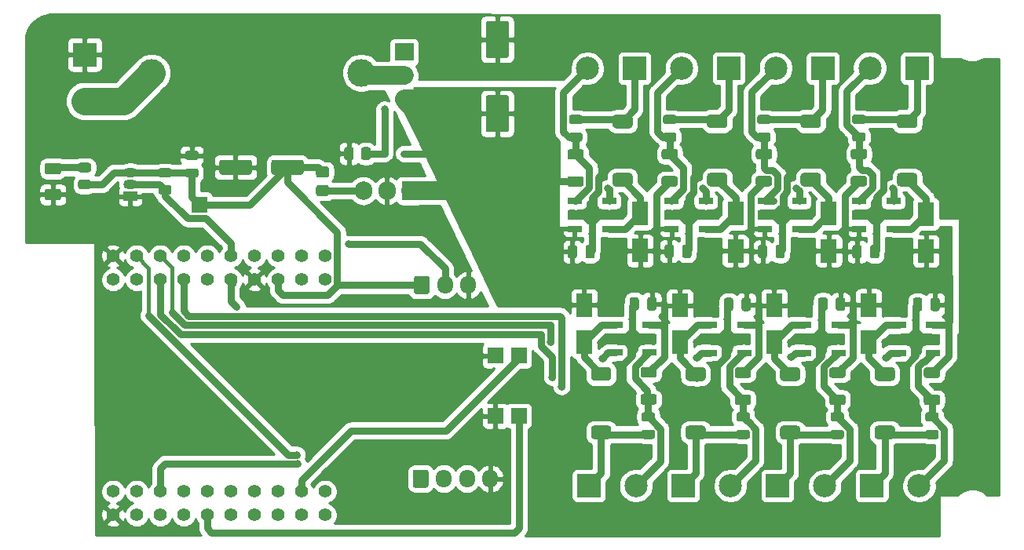
<source format=gtl>
G04 #@! TF.GenerationSoftware,KiCad,Pcbnew,5.1.12-84ad8e8a86~92~ubuntu20.04.1*
G04 #@! TF.CreationDate,2021-11-09T21:57:18+01:00*
G04 #@! TF.ProjectId,CC dimmer low voltage,43432064-696d-46d6-9572-206c6f772076,0.82*
G04 #@! TF.SameCoordinates,Original*
G04 #@! TF.FileFunction,Copper,L1,Top*
G04 #@! TF.FilePolarity,Positive*
%FSLAX46Y46*%
G04 Gerber Fmt 4.6, Leading zero omitted, Abs format (unit mm)*
G04 Created by KiCad (PCBNEW 5.1.12-84ad8e8a86~92~ubuntu20.04.1) date 2021-11-09 21:57:18*
%MOMM*%
%LPD*%
G01*
G04 APERTURE LIST*
G04 #@! TA.AperFunction,ComponentPad*
%ADD10C,1.400000*%
G04 #@! TD*
G04 #@! TA.AperFunction,ComponentPad*
%ADD11O,2.000000X1.905000*%
G04 #@! TD*
G04 #@! TA.AperFunction,ComponentPad*
%ADD12R,2.000000X1.905000*%
G04 #@! TD*
G04 #@! TA.AperFunction,ComponentPad*
%ADD13C,3.000000*%
G04 #@! TD*
G04 #@! TA.AperFunction,ComponentPad*
%ADD14R,1.700000X1.700000*%
G04 #@! TD*
G04 #@! TA.AperFunction,SMDPad,CuDef*
%ADD15R,1.800000X2.500000*%
G04 #@! TD*
G04 #@! TA.AperFunction,SMDPad,CuDef*
%ADD16R,0.600000X0.450000*%
G04 #@! TD*
G04 #@! TA.AperFunction,ComponentPad*
%ADD17O,1.700000X1.950000*%
G04 #@! TD*
G04 #@! TA.AperFunction,ComponentPad*
%ADD18O,1.500000X1.050000*%
G04 #@! TD*
G04 #@! TA.AperFunction,ComponentPad*
%ADD19R,1.500000X1.050000*%
G04 #@! TD*
G04 #@! TA.AperFunction,ComponentPad*
%ADD20R,1.905000X2.000000*%
G04 #@! TD*
G04 #@! TA.AperFunction,ComponentPad*
%ADD21O,1.905000X2.000000*%
G04 #@! TD*
G04 #@! TA.AperFunction,ComponentPad*
%ADD22R,2.600000X2.600000*%
G04 #@! TD*
G04 #@! TA.AperFunction,ComponentPad*
%ADD23C,2.600000*%
G04 #@! TD*
G04 #@! TA.AperFunction,ComponentPad*
%ADD24C,2.500000*%
G04 #@! TD*
G04 #@! TA.AperFunction,ComponentPad*
%ADD25R,2.500000X2.500000*%
G04 #@! TD*
G04 #@! TA.AperFunction,SMDPad,CuDef*
%ADD26C,0.150000*%
G04 #@! TD*
G04 #@! TA.AperFunction,SMDPad,CuDef*
%ADD27R,1.500000X0.700000*%
G04 #@! TD*
G04 #@! TA.AperFunction,ViaPad*
%ADD28C,0.800000*%
G04 #@! TD*
G04 #@! TA.AperFunction,Conductor*
%ADD29C,0.800000*%
G04 #@! TD*
G04 #@! TA.AperFunction,Conductor*
%ADD30C,2.000000*%
G04 #@! TD*
G04 #@! TA.AperFunction,Conductor*
%ADD31C,2.999999*%
G04 #@! TD*
G04 #@! TA.AperFunction,Conductor*
%ADD32C,0.400000*%
G04 #@! TD*
G04 #@! TA.AperFunction,Conductor*
%ADD33C,0.254000*%
G04 #@! TD*
G04 #@! TA.AperFunction,Conductor*
%ADD34C,0.150000*%
G04 #@! TD*
G04 APERTURE END LIST*
D10*
X128962000Y-95455000D03*
X128962000Y-97995000D03*
X126422000Y-95455000D03*
X126422000Y-97995000D03*
X123882000Y-95455000D03*
X123882000Y-97995000D03*
X121342000Y-95455000D03*
X121342000Y-97995000D03*
X118802000Y-95455000D03*
X118802000Y-97995000D03*
X116262000Y-95455000D03*
X116262000Y-97995000D03*
X113722000Y-95455000D03*
X113722000Y-97995000D03*
X111182000Y-95455000D03*
X111182000Y-97995000D03*
X108642000Y-95455000D03*
X108642000Y-97995000D03*
X106102000Y-95455000D03*
X106102000Y-97995000D03*
X128962000Y-120855000D03*
X128962000Y-123395000D03*
X126422000Y-120855000D03*
X126422000Y-123395000D03*
X123882000Y-120855000D03*
X123882000Y-123395000D03*
X121342000Y-120855000D03*
X121342000Y-123395000D03*
X118802000Y-120855000D03*
X118802000Y-123395000D03*
X116262000Y-120855000D03*
X116262000Y-123395000D03*
X113722000Y-120855000D03*
X113722000Y-123395000D03*
X111182000Y-120855000D03*
X111182000Y-123395000D03*
X108642000Y-120855000D03*
X108642000Y-123395000D03*
X106102000Y-123395000D03*
X106102000Y-120855000D03*
D11*
X137474200Y-78517000D03*
X137474200Y-75977000D03*
D12*
X137474200Y-73437000D03*
G04 #@! TA.AperFunction,SMDPad,CuDef*
G36*
G01*
X156132000Y-94510000D02*
X156132000Y-95460000D01*
G75*
G02*
X155882000Y-95710000I-250000J0D01*
G01*
X155382000Y-95710000D01*
G75*
G02*
X155132000Y-95460000I0J250000D01*
G01*
X155132000Y-94510000D01*
G75*
G02*
X155382000Y-94260000I250000J0D01*
G01*
X155882000Y-94260000D01*
G75*
G02*
X156132000Y-94510000I0J-250000D01*
G01*
G37*
G04 #@! TD.AperFunction*
G04 #@! TA.AperFunction,SMDPad,CuDef*
G36*
G01*
X158032000Y-94510000D02*
X158032000Y-95460000D01*
G75*
G02*
X157782000Y-95710000I-250000J0D01*
G01*
X157282000Y-95710000D01*
G75*
G02*
X157032000Y-95460000I0J250000D01*
G01*
X157032000Y-94510000D01*
G75*
G02*
X157282000Y-94260000I250000J0D01*
G01*
X157782000Y-94260000D01*
G75*
G02*
X158032000Y-94510000I0J-250000D01*
G01*
G37*
G04 #@! TD.AperFunction*
D13*
X132851400Y-75672200D03*
X110251400Y-75672200D03*
D14*
X149842000Y-112695000D03*
X149842000Y-106185000D03*
G04 #@! TA.AperFunction,SMDPad,CuDef*
G36*
G01*
X156457000Y-83115000D02*
X155507000Y-83115000D01*
G75*
G02*
X155257000Y-82865000I0J250000D01*
G01*
X155257000Y-82365000D01*
G75*
G02*
X155507000Y-82115000I250000J0D01*
G01*
X156457000Y-82115000D01*
G75*
G02*
X156707000Y-82365000I0J-250000D01*
G01*
X156707000Y-82865000D01*
G75*
G02*
X156457000Y-83115000I-250000J0D01*
G01*
G37*
G04 #@! TD.AperFunction*
G04 #@! TA.AperFunction,SMDPad,CuDef*
G36*
G01*
X156457000Y-81215000D02*
X155507000Y-81215000D01*
G75*
G02*
X155257000Y-80965000I0J250000D01*
G01*
X155257000Y-80465000D01*
G75*
G02*
X155507000Y-80215000I250000J0D01*
G01*
X156457000Y-80215000D01*
G75*
G02*
X156707000Y-80465000I0J-250000D01*
G01*
X156707000Y-80965000D01*
G75*
G02*
X156457000Y-81215000I-250000J0D01*
G01*
G37*
G04 #@! TD.AperFunction*
G04 #@! TA.AperFunction,SMDPad,CuDef*
G36*
G01*
X168462000Y-94460000D02*
X168462000Y-95410000D01*
G75*
G02*
X168212000Y-95660000I-250000J0D01*
G01*
X167712000Y-95660000D01*
G75*
G02*
X167462000Y-95410000I0J250000D01*
G01*
X167462000Y-94460000D01*
G75*
G02*
X167712000Y-94210000I250000J0D01*
G01*
X168212000Y-94210000D01*
G75*
G02*
X168462000Y-94460000I0J-250000D01*
G01*
G37*
G04 #@! TD.AperFunction*
G04 #@! TA.AperFunction,SMDPad,CuDef*
G36*
G01*
X166562000Y-94460000D02*
X166562000Y-95410000D01*
G75*
G02*
X166312000Y-95660000I-250000J0D01*
G01*
X165812000Y-95660000D01*
G75*
G02*
X165562000Y-95410000I0J250000D01*
G01*
X165562000Y-94460000D01*
G75*
G02*
X165812000Y-94210000I250000J0D01*
G01*
X166312000Y-94210000D01*
G75*
G02*
X166562000Y-94460000I0J-250000D01*
G01*
G37*
G04 #@! TD.AperFunction*
G04 #@! TA.AperFunction,SMDPad,CuDef*
G36*
G01*
X166597000Y-83105000D02*
X165647000Y-83105000D01*
G75*
G02*
X165397000Y-82855000I0J250000D01*
G01*
X165397000Y-82355000D01*
G75*
G02*
X165647000Y-82105000I250000J0D01*
G01*
X166597000Y-82105000D01*
G75*
G02*
X166847000Y-82355000I0J-250000D01*
G01*
X166847000Y-82855000D01*
G75*
G02*
X166597000Y-83105000I-250000J0D01*
G01*
G37*
G04 #@! TD.AperFunction*
G04 #@! TA.AperFunction,SMDPad,CuDef*
G36*
G01*
X166597000Y-81205000D02*
X165647000Y-81205000D01*
G75*
G02*
X165397000Y-80955000I0J250000D01*
G01*
X165397000Y-80455000D01*
G75*
G02*
X165647000Y-80205000I250000J0D01*
G01*
X166597000Y-80205000D01*
G75*
G02*
X166847000Y-80455000I0J-250000D01*
G01*
X166847000Y-80955000D01*
G75*
G02*
X166597000Y-81205000I-250000J0D01*
G01*
G37*
G04 #@! TD.AperFunction*
G04 #@! TA.AperFunction,SMDPad,CuDef*
G36*
G01*
X178532000Y-94480000D02*
X178532000Y-95430000D01*
G75*
G02*
X178282000Y-95680000I-250000J0D01*
G01*
X177782000Y-95680000D01*
G75*
G02*
X177532000Y-95430000I0J250000D01*
G01*
X177532000Y-94480000D01*
G75*
G02*
X177782000Y-94230000I250000J0D01*
G01*
X178282000Y-94230000D01*
G75*
G02*
X178532000Y-94480000I0J-250000D01*
G01*
G37*
G04 #@! TD.AperFunction*
G04 #@! TA.AperFunction,SMDPad,CuDef*
G36*
G01*
X176632000Y-94480000D02*
X176632000Y-95430000D01*
G75*
G02*
X176382000Y-95680000I-250000J0D01*
G01*
X175882000Y-95680000D01*
G75*
G02*
X175632000Y-95430000I0J250000D01*
G01*
X175632000Y-94480000D01*
G75*
G02*
X175882000Y-94230000I250000J0D01*
G01*
X176382000Y-94230000D01*
G75*
G02*
X176632000Y-94480000I0J-250000D01*
G01*
G37*
G04 #@! TD.AperFunction*
G04 #@! TA.AperFunction,SMDPad,CuDef*
G36*
G01*
X176757000Y-81205000D02*
X175807000Y-81205000D01*
G75*
G02*
X175557000Y-80955000I0J250000D01*
G01*
X175557000Y-80455000D01*
G75*
G02*
X175807000Y-80205000I250000J0D01*
G01*
X176757000Y-80205000D01*
G75*
G02*
X177007000Y-80455000I0J-250000D01*
G01*
X177007000Y-80955000D01*
G75*
G02*
X176757000Y-81205000I-250000J0D01*
G01*
G37*
G04 #@! TD.AperFunction*
G04 #@! TA.AperFunction,SMDPad,CuDef*
G36*
G01*
X176757000Y-83105000D02*
X175807000Y-83105000D01*
G75*
G02*
X175557000Y-82855000I0J250000D01*
G01*
X175557000Y-82355000D01*
G75*
G02*
X175807000Y-82105000I250000J0D01*
G01*
X176757000Y-82105000D01*
G75*
G02*
X177007000Y-82355000I0J-250000D01*
G01*
X177007000Y-82855000D01*
G75*
G02*
X176757000Y-83105000I-250000J0D01*
G01*
G37*
G04 #@! TD.AperFunction*
G04 #@! TA.AperFunction,SMDPad,CuDef*
G36*
G01*
X186812000Y-94510000D02*
X186812000Y-95460000D01*
G75*
G02*
X186562000Y-95710000I-250000J0D01*
G01*
X186062000Y-95710000D01*
G75*
G02*
X185812000Y-95460000I0J250000D01*
G01*
X185812000Y-94510000D01*
G75*
G02*
X186062000Y-94260000I250000J0D01*
G01*
X186562000Y-94260000D01*
G75*
G02*
X186812000Y-94510000I0J-250000D01*
G01*
G37*
G04 #@! TD.AperFunction*
G04 #@! TA.AperFunction,SMDPad,CuDef*
G36*
G01*
X188712000Y-94510000D02*
X188712000Y-95460000D01*
G75*
G02*
X188462000Y-95710000I-250000J0D01*
G01*
X187962000Y-95710000D01*
G75*
G02*
X187712000Y-95460000I0J250000D01*
G01*
X187712000Y-94510000D01*
G75*
G02*
X187962000Y-94260000I250000J0D01*
G01*
X188462000Y-94260000D01*
G75*
G02*
X188712000Y-94510000I0J-250000D01*
G01*
G37*
G04 #@! TD.AperFunction*
G04 #@! TA.AperFunction,SMDPad,CuDef*
G36*
G01*
X186987000Y-83095000D02*
X186037000Y-83095000D01*
G75*
G02*
X185787000Y-82845000I0J250000D01*
G01*
X185787000Y-82345000D01*
G75*
G02*
X186037000Y-82095000I250000J0D01*
G01*
X186987000Y-82095000D01*
G75*
G02*
X187237000Y-82345000I0J-250000D01*
G01*
X187237000Y-82845000D01*
G75*
G02*
X186987000Y-83095000I-250000J0D01*
G01*
G37*
G04 #@! TD.AperFunction*
G04 #@! TA.AperFunction,SMDPad,CuDef*
G36*
G01*
X186987000Y-81195000D02*
X186037000Y-81195000D01*
G75*
G02*
X185787000Y-80945000I0J250000D01*
G01*
X185787000Y-80445000D01*
G75*
G02*
X186037000Y-80195000I250000J0D01*
G01*
X186987000Y-80195000D01*
G75*
G02*
X187237000Y-80445000I0J-250000D01*
G01*
X187237000Y-80945000D01*
G75*
G02*
X186987000Y-81195000I-250000J0D01*
G01*
G37*
G04 #@! TD.AperFunction*
G04 #@! TA.AperFunction,SMDPad,CuDef*
G36*
G01*
X148532000Y-82075000D02*
X146532000Y-82075000D01*
G75*
G02*
X146282000Y-81825000I0J250000D01*
G01*
X146282000Y-78325000D01*
G75*
G02*
X146532000Y-78075000I250000J0D01*
G01*
X148532000Y-78075000D01*
G75*
G02*
X148782000Y-78325000I0J-250000D01*
G01*
X148782000Y-81825000D01*
G75*
G02*
X148532000Y-82075000I-250000J0D01*
G01*
G37*
G04 #@! TD.AperFunction*
G04 #@! TA.AperFunction,SMDPad,CuDef*
G36*
G01*
X148532000Y-74075000D02*
X146532000Y-74075000D01*
G75*
G02*
X146282000Y-73825000I0J250000D01*
G01*
X146282000Y-70325000D01*
G75*
G02*
X146532000Y-70075000I250000J0D01*
G01*
X148532000Y-70075000D01*
G75*
G02*
X148782000Y-70325000I0J-250000D01*
G01*
X148782000Y-73825000D01*
G75*
G02*
X148532000Y-74075000I-250000J0D01*
G01*
G37*
G04 #@! TD.AperFunction*
G04 #@! TA.AperFunction,SMDPad,CuDef*
G36*
G01*
X126657200Y-85311800D02*
X126657200Y-86411800D01*
G75*
G02*
X126407200Y-86661800I-250000J0D01*
G01*
X123407200Y-86661800D01*
G75*
G02*
X123157200Y-86411800I0J250000D01*
G01*
X123157200Y-85311800D01*
G75*
G02*
X123407200Y-85061800I250000J0D01*
G01*
X126407200Y-85061800D01*
G75*
G02*
X126657200Y-85311800I0J-250000D01*
G01*
G37*
G04 #@! TD.AperFunction*
G04 #@! TA.AperFunction,SMDPad,CuDef*
G36*
G01*
X121057200Y-85311800D02*
X121057200Y-86411800D01*
G75*
G02*
X120807200Y-86661800I-250000J0D01*
G01*
X117807200Y-86661800D01*
G75*
G02*
X117557200Y-86411800I0J250000D01*
G01*
X117557200Y-85311800D01*
G75*
G02*
X117807200Y-85061800I250000J0D01*
G01*
X120807200Y-85061800D01*
G75*
G02*
X121057200Y-85311800I0J-250000D01*
G01*
G37*
G04 #@! TD.AperFunction*
G04 #@! TA.AperFunction,SMDPad,CuDef*
G36*
G01*
X115063800Y-86981600D02*
X114113800Y-86981600D01*
G75*
G02*
X113863800Y-86731600I0J250000D01*
G01*
X113863800Y-86231600D01*
G75*
G02*
X114113800Y-85981600I250000J0D01*
G01*
X115063800Y-85981600D01*
G75*
G02*
X115313800Y-86231600I0J-250000D01*
G01*
X115313800Y-86731600D01*
G75*
G02*
X115063800Y-86981600I-250000J0D01*
G01*
G37*
G04 #@! TD.AperFunction*
G04 #@! TA.AperFunction,SMDPad,CuDef*
G36*
G01*
X115063800Y-85081600D02*
X114113800Y-85081600D01*
G75*
G02*
X113863800Y-84831600I0J250000D01*
G01*
X113863800Y-84331600D01*
G75*
G02*
X114113800Y-84081600I250000J0D01*
G01*
X115063800Y-84081600D01*
G75*
G02*
X115313800Y-84331600I0J-250000D01*
G01*
X115313800Y-84831600D01*
G75*
G02*
X115063800Y-85081600I-250000J0D01*
G01*
G37*
G04 #@! TD.AperFunction*
D15*
X162932000Y-94865000D03*
X162932000Y-90865000D03*
X173202000Y-94885000D03*
X173202000Y-90885000D03*
X183272000Y-94875000D03*
X183272000Y-90875000D03*
X193742000Y-90905000D03*
X193742000Y-94905000D03*
D16*
X137457400Y-84388600D03*
X135357400Y-84388600D03*
G04 #@! TA.AperFunction,SMDPad,CuDef*
G36*
G01*
X100227800Y-89436200D02*
X98977800Y-89436200D01*
G75*
G02*
X98727800Y-89186200I0J250000D01*
G01*
X98727800Y-88436200D01*
G75*
G02*
X98977800Y-88186200I250000J0D01*
G01*
X100227800Y-88186200D01*
G75*
G02*
X100477800Y-88436200I0J-250000D01*
G01*
X100477800Y-89186200D01*
G75*
G02*
X100227800Y-89436200I-250000J0D01*
G01*
G37*
G04 #@! TD.AperFunction*
G04 #@! TA.AperFunction,SMDPad,CuDef*
G36*
G01*
X100227800Y-86636200D02*
X98977800Y-86636200D01*
G75*
G02*
X98727800Y-86386200I0J250000D01*
G01*
X98727800Y-85636200D01*
G75*
G02*
X98977800Y-85386200I250000J0D01*
G01*
X100227800Y-85386200D01*
G75*
G02*
X100477800Y-85636200I0J-250000D01*
G01*
X100477800Y-86386200D01*
G75*
G02*
X100227800Y-86636200I-250000J0D01*
G01*
G37*
G04 #@! TD.AperFunction*
G04 #@! TA.AperFunction,SMDPad,CuDef*
G36*
G01*
X128235799Y-85776400D02*
X129135801Y-85776400D01*
G75*
G02*
X129385800Y-86026399I0J-249999D01*
G01*
X129385800Y-86726401D01*
G75*
G02*
X129135801Y-86976400I-249999J0D01*
G01*
X128235799Y-86976400D01*
G75*
G02*
X127985800Y-86726401I0J249999D01*
G01*
X127985800Y-86026399D01*
G75*
G02*
X128235799Y-85776400I249999J0D01*
G01*
G37*
G04 #@! TD.AperFunction*
G04 #@! TA.AperFunction,SMDPad,CuDef*
G36*
G01*
X128235799Y-87776400D02*
X129135801Y-87776400D01*
G75*
G02*
X129385800Y-88026399I0J-249999D01*
G01*
X129385800Y-88726401D01*
G75*
G02*
X129135801Y-88976400I-249999J0D01*
G01*
X128235799Y-88976400D01*
G75*
G02*
X127985800Y-88726401I0J249999D01*
G01*
X127985800Y-88026399D01*
G75*
G02*
X128235799Y-87776400I249999J0D01*
G01*
G37*
G04 #@! TD.AperFunction*
G04 #@! TA.AperFunction,ComponentPad*
G36*
G01*
X138532000Y-99300000D02*
X138532000Y-97850000D01*
G75*
G02*
X138782000Y-97600000I250000J0D01*
G01*
X139982000Y-97600000D01*
G75*
G02*
X140232000Y-97850000I0J-250000D01*
G01*
X140232000Y-99300000D01*
G75*
G02*
X139982000Y-99550000I-250000J0D01*
G01*
X138782000Y-99550000D01*
G75*
G02*
X138532000Y-99300000I0J250000D01*
G01*
G37*
G04 #@! TD.AperFunction*
D17*
X141882000Y-98575000D03*
X144382000Y-98575000D03*
G04 #@! TA.AperFunction,ComponentPad*
G36*
G01*
X138412000Y-120190000D02*
X138412000Y-118740000D01*
G75*
G02*
X138662000Y-118490000I250000J0D01*
G01*
X139862000Y-118490000D01*
G75*
G02*
X140112000Y-118740000I0J-250000D01*
G01*
X140112000Y-120190000D01*
G75*
G02*
X139862000Y-120440000I-250000J0D01*
G01*
X138662000Y-120440000D01*
G75*
G02*
X138412000Y-120190000I0J250000D01*
G01*
G37*
G04 #@! TD.AperFunction*
X141762000Y-119465000D03*
X144262000Y-119465000D03*
X146762000Y-119465000D03*
D14*
X147302000Y-106185000D03*
X147302000Y-112695000D03*
X115402000Y-89895000D03*
G04 #@! TA.AperFunction,SMDPad,CuDef*
G36*
G01*
X155336997Y-83910000D02*
X156587003Y-83910000D01*
G75*
G02*
X156837000Y-84159997I0J-249997D01*
G01*
X156837000Y-84785003D01*
G75*
G02*
X156587003Y-85035000I-249997J0D01*
G01*
X155336997Y-85035000D01*
G75*
G02*
X155087000Y-84785003I0J249997D01*
G01*
X155087000Y-84159997D01*
G75*
G02*
X155336997Y-83910000I249997J0D01*
G01*
G37*
G04 #@! TD.AperFunction*
G04 #@! TA.AperFunction,SMDPad,CuDef*
G36*
G01*
X155336997Y-86835000D02*
X156587003Y-86835000D01*
G75*
G02*
X156837000Y-87084997I0J-249997D01*
G01*
X156837000Y-87710003D01*
G75*
G02*
X156587003Y-87960000I-249997J0D01*
G01*
X155336997Y-87960000D01*
G75*
G02*
X155087000Y-87710003I0J249997D01*
G01*
X155087000Y-87084997D01*
G75*
G02*
X155336997Y-86835000I249997J0D01*
G01*
G37*
G04 #@! TD.AperFunction*
G04 #@! TA.AperFunction,SMDPad,CuDef*
G36*
G01*
X165486997Y-86815000D02*
X166737003Y-86815000D01*
G75*
G02*
X166987000Y-87064997I0J-249997D01*
G01*
X166987000Y-87690003D01*
G75*
G02*
X166737003Y-87940000I-249997J0D01*
G01*
X165486997Y-87940000D01*
G75*
G02*
X165237000Y-87690003I0J249997D01*
G01*
X165237000Y-87064997D01*
G75*
G02*
X165486997Y-86815000I249997J0D01*
G01*
G37*
G04 #@! TD.AperFunction*
G04 #@! TA.AperFunction,SMDPad,CuDef*
G36*
G01*
X165486997Y-83890000D02*
X166737003Y-83890000D01*
G75*
G02*
X166987000Y-84139997I0J-249997D01*
G01*
X166987000Y-84765003D01*
G75*
G02*
X166737003Y-85015000I-249997J0D01*
G01*
X165486997Y-85015000D01*
G75*
G02*
X165237000Y-84765003I0J249997D01*
G01*
X165237000Y-84139997D01*
G75*
G02*
X165486997Y-83890000I249997J0D01*
G01*
G37*
G04 #@! TD.AperFunction*
G04 #@! TA.AperFunction,SMDPad,CuDef*
G36*
G01*
X175646997Y-86805000D02*
X176897003Y-86805000D01*
G75*
G02*
X177147000Y-87054997I0J-249997D01*
G01*
X177147000Y-87680003D01*
G75*
G02*
X176897003Y-87930000I-249997J0D01*
G01*
X175646997Y-87930000D01*
G75*
G02*
X175397000Y-87680003I0J249997D01*
G01*
X175397000Y-87054997D01*
G75*
G02*
X175646997Y-86805000I249997J0D01*
G01*
G37*
G04 #@! TD.AperFunction*
G04 #@! TA.AperFunction,SMDPad,CuDef*
G36*
G01*
X175646997Y-83880000D02*
X176897003Y-83880000D01*
G75*
G02*
X177147000Y-84129997I0J-249997D01*
G01*
X177147000Y-84755003D01*
G75*
G02*
X176897003Y-85005000I-249997J0D01*
G01*
X175646997Y-85005000D01*
G75*
G02*
X175397000Y-84755003I0J249997D01*
G01*
X175397000Y-84129997D01*
G75*
G02*
X175646997Y-83880000I249997J0D01*
G01*
G37*
G04 #@! TD.AperFunction*
G04 #@! TA.AperFunction,SMDPad,CuDef*
G36*
G01*
X185886997Y-83880000D02*
X187137003Y-83880000D01*
G75*
G02*
X187387000Y-84129997I0J-249997D01*
G01*
X187387000Y-84755003D01*
G75*
G02*
X187137003Y-85005000I-249997J0D01*
G01*
X185886997Y-85005000D01*
G75*
G02*
X185637000Y-84755003I0J249997D01*
G01*
X185637000Y-84129997D01*
G75*
G02*
X185886997Y-83880000I249997J0D01*
G01*
G37*
G04 #@! TD.AperFunction*
G04 #@! TA.AperFunction,SMDPad,CuDef*
G36*
G01*
X185886997Y-86805000D02*
X187137003Y-86805000D01*
G75*
G02*
X187387000Y-87054997I0J-249997D01*
G01*
X187387000Y-87680003D01*
G75*
G02*
X187137003Y-87930000I-249997J0D01*
G01*
X185886997Y-87930000D01*
G75*
G02*
X185637000Y-87680003I0J249997D01*
G01*
X185637000Y-87054997D01*
G75*
G02*
X185886997Y-86805000I249997J0D01*
G01*
G37*
G04 #@! TD.AperFunction*
G04 #@! TA.AperFunction,SMDPad,CuDef*
G36*
G01*
X111243198Y-85960800D02*
X112143202Y-85960800D01*
G75*
G02*
X112393200Y-86210798I0J-249998D01*
G01*
X112393200Y-86735802D01*
G75*
G02*
X112143202Y-86985800I-249998J0D01*
G01*
X111243198Y-86985800D01*
G75*
G02*
X110993200Y-86735802I0J249998D01*
G01*
X110993200Y-86210798D01*
G75*
G02*
X111243198Y-85960800I249998J0D01*
G01*
G37*
G04 #@! TD.AperFunction*
G04 #@! TA.AperFunction,SMDPad,CuDef*
G36*
G01*
X111243198Y-87785800D02*
X112143202Y-87785800D01*
G75*
G02*
X112393200Y-88035798I0J-249998D01*
G01*
X112393200Y-88560802D01*
G75*
G02*
X112143202Y-88810800I-249998J0D01*
G01*
X111243198Y-88810800D01*
G75*
G02*
X110993200Y-88560802I0J249998D01*
G01*
X110993200Y-88035798D01*
G75*
G02*
X111243198Y-87785800I249998J0D01*
G01*
G37*
G04 #@! TD.AperFunction*
G04 #@! TA.AperFunction,SMDPad,CuDef*
G36*
G01*
X132045000Y-83938598D02*
X132045000Y-84838602D01*
G75*
G02*
X131795002Y-85088600I-249998J0D01*
G01*
X131269998Y-85088600D01*
G75*
G02*
X131020000Y-84838602I0J249998D01*
G01*
X131020000Y-83938598D01*
G75*
G02*
X131269998Y-83688600I249998J0D01*
G01*
X131795002Y-83688600D01*
G75*
G02*
X132045000Y-83938598I0J-249998D01*
G01*
G37*
G04 #@! TD.AperFunction*
G04 #@! TA.AperFunction,SMDPad,CuDef*
G36*
G01*
X133870000Y-83938598D02*
X133870000Y-84838602D01*
G75*
G02*
X133620002Y-85088600I-249998J0D01*
G01*
X133094998Y-85088600D01*
G75*
G02*
X132845000Y-84838602I0J249998D01*
G01*
X132845000Y-83938598D01*
G75*
G02*
X133094998Y-83688600I249998J0D01*
G01*
X133620002Y-83688600D01*
G75*
G02*
X133870000Y-83938598I0J-249998D01*
G01*
G37*
G04 #@! TD.AperFunction*
G04 #@! TA.AperFunction,SMDPad,CuDef*
G36*
G01*
X103481802Y-88226600D02*
X102581798Y-88226600D01*
G75*
G02*
X102331800Y-87976602I0J249998D01*
G01*
X102331800Y-87451598D01*
G75*
G02*
X102581798Y-87201600I249998J0D01*
G01*
X103481802Y-87201600D01*
G75*
G02*
X103731800Y-87451598I0J-249998D01*
G01*
X103731800Y-87976602D01*
G75*
G02*
X103481802Y-88226600I-249998J0D01*
G01*
G37*
G04 #@! TD.AperFunction*
G04 #@! TA.AperFunction,SMDPad,CuDef*
G36*
G01*
X103481802Y-86401600D02*
X102581798Y-86401600D01*
G75*
G02*
X102331800Y-86151602I0J249998D01*
G01*
X102331800Y-85626598D01*
G75*
G02*
X102581798Y-85376600I249998J0D01*
G01*
X103481802Y-85376600D01*
G75*
G02*
X103731800Y-85626598I0J-249998D01*
G01*
X103731800Y-86151602D01*
G75*
G02*
X103481802Y-86401600I-249998J0D01*
G01*
G37*
G04 #@! TD.AperFunction*
D18*
X107959400Y-87716000D03*
X107959400Y-86446000D03*
D19*
X107959400Y-88986000D03*
D20*
X138160000Y-88401800D03*
D21*
X135620000Y-88401800D03*
X133080000Y-88401800D03*
D22*
X103052000Y-73715000D03*
D23*
X103052000Y-78715000D03*
D24*
X157242000Y-75187000D03*
D25*
X162322000Y-75187000D03*
X172472000Y-75185000D03*
D24*
X167392000Y-75185000D03*
X177542000Y-75175000D03*
D25*
X182622000Y-75175000D03*
X192772000Y-75165000D03*
D24*
X187692000Y-75165000D03*
G04 #@! TA.AperFunction,SMDPad,CuDef*
D26*
G36*
X156832000Y-91515000D02*
G01*
X155132000Y-91515000D01*
X155132000Y-90515000D01*
X156832000Y-90515000D01*
X157332000Y-90015000D01*
X158132000Y-90015000D01*
X158632000Y-90515000D01*
X160332000Y-90515000D01*
X160332000Y-91515000D01*
X158632000Y-91515000D01*
X158132000Y-92015000D01*
X157332000Y-92015000D01*
X156832000Y-91515000D01*
G37*
G04 #@! TD.AperFunction*
D27*
X159582000Y-89515000D03*
X159582000Y-92515000D03*
X155882000Y-89515000D03*
X155882000Y-92515000D03*
G04 #@! TA.AperFunction,SMDPad,CuDef*
D26*
G36*
X167262000Y-91515000D02*
G01*
X165562000Y-91515000D01*
X165562000Y-90515000D01*
X167262000Y-90515000D01*
X167762000Y-90015000D01*
X168562000Y-90015000D01*
X169062000Y-90515000D01*
X170762000Y-90515000D01*
X170762000Y-91515000D01*
X169062000Y-91515000D01*
X168562000Y-92015000D01*
X167762000Y-92015000D01*
X167262000Y-91515000D01*
G37*
G04 #@! TD.AperFunction*
D27*
X170012000Y-89515000D03*
X170012000Y-92515000D03*
X166312000Y-89515000D03*
X166312000Y-92515000D03*
G04 #@! TA.AperFunction,SMDPad,CuDef*
D26*
G36*
X177322000Y-91505000D02*
G01*
X175622000Y-91505000D01*
X175622000Y-90505000D01*
X177322000Y-90505000D01*
X177822000Y-90005000D01*
X178622000Y-90005000D01*
X179122000Y-90505000D01*
X180822000Y-90505000D01*
X180822000Y-91505000D01*
X179122000Y-91505000D01*
X178622000Y-92005000D01*
X177822000Y-92005000D01*
X177322000Y-91505000D01*
G37*
G04 #@! TD.AperFunction*
D27*
X180072000Y-89505000D03*
X180072000Y-92505000D03*
X176372000Y-89505000D03*
X176372000Y-92505000D03*
G04 #@! TA.AperFunction,SMDPad,CuDef*
D26*
G36*
X187472000Y-91505000D02*
G01*
X185772000Y-91505000D01*
X185772000Y-90505000D01*
X187472000Y-90505000D01*
X187972000Y-90005000D01*
X188772000Y-90005000D01*
X189272000Y-90505000D01*
X190972000Y-90505000D01*
X190972000Y-91505000D01*
X189272000Y-91505000D01*
X188772000Y-92005000D01*
X187972000Y-92005000D01*
X187472000Y-91505000D01*
G37*
G04 #@! TD.AperFunction*
D27*
X190222000Y-89505000D03*
X190222000Y-92505000D03*
X186522000Y-89505000D03*
X186522000Y-92505000D03*
G04 #@! TA.AperFunction,SMDPad,CuDef*
G36*
G01*
X161757000Y-87965000D02*
X160307000Y-87965000D01*
G75*
G02*
X159932000Y-87590000I0J375000D01*
G01*
X159932000Y-86840000D01*
G75*
G02*
X160307000Y-86465000I375000J0D01*
G01*
X161757000Y-86465000D01*
G75*
G02*
X162132000Y-86840000I0J-375000D01*
G01*
X162132000Y-87590000D01*
G75*
G02*
X161757000Y-87965000I-375000J0D01*
G01*
G37*
G04 #@! TD.AperFunction*
G04 #@! TA.AperFunction,SMDPad,CuDef*
G36*
G01*
X161757000Y-81665000D02*
X160307000Y-81665000D01*
G75*
G02*
X159932000Y-81290000I0J375000D01*
G01*
X159932000Y-80540000D01*
G75*
G02*
X160307000Y-80165000I375000J0D01*
G01*
X161757000Y-80165000D01*
G75*
G02*
X162132000Y-80540000I0J-375000D01*
G01*
X162132000Y-81290000D01*
G75*
G02*
X161757000Y-81665000I-375000J0D01*
G01*
G37*
G04 #@! TD.AperFunction*
G04 #@! TA.AperFunction,SMDPad,CuDef*
G36*
G01*
X171957000Y-87945000D02*
X170507000Y-87945000D01*
G75*
G02*
X170132000Y-87570000I0J375000D01*
G01*
X170132000Y-86820000D01*
G75*
G02*
X170507000Y-86445000I375000J0D01*
G01*
X171957000Y-86445000D01*
G75*
G02*
X172332000Y-86820000I0J-375000D01*
G01*
X172332000Y-87570000D01*
G75*
G02*
X171957000Y-87945000I-375000J0D01*
G01*
G37*
G04 #@! TD.AperFunction*
G04 #@! TA.AperFunction,SMDPad,CuDef*
G36*
G01*
X171957000Y-81645000D02*
X170507000Y-81645000D01*
G75*
G02*
X170132000Y-81270000I0J375000D01*
G01*
X170132000Y-80520000D01*
G75*
G02*
X170507000Y-80145000I375000J0D01*
G01*
X171957000Y-80145000D01*
G75*
G02*
X172332000Y-80520000I0J-375000D01*
G01*
X172332000Y-81270000D01*
G75*
G02*
X171957000Y-81645000I-375000J0D01*
G01*
G37*
G04 #@! TD.AperFunction*
G04 #@! TA.AperFunction,SMDPad,CuDef*
G36*
G01*
X182047000Y-81645000D02*
X180597000Y-81645000D01*
G75*
G02*
X180222000Y-81270000I0J375000D01*
G01*
X180222000Y-80520000D01*
G75*
G02*
X180597000Y-80145000I375000J0D01*
G01*
X182047000Y-80145000D01*
G75*
G02*
X182422000Y-80520000I0J-375000D01*
G01*
X182422000Y-81270000D01*
G75*
G02*
X182047000Y-81645000I-375000J0D01*
G01*
G37*
G04 #@! TD.AperFunction*
G04 #@! TA.AperFunction,SMDPad,CuDef*
G36*
G01*
X182047000Y-87945000D02*
X180597000Y-87945000D01*
G75*
G02*
X180222000Y-87570000I0J375000D01*
G01*
X180222000Y-86820000D01*
G75*
G02*
X180597000Y-86445000I375000J0D01*
G01*
X182047000Y-86445000D01*
G75*
G02*
X182422000Y-86820000I0J-375000D01*
G01*
X182422000Y-87570000D01*
G75*
G02*
X182047000Y-87945000I-375000J0D01*
G01*
G37*
G04 #@! TD.AperFunction*
G04 #@! TA.AperFunction,SMDPad,CuDef*
G36*
G01*
X192437000Y-87955000D02*
X190987000Y-87955000D01*
G75*
G02*
X190612000Y-87580000I0J375000D01*
G01*
X190612000Y-86830000D01*
G75*
G02*
X190987000Y-86455000I375000J0D01*
G01*
X192437000Y-86455000D01*
G75*
G02*
X192812000Y-86830000I0J-375000D01*
G01*
X192812000Y-87580000D01*
G75*
G02*
X192437000Y-87955000I-375000J0D01*
G01*
G37*
G04 #@! TD.AperFunction*
G04 #@! TA.AperFunction,SMDPad,CuDef*
G36*
G01*
X192437000Y-81655000D02*
X190987000Y-81655000D01*
G75*
G02*
X190612000Y-81280000I0J375000D01*
G01*
X190612000Y-80530000D01*
G75*
G02*
X190987000Y-80155000I375000J0D01*
G01*
X192437000Y-80155000D01*
G75*
G02*
X192812000Y-80530000I0J-375000D01*
G01*
X192812000Y-81280000D01*
G75*
G02*
X192437000Y-81655000I-375000J0D01*
G01*
G37*
G04 #@! TD.AperFunction*
G04 #@! TA.AperFunction,SMDPad,CuDef*
G36*
G01*
X192342000Y-101140000D02*
X192342000Y-100190000D01*
G75*
G02*
X192592000Y-99940000I250000J0D01*
G01*
X193092000Y-99940000D01*
G75*
G02*
X193342000Y-100190000I0J-250000D01*
G01*
X193342000Y-101140000D01*
G75*
G02*
X193092000Y-101390000I-250000J0D01*
G01*
X192592000Y-101390000D01*
G75*
G02*
X192342000Y-101140000I0J250000D01*
G01*
G37*
G04 #@! TD.AperFunction*
G04 #@! TA.AperFunction,SMDPad,CuDef*
G36*
G01*
X194242000Y-101140000D02*
X194242000Y-100190000D01*
G75*
G02*
X194492000Y-99940000I250000J0D01*
G01*
X194992000Y-99940000D01*
G75*
G02*
X195242000Y-100190000I0J-250000D01*
G01*
X195242000Y-101140000D01*
G75*
G02*
X194992000Y-101390000I-250000J0D01*
G01*
X194492000Y-101390000D01*
G75*
G02*
X194242000Y-101140000I0J250000D01*
G01*
G37*
G04 #@! TD.AperFunction*
G04 #@! TA.AperFunction,SMDPad,CuDef*
G36*
G01*
X193917000Y-114205000D02*
X194867000Y-114205000D01*
G75*
G02*
X195117000Y-114455000I0J-250000D01*
G01*
X195117000Y-114955000D01*
G75*
G02*
X194867000Y-115205000I-250000J0D01*
G01*
X193917000Y-115205000D01*
G75*
G02*
X193667000Y-114955000I0J250000D01*
G01*
X193667000Y-114455000D01*
G75*
G02*
X193917000Y-114205000I250000J0D01*
G01*
G37*
G04 #@! TD.AperFunction*
G04 #@! TA.AperFunction,SMDPad,CuDef*
G36*
G01*
X193917000Y-112305000D02*
X194867000Y-112305000D01*
G75*
G02*
X195117000Y-112555000I0J-250000D01*
G01*
X195117000Y-113055000D01*
G75*
G02*
X194867000Y-113305000I-250000J0D01*
G01*
X193917000Y-113305000D01*
G75*
G02*
X193667000Y-113055000I0J250000D01*
G01*
X193667000Y-112555000D01*
G75*
G02*
X193917000Y-112305000I250000J0D01*
G01*
G37*
G04 #@! TD.AperFunction*
G04 #@! TA.AperFunction,SMDPad,CuDef*
G36*
G01*
X182122000Y-101100000D02*
X182122000Y-100150000D01*
G75*
G02*
X182372000Y-99900000I250000J0D01*
G01*
X182872000Y-99900000D01*
G75*
G02*
X183122000Y-100150000I0J-250000D01*
G01*
X183122000Y-101100000D01*
G75*
G02*
X182872000Y-101350000I-250000J0D01*
G01*
X182372000Y-101350000D01*
G75*
G02*
X182122000Y-101100000I0J250000D01*
G01*
G37*
G04 #@! TD.AperFunction*
G04 #@! TA.AperFunction,SMDPad,CuDef*
G36*
G01*
X184022000Y-101100000D02*
X184022000Y-100150000D01*
G75*
G02*
X184272000Y-99900000I250000J0D01*
G01*
X184772000Y-99900000D01*
G75*
G02*
X185022000Y-100150000I0J-250000D01*
G01*
X185022000Y-101100000D01*
G75*
G02*
X184772000Y-101350000I-250000J0D01*
G01*
X184272000Y-101350000D01*
G75*
G02*
X184022000Y-101100000I0J250000D01*
G01*
G37*
G04 #@! TD.AperFunction*
G04 #@! TA.AperFunction,SMDPad,CuDef*
G36*
G01*
X183707000Y-114205000D02*
X184657000Y-114205000D01*
G75*
G02*
X184907000Y-114455000I0J-250000D01*
G01*
X184907000Y-114955000D01*
G75*
G02*
X184657000Y-115205000I-250000J0D01*
G01*
X183707000Y-115205000D01*
G75*
G02*
X183457000Y-114955000I0J250000D01*
G01*
X183457000Y-114455000D01*
G75*
G02*
X183707000Y-114205000I250000J0D01*
G01*
G37*
G04 #@! TD.AperFunction*
G04 #@! TA.AperFunction,SMDPad,CuDef*
G36*
G01*
X183707000Y-112305000D02*
X184657000Y-112305000D01*
G75*
G02*
X184907000Y-112555000I0J-250000D01*
G01*
X184907000Y-113055000D01*
G75*
G02*
X184657000Y-113305000I-250000J0D01*
G01*
X183707000Y-113305000D01*
G75*
G02*
X183457000Y-113055000I0J250000D01*
G01*
X183457000Y-112555000D01*
G75*
G02*
X183707000Y-112305000I250000J0D01*
G01*
G37*
G04 #@! TD.AperFunction*
G04 #@! TA.AperFunction,SMDPad,CuDef*
G36*
G01*
X171972000Y-101140000D02*
X171972000Y-100190000D01*
G75*
G02*
X172222000Y-99940000I250000J0D01*
G01*
X172722000Y-99940000D01*
G75*
G02*
X172972000Y-100190000I0J-250000D01*
G01*
X172972000Y-101140000D01*
G75*
G02*
X172722000Y-101390000I-250000J0D01*
G01*
X172222000Y-101390000D01*
G75*
G02*
X171972000Y-101140000I0J250000D01*
G01*
G37*
G04 #@! TD.AperFunction*
G04 #@! TA.AperFunction,SMDPad,CuDef*
G36*
G01*
X173872000Y-101140000D02*
X173872000Y-100190000D01*
G75*
G02*
X174122000Y-99940000I250000J0D01*
G01*
X174622000Y-99940000D01*
G75*
G02*
X174872000Y-100190000I0J-250000D01*
G01*
X174872000Y-101140000D01*
G75*
G02*
X174622000Y-101390000I-250000J0D01*
G01*
X174122000Y-101390000D01*
G75*
G02*
X173872000Y-101140000I0J250000D01*
G01*
G37*
G04 #@! TD.AperFunction*
G04 #@! TA.AperFunction,SMDPad,CuDef*
G36*
G01*
X173557000Y-114195000D02*
X174507000Y-114195000D01*
G75*
G02*
X174757000Y-114445000I0J-250000D01*
G01*
X174757000Y-114945000D01*
G75*
G02*
X174507000Y-115195000I-250000J0D01*
G01*
X173557000Y-115195000D01*
G75*
G02*
X173307000Y-114945000I0J250000D01*
G01*
X173307000Y-114445000D01*
G75*
G02*
X173557000Y-114195000I250000J0D01*
G01*
G37*
G04 #@! TD.AperFunction*
G04 #@! TA.AperFunction,SMDPad,CuDef*
G36*
G01*
X173557000Y-112295000D02*
X174507000Y-112295000D01*
G75*
G02*
X174757000Y-112545000I0J-250000D01*
G01*
X174757000Y-113045000D01*
G75*
G02*
X174507000Y-113295000I-250000J0D01*
G01*
X173557000Y-113295000D01*
G75*
G02*
X173307000Y-113045000I0J250000D01*
G01*
X173307000Y-112545000D01*
G75*
G02*
X173557000Y-112295000I250000J0D01*
G01*
G37*
G04 #@! TD.AperFunction*
G04 #@! TA.AperFunction,SMDPad,CuDef*
G36*
G01*
X161792000Y-101080000D02*
X161792000Y-100130000D01*
G75*
G02*
X162042000Y-99880000I250000J0D01*
G01*
X162542000Y-99880000D01*
G75*
G02*
X162792000Y-100130000I0J-250000D01*
G01*
X162792000Y-101080000D01*
G75*
G02*
X162542000Y-101330000I-250000J0D01*
G01*
X162042000Y-101330000D01*
G75*
G02*
X161792000Y-101080000I0J250000D01*
G01*
G37*
G04 #@! TD.AperFunction*
G04 #@! TA.AperFunction,SMDPad,CuDef*
G36*
G01*
X163692000Y-101080000D02*
X163692000Y-100130000D01*
G75*
G02*
X163942000Y-99880000I250000J0D01*
G01*
X164442000Y-99880000D01*
G75*
G02*
X164692000Y-100130000I0J-250000D01*
G01*
X164692000Y-101080000D01*
G75*
G02*
X164442000Y-101330000I-250000J0D01*
G01*
X163942000Y-101330000D01*
G75*
G02*
X163692000Y-101080000I0J250000D01*
G01*
G37*
G04 #@! TD.AperFunction*
G04 #@! TA.AperFunction,SMDPad,CuDef*
G36*
G01*
X163327000Y-114195000D02*
X164277000Y-114195000D01*
G75*
G02*
X164527000Y-114445000I0J-250000D01*
G01*
X164527000Y-114945000D01*
G75*
G02*
X164277000Y-115195000I-250000J0D01*
G01*
X163327000Y-115195000D01*
G75*
G02*
X163077000Y-114945000I0J250000D01*
G01*
X163077000Y-114445000D01*
G75*
G02*
X163327000Y-114195000I250000J0D01*
G01*
G37*
G04 #@! TD.AperFunction*
G04 #@! TA.AperFunction,SMDPad,CuDef*
G36*
G01*
X163327000Y-112295000D02*
X164277000Y-112295000D01*
G75*
G02*
X164527000Y-112545000I0J-250000D01*
G01*
X164527000Y-113045000D01*
G75*
G02*
X164277000Y-113295000I-250000J0D01*
G01*
X163327000Y-113295000D01*
G75*
G02*
X163077000Y-113045000I0J250000D01*
G01*
X163077000Y-112545000D01*
G75*
G02*
X163327000Y-112295000I250000J0D01*
G01*
G37*
G04 #@! TD.AperFunction*
D15*
X187562000Y-104725000D03*
X187562000Y-100725000D03*
X177372000Y-104755000D03*
X177372000Y-100755000D03*
X167192000Y-100755000D03*
X167192000Y-104755000D03*
X156902000Y-100735000D03*
X156902000Y-104735000D03*
G04 #@! TA.AperFunction,SMDPad,CuDef*
G36*
G01*
X188577000Y-107425000D02*
X190027000Y-107425000D01*
G75*
G02*
X190402000Y-107800000I0J-375000D01*
G01*
X190402000Y-108550000D01*
G75*
G02*
X190027000Y-108925000I-375000J0D01*
G01*
X188577000Y-108925000D01*
G75*
G02*
X188202000Y-108550000I0J375000D01*
G01*
X188202000Y-107800000D01*
G75*
G02*
X188577000Y-107425000I375000J0D01*
G01*
G37*
G04 #@! TD.AperFunction*
G04 #@! TA.AperFunction,SMDPad,CuDef*
G36*
G01*
X188577000Y-113725000D02*
X190027000Y-113725000D01*
G75*
G02*
X190402000Y-114100000I0J-375000D01*
G01*
X190402000Y-114850000D01*
G75*
G02*
X190027000Y-115225000I-375000J0D01*
G01*
X188577000Y-115225000D01*
G75*
G02*
X188202000Y-114850000I0J375000D01*
G01*
X188202000Y-114100000D01*
G75*
G02*
X188577000Y-113725000I375000J0D01*
G01*
G37*
G04 #@! TD.AperFunction*
G04 #@! TA.AperFunction,SMDPad,CuDef*
G36*
G01*
X178377000Y-113725000D02*
X179827000Y-113725000D01*
G75*
G02*
X180202000Y-114100000I0J-375000D01*
G01*
X180202000Y-114850000D01*
G75*
G02*
X179827000Y-115225000I-375000J0D01*
G01*
X178377000Y-115225000D01*
G75*
G02*
X178002000Y-114850000I0J375000D01*
G01*
X178002000Y-114100000D01*
G75*
G02*
X178377000Y-113725000I375000J0D01*
G01*
G37*
G04 #@! TD.AperFunction*
G04 #@! TA.AperFunction,SMDPad,CuDef*
G36*
G01*
X178377000Y-107425000D02*
X179827000Y-107425000D01*
G75*
G02*
X180202000Y-107800000I0J-375000D01*
G01*
X180202000Y-108550000D01*
G75*
G02*
X179827000Y-108925000I-375000J0D01*
G01*
X178377000Y-108925000D01*
G75*
G02*
X178002000Y-108550000I0J375000D01*
G01*
X178002000Y-107800000D01*
G75*
G02*
X178377000Y-107425000I375000J0D01*
G01*
G37*
G04 #@! TD.AperFunction*
G04 #@! TA.AperFunction,SMDPad,CuDef*
G36*
G01*
X168187000Y-107425000D02*
X169637000Y-107425000D01*
G75*
G02*
X170012000Y-107800000I0J-375000D01*
G01*
X170012000Y-108550000D01*
G75*
G02*
X169637000Y-108925000I-375000J0D01*
G01*
X168187000Y-108925000D01*
G75*
G02*
X167812000Y-108550000I0J375000D01*
G01*
X167812000Y-107800000D01*
G75*
G02*
X168187000Y-107425000I375000J0D01*
G01*
G37*
G04 #@! TD.AperFunction*
G04 #@! TA.AperFunction,SMDPad,CuDef*
G36*
G01*
X168187000Y-113725000D02*
X169637000Y-113725000D01*
G75*
G02*
X170012000Y-114100000I0J-375000D01*
G01*
X170012000Y-114850000D01*
G75*
G02*
X169637000Y-115225000I-375000J0D01*
G01*
X168187000Y-115225000D01*
G75*
G02*
X167812000Y-114850000I0J375000D01*
G01*
X167812000Y-114100000D01*
G75*
G02*
X168187000Y-113725000I375000J0D01*
G01*
G37*
G04 #@! TD.AperFunction*
G04 #@! TA.AperFunction,SMDPad,CuDef*
G36*
G01*
X157997000Y-113715000D02*
X159447000Y-113715000D01*
G75*
G02*
X159822000Y-114090000I0J-375000D01*
G01*
X159822000Y-114840000D01*
G75*
G02*
X159447000Y-115215000I-375000J0D01*
G01*
X157997000Y-115215000D01*
G75*
G02*
X157622000Y-114840000I0J375000D01*
G01*
X157622000Y-114090000D01*
G75*
G02*
X157997000Y-113715000I375000J0D01*
G01*
G37*
G04 #@! TD.AperFunction*
G04 #@! TA.AperFunction,SMDPad,CuDef*
G36*
G01*
X157997000Y-107415000D02*
X159447000Y-107415000D01*
G75*
G02*
X159822000Y-107790000I0J-375000D01*
G01*
X159822000Y-108540000D01*
G75*
G02*
X159447000Y-108915000I-375000J0D01*
G01*
X157997000Y-108915000D01*
G75*
G02*
X157622000Y-108540000I0J375000D01*
G01*
X157622000Y-107790000D01*
G75*
G02*
X157997000Y-107415000I375000J0D01*
G01*
G37*
G04 #@! TD.AperFunction*
D25*
X187912000Y-120225000D03*
D24*
X192992000Y-120225000D03*
X182822000Y-120225000D03*
D25*
X177742000Y-120225000D03*
X167572000Y-120225000D03*
D24*
X172652000Y-120225000D03*
X162472000Y-120225000D03*
D25*
X157392000Y-120225000D03*
G04 #@! TA.AperFunction,SMDPad,CuDef*
G36*
G01*
X195017003Y-111530000D02*
X193766997Y-111530000D01*
G75*
G02*
X193517000Y-111280003I0J249997D01*
G01*
X193517000Y-110654997D01*
G75*
G02*
X193766997Y-110405000I249997J0D01*
G01*
X195017003Y-110405000D01*
G75*
G02*
X195267000Y-110654997I0J-249997D01*
G01*
X195267000Y-111280003D01*
G75*
G02*
X195017003Y-111530000I-249997J0D01*
G01*
G37*
G04 #@! TD.AperFunction*
G04 #@! TA.AperFunction,SMDPad,CuDef*
G36*
G01*
X195017003Y-108605000D02*
X193766997Y-108605000D01*
G75*
G02*
X193517000Y-108355003I0J249997D01*
G01*
X193517000Y-107729997D01*
G75*
G02*
X193766997Y-107480000I249997J0D01*
G01*
X195017003Y-107480000D01*
G75*
G02*
X195267000Y-107729997I0J-249997D01*
G01*
X195267000Y-108355003D01*
G75*
G02*
X195017003Y-108605000I-249997J0D01*
G01*
G37*
G04 #@! TD.AperFunction*
G04 #@! TA.AperFunction,SMDPad,CuDef*
G36*
G01*
X184827003Y-108595000D02*
X183576997Y-108595000D01*
G75*
G02*
X183327000Y-108345003I0J249997D01*
G01*
X183327000Y-107719997D01*
G75*
G02*
X183576997Y-107470000I249997J0D01*
G01*
X184827003Y-107470000D01*
G75*
G02*
X185077000Y-107719997I0J-249997D01*
G01*
X185077000Y-108345003D01*
G75*
G02*
X184827003Y-108595000I-249997J0D01*
G01*
G37*
G04 #@! TD.AperFunction*
G04 #@! TA.AperFunction,SMDPad,CuDef*
G36*
G01*
X184827003Y-111520000D02*
X183576997Y-111520000D01*
G75*
G02*
X183327000Y-111270003I0J249997D01*
G01*
X183327000Y-110644997D01*
G75*
G02*
X183576997Y-110395000I249997J0D01*
G01*
X184827003Y-110395000D01*
G75*
G02*
X185077000Y-110644997I0J-249997D01*
G01*
X185077000Y-111270003D01*
G75*
G02*
X184827003Y-111520000I-249997J0D01*
G01*
G37*
G04 #@! TD.AperFunction*
G04 #@! TA.AperFunction,SMDPad,CuDef*
G36*
G01*
X174637003Y-108595000D02*
X173386997Y-108595000D01*
G75*
G02*
X173137000Y-108345003I0J249997D01*
G01*
X173137000Y-107719997D01*
G75*
G02*
X173386997Y-107470000I249997J0D01*
G01*
X174637003Y-107470000D01*
G75*
G02*
X174887000Y-107719997I0J-249997D01*
G01*
X174887000Y-108345003D01*
G75*
G02*
X174637003Y-108595000I-249997J0D01*
G01*
G37*
G04 #@! TD.AperFunction*
G04 #@! TA.AperFunction,SMDPad,CuDef*
G36*
G01*
X174637003Y-111520000D02*
X173386997Y-111520000D01*
G75*
G02*
X173137000Y-111270003I0J249997D01*
G01*
X173137000Y-110644997D01*
G75*
G02*
X173386997Y-110395000I249997J0D01*
G01*
X174637003Y-110395000D01*
G75*
G02*
X174887000Y-110644997I0J-249997D01*
G01*
X174887000Y-111270003D01*
G75*
G02*
X174637003Y-111520000I-249997J0D01*
G01*
G37*
G04 #@! TD.AperFunction*
G04 #@! TA.AperFunction,SMDPad,CuDef*
G36*
G01*
X164467003Y-111470000D02*
X163216997Y-111470000D01*
G75*
G02*
X162967000Y-111220003I0J249997D01*
G01*
X162967000Y-110594997D01*
G75*
G02*
X163216997Y-110345000I249997J0D01*
G01*
X164467003Y-110345000D01*
G75*
G02*
X164717000Y-110594997I0J-249997D01*
G01*
X164717000Y-111220003D01*
G75*
G02*
X164467003Y-111470000I-249997J0D01*
G01*
G37*
G04 #@! TD.AperFunction*
G04 #@! TA.AperFunction,SMDPad,CuDef*
G36*
G01*
X164467003Y-108545000D02*
X163216997Y-108545000D01*
G75*
G02*
X162967000Y-108295003I0J249997D01*
G01*
X162967000Y-107669997D01*
G75*
G02*
X163216997Y-107420000I249997J0D01*
G01*
X164467003Y-107420000D01*
G75*
G02*
X164717000Y-107669997I0J-249997D01*
G01*
X164717000Y-108295003D01*
G75*
G02*
X164467003Y-108545000I-249997J0D01*
G01*
G37*
G04 #@! TD.AperFunction*
D27*
X194522000Y-102905000D03*
X194522000Y-105905000D03*
X190822000Y-102905000D03*
X190822000Y-105905000D03*
G04 #@! TA.AperFunction,SMDPad,CuDef*
D26*
G36*
X193572000Y-103905000D02*
G01*
X195272000Y-103905000D01*
X195272000Y-104905000D01*
X193572000Y-104905000D01*
X193072000Y-105405000D01*
X192272000Y-105405000D01*
X191772000Y-104905000D01*
X190072000Y-104905000D01*
X190072000Y-103905000D01*
X191772000Y-103905000D01*
X192272000Y-103405000D01*
X193072000Y-103405000D01*
X193572000Y-103905000D01*
G37*
G04 #@! TD.AperFunction*
G04 #@! TA.AperFunction,SMDPad,CuDef*
G36*
X183342000Y-103885000D02*
G01*
X185042000Y-103885000D01*
X185042000Y-104885000D01*
X183342000Y-104885000D01*
X182842000Y-105385000D01*
X182042000Y-105385000D01*
X181542000Y-104885000D01*
X179842000Y-104885000D01*
X179842000Y-103885000D01*
X181542000Y-103885000D01*
X182042000Y-103385000D01*
X182842000Y-103385000D01*
X183342000Y-103885000D01*
G37*
G04 #@! TD.AperFunction*
D27*
X180592000Y-105885000D03*
X180592000Y-102885000D03*
X184292000Y-105885000D03*
X184292000Y-102885000D03*
X174142000Y-102885000D03*
X174142000Y-105885000D03*
X170442000Y-102885000D03*
X170442000Y-105885000D03*
G04 #@! TA.AperFunction,SMDPad,CuDef*
D26*
G36*
X173192000Y-103885000D02*
G01*
X174892000Y-103885000D01*
X174892000Y-104885000D01*
X173192000Y-104885000D01*
X172692000Y-105385000D01*
X171892000Y-105385000D01*
X171392000Y-104885000D01*
X169692000Y-104885000D01*
X169692000Y-103885000D01*
X171392000Y-103885000D01*
X171892000Y-103385000D01*
X172692000Y-103385000D01*
X173192000Y-103885000D01*
G37*
G04 #@! TD.AperFunction*
G04 #@! TA.AperFunction,SMDPad,CuDef*
G36*
X163002000Y-103865000D02*
G01*
X164702000Y-103865000D01*
X164702000Y-104865000D01*
X163002000Y-104865000D01*
X162502000Y-105365000D01*
X161702000Y-105365000D01*
X161202000Y-104865000D01*
X159502000Y-104865000D01*
X159502000Y-103865000D01*
X161202000Y-103865000D01*
X161702000Y-103365000D01*
X162502000Y-103365000D01*
X163002000Y-103865000D01*
G37*
G04 #@! TD.AperFunction*
D27*
X160252000Y-105865000D03*
X160252000Y-102865000D03*
X163952000Y-105865000D03*
X163952000Y-102865000D03*
D28*
X97552000Y-92385000D03*
X142282000Y-72315000D03*
X152842000Y-72275000D03*
X198702000Y-76495000D03*
X198822000Y-86635000D03*
X198812000Y-97805000D03*
X198802000Y-119145000D03*
X198832000Y-110335000D03*
X152512000Y-111155000D03*
X105802000Y-116205000D03*
X128304800Y-80857100D03*
X128825500Y-71014600D03*
X114880900Y-70925700D03*
X121408700Y-76348600D03*
X117272000Y-80825000D03*
X97582000Y-80685000D03*
X158712000Y-104785000D03*
X168992000Y-104735000D03*
X179162000Y-104715000D03*
X189332000Y-104765000D03*
X157712000Y-93075000D03*
X191772000Y-90815000D03*
X181312000Y-90835000D03*
X127702000Y-113565000D03*
X136352000Y-112435000D03*
X105842000Y-109205000D03*
X113212000Y-116235000D03*
X153082000Y-123185000D03*
X170762000Y-111025000D03*
X160832000Y-111025000D03*
X180972000Y-111035000D03*
X191052000Y-111075000D03*
X159122000Y-85575000D03*
X169072000Y-86595000D03*
X189422000Y-86695000D03*
X179142000Y-86725000D03*
X152592000Y-116905000D03*
X107492000Y-81865000D03*
X111562000Y-92395000D03*
X165052000Y-123095000D03*
X160002000Y-123095000D03*
X170252000Y-123145000D03*
X175252000Y-123195000D03*
X180352000Y-123195000D03*
X185352000Y-123195000D03*
X190502000Y-123195000D03*
X159852000Y-72295000D03*
X164902000Y-72245000D03*
X170002000Y-72295000D03*
X175102000Y-72295000D03*
X180152000Y-72295000D03*
X185202000Y-72295000D03*
X190202000Y-72295000D03*
X109922000Y-124945000D03*
X130862000Y-122055000D03*
X141382000Y-107745000D03*
X178222000Y-93075000D03*
X168162000Y-93055000D03*
X188372000Y-93075000D03*
X117952000Y-106255000D03*
X125242000Y-105705000D03*
X162102000Y-102305000D03*
X172292000Y-102315000D03*
X182442000Y-102335000D03*
X192672000Y-102355000D03*
X192882000Y-84095000D03*
X183512000Y-82845000D03*
X173162000Y-82845000D03*
X163032000Y-82845000D03*
X166642000Y-112455000D03*
X176842000Y-112475000D03*
X186992000Y-112455000D03*
X198862000Y-114685000D03*
X198872000Y-103915000D03*
X198832000Y-92245000D03*
X198782000Y-81545000D03*
X105842000Y-102585000D03*
X113212000Y-109255000D03*
X130622000Y-107745000D03*
X156772000Y-112325000D03*
X135372000Y-79625000D03*
X195772000Y-97935000D03*
X190642000Y-97665000D03*
X180392000Y-97685000D03*
X170212000Y-97705000D03*
X159882000Y-97745000D03*
X154012000Y-94965000D03*
X149702000Y-100145000D03*
X190722000Y-94865000D03*
X190382000Y-100595000D03*
X180222000Y-100595000D03*
X180512000Y-94845000D03*
X185402000Y-97835000D03*
X175272000Y-97805000D03*
X170382000Y-94865000D03*
X170032000Y-100615000D03*
X165082000Y-97725000D03*
X160062000Y-94845000D03*
X159742000Y-100655000D03*
X156392000Y-97535000D03*
X153632000Y-100125000D03*
X174862000Y-94905000D03*
X184992000Y-94925000D03*
X185842000Y-100685000D03*
X175682000Y-100715000D03*
X165502000Y-100685000D03*
X196152000Y-100645000D03*
X195852000Y-94895000D03*
X152012000Y-97405000D03*
X164722000Y-94895000D03*
X145682000Y-94955000D03*
X147602000Y-97895000D03*
X149782000Y-94935000D03*
X131481999Y-94154999D03*
X126002000Y-117885000D03*
X125922000Y-116884990D03*
X159452000Y-88105000D03*
X119432000Y-100905000D03*
X169702000Y-88145000D03*
X179782000Y-88125000D03*
X190142000Y-88125000D03*
X189402000Y-106395000D03*
X154462000Y-109515030D03*
X179157000Y-106370000D03*
X153422000Y-108505000D03*
X169047000Y-106380000D03*
X153252011Y-104745011D03*
X158822000Y-106515000D03*
D29*
X162102000Y-100795000D02*
X162292000Y-100605000D01*
X162102000Y-104365000D02*
X162102000Y-102305000D01*
X172292000Y-100845000D02*
X172472000Y-100665000D01*
X172292000Y-104385000D02*
X172292000Y-102315000D01*
X182442000Y-100805000D02*
X182622000Y-100625000D01*
X182442000Y-104385000D02*
X182442000Y-102335000D01*
X192672000Y-100835000D02*
X192842000Y-100665000D01*
X192672000Y-104405000D02*
X192672000Y-102375000D01*
X182442000Y-104385000D02*
X179582000Y-104385000D01*
X172292000Y-104385000D02*
X169432000Y-104385000D01*
X162102000Y-104365000D02*
X159392000Y-104365000D01*
X192672000Y-104405000D02*
X189862000Y-104405000D01*
X192672000Y-102375000D02*
X192672000Y-102355000D01*
X182442000Y-102335000D02*
X182442000Y-100805000D01*
X172292000Y-102315000D02*
X172292000Y-100845000D01*
X162102000Y-102305000D02*
X162102000Y-100795000D01*
X157732000Y-94785000D02*
X157532000Y-94985000D01*
X157732000Y-91015000D02*
X157732000Y-93125000D01*
X168162000Y-94735000D02*
X167962000Y-94935000D01*
X168162000Y-91015000D02*
X168162000Y-93055000D01*
X178222000Y-94765000D02*
X178032000Y-94955000D01*
X178222000Y-91005000D02*
X178222000Y-93075000D01*
X188372000Y-94825000D02*
X188212000Y-94985000D01*
X188372000Y-91005000D02*
X188372000Y-93075000D01*
X157732000Y-93125000D02*
X157732000Y-94785000D01*
X168162000Y-93155000D02*
X168162000Y-94735000D01*
X178222000Y-93075000D02*
X178222000Y-94765000D01*
X188372000Y-93075000D02*
X188372000Y-94825000D01*
X168162000Y-91015000D02*
X170972000Y-91015000D01*
X178222000Y-91005000D02*
X181012000Y-91005000D01*
X188372000Y-91005000D02*
X191222000Y-91005000D01*
X178222000Y-93075000D02*
X178222000Y-93075000D01*
X168162000Y-93055000D02*
X168162000Y-93155000D01*
X188372000Y-93075000D02*
X188372000Y-93075000D01*
X178777555Y-86909445D02*
X181602000Y-84085000D01*
X178322010Y-88969217D02*
X178777555Y-88513672D01*
X178322010Y-90904990D02*
X178322010Y-88969217D01*
X178777555Y-88513672D02*
X178777555Y-86909445D01*
X178222000Y-91005000D02*
X178322010Y-90904990D01*
X189141999Y-86115001D02*
X191172000Y-84085000D01*
X189141999Y-88299227D02*
X189141999Y-86115001D01*
X188372000Y-89069226D02*
X189141999Y-88299227D01*
X188372000Y-91005000D02*
X188372000Y-89069226D01*
X168701999Y-86935001D02*
X171572000Y-84065000D01*
X168701999Y-88539228D02*
X168701999Y-86935001D01*
X168162000Y-89079227D02*
X168701999Y-88539228D01*
X168162000Y-91015000D02*
X168162000Y-89079227D01*
X158447555Y-88465771D02*
X158447555Y-86909445D01*
X158447555Y-86909445D02*
X161222000Y-84135000D01*
X157732000Y-89181326D02*
X158447555Y-88465771D01*
X157732000Y-91015000D02*
X157732000Y-89181326D01*
X162102000Y-106168674D02*
X160892000Y-107378674D01*
X162102000Y-104365000D02*
X162102000Y-106168674D01*
X158697685Y-111185000D02*
X158132000Y-111185000D01*
X160892000Y-108990685D02*
X158697685Y-111185000D01*
X160892000Y-107378674D02*
X160892000Y-108990685D01*
X172292000Y-106198674D02*
X171062000Y-107428674D01*
X172292000Y-104385000D02*
X172292000Y-106198674D01*
X168777685Y-111185000D02*
X168212000Y-111185000D01*
X171062000Y-108900685D02*
X168777685Y-111185000D01*
X171062000Y-107428674D02*
X171062000Y-108900685D01*
X182442000Y-106238674D02*
X181272000Y-107408674D01*
X182442000Y-104385000D02*
X182442000Y-106238674D01*
X181272000Y-108980685D02*
X178997685Y-111255000D01*
X178997685Y-111255000D02*
X178432000Y-111255000D01*
X181272000Y-107408674D02*
X181272000Y-108980685D01*
X192672000Y-106208675D02*
X191442000Y-107438675D01*
X192672000Y-104405000D02*
X192672000Y-106208675D01*
X191442000Y-107438675D02*
X191442000Y-109245000D01*
X189432000Y-111255000D02*
X188242000Y-111255000D01*
X191442000Y-109245000D02*
X189432000Y-111255000D01*
X162102000Y-102305000D02*
X162102000Y-102305000D01*
X172292000Y-102315000D02*
X172292000Y-102315000D01*
X182442000Y-102335000D02*
X182442000Y-102335000D01*
X192672000Y-102355000D02*
X192672000Y-100835000D01*
X154656990Y-77772010D02*
X157242000Y-75187000D01*
X154656990Y-82014990D02*
X154656990Y-77772010D01*
X155257000Y-82615000D02*
X154656990Y-82014990D01*
X155982000Y-82615000D02*
X155257000Y-82615000D01*
X155962000Y-82635000D02*
X155982000Y-82615000D01*
X155962000Y-84472500D02*
X155962000Y-82635000D01*
X155984100Y-89515000D02*
X155882000Y-89515000D01*
X157437010Y-88062090D02*
X155984100Y-89515000D01*
X157437010Y-85947510D02*
X157437010Y-88062090D01*
X155962000Y-84472500D02*
X157437010Y-85947510D01*
X162322000Y-79625000D02*
X161032000Y-80915000D01*
X162322000Y-75187000D02*
X162322000Y-79625000D01*
X160832000Y-80715000D02*
X161032000Y-80915000D01*
X155982000Y-80715000D02*
X160832000Y-80715000D01*
X167587010Y-85927510D02*
X166112000Y-84452500D01*
X167587010Y-88239990D02*
X167587010Y-85927510D01*
X166312000Y-89515000D02*
X167587010Y-88239990D01*
X164796990Y-77780010D02*
X167392000Y-75185000D01*
X164796990Y-82004990D02*
X164796990Y-77780010D01*
X165397000Y-82605000D02*
X164796990Y-82004990D01*
X166122000Y-82605000D02*
X165397000Y-82605000D01*
X166112000Y-82615000D02*
X166122000Y-82605000D01*
X166112000Y-84452500D02*
X166112000Y-82615000D01*
X171042000Y-80705000D02*
X171232000Y-80895000D01*
X166122000Y-80705000D02*
X171042000Y-80705000D01*
X172472000Y-79655000D02*
X171232000Y-80895000D01*
X172472000Y-75185000D02*
X172472000Y-79655000D01*
X181132000Y-80705000D02*
X181322000Y-80895000D01*
X176282000Y-80705000D02*
X181132000Y-80705000D01*
X181322000Y-80895000D02*
X182582000Y-79635000D01*
X182582000Y-75215000D02*
X182622000Y-75175000D01*
X182582000Y-79635000D02*
X182582000Y-75215000D01*
X177572000Y-74565000D02*
X177572000Y-74775000D01*
X176372000Y-89505000D02*
X177322000Y-89505000D01*
X176292000Y-82792500D02*
X176292000Y-84105000D01*
X174956990Y-77760010D02*
X177542000Y-75175000D01*
X174956990Y-82004990D02*
X174956990Y-77760010D01*
X175557000Y-82605000D02*
X174956990Y-82004990D01*
X176282000Y-82605000D02*
X175557000Y-82605000D01*
X176272000Y-84442500D02*
X176272000Y-85894990D01*
X177747010Y-88129990D02*
X176372000Y-89505000D01*
X177747010Y-86702910D02*
X177747010Y-88129990D01*
X177249090Y-86204990D02*
X177747010Y-86702910D01*
X176582000Y-86204990D02*
X177249090Y-86204990D01*
X176272000Y-85894990D02*
X176582000Y-86204990D01*
X187742000Y-74565000D02*
X187742000Y-75115000D01*
X186522000Y-82812500D02*
X186522000Y-84124990D01*
X185186990Y-81297088D02*
X185186990Y-77670010D01*
X185186990Y-77670010D02*
X187692000Y-75165000D01*
X185684912Y-81795010D02*
X185186990Y-81297088D01*
X185712010Y-81795010D02*
X185684912Y-81795010D01*
X186512000Y-82595000D02*
X185712010Y-81795010D01*
X186512000Y-84442500D02*
X186512000Y-85824990D01*
X187987010Y-88039990D02*
X186522000Y-89505000D01*
X187489090Y-86204990D02*
X187987010Y-86702910D01*
X186892000Y-86204990D02*
X187489090Y-86204990D01*
X187987010Y-86702910D02*
X187987010Y-88039990D01*
X186512000Y-85824990D02*
X186892000Y-86204990D01*
X191502000Y-80695000D02*
X191712000Y-80905000D01*
X186512000Y-80695000D02*
X191502000Y-80695000D01*
X192772000Y-79845000D02*
X191712000Y-80905000D01*
X192772000Y-75165000D02*
X192772000Y-79845000D01*
X195717010Y-117499990D02*
X192992000Y-120225000D01*
X194419098Y-112805000D02*
X195717010Y-114102912D01*
X195717010Y-114102912D02*
X195717010Y-117499990D01*
X194392000Y-112805000D02*
X194419098Y-112805000D01*
X192916990Y-109492490D02*
X194392000Y-110967500D01*
X192916990Y-107377912D02*
X192916990Y-109492490D01*
X193414912Y-106879990D02*
X192916990Y-107377912D01*
X193547010Y-106879990D02*
X193414912Y-106879990D01*
X194522000Y-105905000D02*
X193547010Y-106879990D01*
X194392000Y-112805000D02*
X194392000Y-110967500D01*
X189302000Y-118835000D02*
X187912000Y-120225000D01*
X189302000Y-114475000D02*
X189302000Y-118835000D01*
X189532000Y-114705000D02*
X189302000Y-114475000D01*
X194392000Y-114705000D02*
X189532000Y-114705000D01*
X179102000Y-118865000D02*
X177742000Y-120225000D01*
X179102000Y-114475000D02*
X179102000Y-118865000D01*
X179332000Y-114705000D02*
X179102000Y-114475000D01*
X184182000Y-114705000D02*
X179332000Y-114705000D01*
X185507010Y-117539990D02*
X182822000Y-120225000D01*
X184707927Y-113303829D02*
X185507010Y-114102912D01*
X185507010Y-114102912D02*
X185507010Y-117539990D01*
X184680829Y-113303829D02*
X184707927Y-113303829D01*
X184182000Y-112805000D02*
X184680829Y-113303829D01*
X184182000Y-110977500D02*
X184202000Y-110957500D01*
X184182000Y-112805000D02*
X184182000Y-110977500D01*
X184209900Y-105885000D02*
X184292000Y-105885000D01*
X182726990Y-107367910D02*
X184209900Y-105885000D01*
X182726990Y-109482490D02*
X182726990Y-107367910D01*
X184202000Y-110957500D02*
X182726990Y-109482490D01*
X168912000Y-118885000D02*
X167572000Y-120225000D01*
X168912000Y-114475000D02*
X168912000Y-118885000D01*
X169132000Y-114695000D02*
X168912000Y-114475000D01*
X174032000Y-114695000D02*
X169132000Y-114695000D01*
X175357010Y-117519990D02*
X172652000Y-120225000D01*
X175357010Y-114092912D02*
X175357010Y-117519990D01*
X174557927Y-113293829D02*
X175357010Y-114092912D01*
X174530829Y-113293829D02*
X174557927Y-113293829D01*
X174032000Y-112795000D02*
X174530829Y-113293829D01*
X174032000Y-110977500D02*
X174012000Y-110957500D01*
X174032000Y-112795000D02*
X174032000Y-110977500D01*
X172536990Y-107367910D02*
X174019900Y-105885000D01*
X174019900Y-105885000D02*
X174142000Y-105885000D01*
X172536990Y-109482490D02*
X172536990Y-107367910D01*
X174012000Y-110957500D02*
X172536990Y-109482490D01*
X162366990Y-108647088D02*
X163714902Y-109995000D01*
X163952000Y-105865000D02*
X163552000Y-105865000D01*
X163714902Y-110780402D02*
X163842000Y-110907500D01*
X163714902Y-109995000D02*
X163714902Y-110780402D01*
X163802000Y-110947500D02*
X163842000Y-110907500D01*
X163802000Y-112795000D02*
X163802000Y-110947500D01*
X165127010Y-117569990D02*
X162472000Y-120225000D01*
X165127010Y-114092912D02*
X165127010Y-117569990D01*
X163829098Y-112795000D02*
X165127010Y-114092912D01*
X163802000Y-112795000D02*
X163829098Y-112795000D01*
X162366990Y-107317910D02*
X163819900Y-105865000D01*
X163819900Y-105865000D02*
X163952000Y-105865000D01*
X162366990Y-108647088D02*
X162366990Y-107317910D01*
X158722000Y-118895000D02*
X157392000Y-120225000D01*
X158722000Y-114465000D02*
X158722000Y-118895000D01*
X158952000Y-114695000D02*
X158722000Y-114465000D01*
X163802000Y-114695000D02*
X158952000Y-114695000D01*
X161032000Y-87215000D02*
X162942000Y-89125000D01*
X162942000Y-90855000D02*
X162932000Y-90865000D01*
X162942000Y-89125000D02*
X162942000Y-90855000D01*
X161282000Y-92515000D02*
X162932000Y-90865000D01*
X159582000Y-92515000D02*
X161282000Y-92515000D01*
X173202000Y-89165000D02*
X173202000Y-90885000D01*
X171232000Y-87195000D02*
X173202000Y-89165000D01*
X171572000Y-92515000D02*
X173202000Y-90885000D01*
X170012000Y-92515000D02*
X171572000Y-92515000D01*
X183272000Y-89145000D02*
X183272000Y-90875000D01*
X181322000Y-87195000D02*
X183272000Y-89145000D01*
X181642000Y-92505000D02*
X183272000Y-90875000D01*
X180072000Y-92505000D02*
X181642000Y-92505000D01*
X192142000Y-92505000D02*
X193742000Y-90905000D01*
X190222000Y-92505000D02*
X192142000Y-92505000D01*
X191712000Y-87205000D02*
X193712000Y-89205000D01*
X193712000Y-90875000D02*
X193742000Y-90905000D01*
X193712000Y-89205000D02*
X193712000Y-90875000D01*
X189382000Y-102905000D02*
X187562000Y-104725000D01*
X190822000Y-102905000D02*
X189382000Y-102905000D01*
X189302000Y-108175000D02*
X187582000Y-106455000D01*
X187582000Y-104745000D02*
X187562000Y-104725000D01*
X187582000Y-106455000D02*
X187582000Y-104745000D01*
X179242000Y-102885000D02*
X177372000Y-104755000D01*
X180592000Y-102885000D02*
X179242000Y-102885000D01*
X179102000Y-108175000D02*
X177392000Y-106465000D01*
X177392000Y-104775000D02*
X177372000Y-104755000D01*
X177392000Y-106465000D02*
X177392000Y-104775000D01*
X169037600Y-107840600D02*
X169037600Y-108606600D01*
X167192000Y-106455000D02*
X168912000Y-108175000D01*
X167192000Y-104755000D02*
X167192000Y-106455000D01*
X169062000Y-102885000D02*
X167192000Y-104755000D01*
X170442000Y-102885000D02*
X169062000Y-102885000D01*
X156956000Y-103933000D02*
X156956000Y-104485200D01*
X156902000Y-106345000D02*
X158722000Y-108165000D01*
X156902000Y-104735000D02*
X156902000Y-106345000D01*
X158772000Y-102865000D02*
X156902000Y-104735000D01*
X160252000Y-102865000D02*
X158772000Y-102865000D01*
X135357400Y-84388600D02*
X133357500Y-84388600D01*
X135357400Y-79639600D02*
X135372000Y-79625000D01*
X135357400Y-84388600D02*
X135357400Y-79639600D01*
X99724900Y-85889100D02*
X99602800Y-86011200D01*
X103031800Y-85889100D02*
X99724900Y-85889100D01*
D30*
X133156200Y-75977000D02*
X132851400Y-75672200D01*
X137474200Y-75977000D02*
X133156200Y-75977000D01*
D31*
X107208600Y-78715000D02*
X103052000Y-78715000D01*
X110251400Y-75672200D02*
X107208600Y-78715000D01*
D29*
X128711200Y-88401800D02*
X128685800Y-88376400D01*
X133080000Y-88401800D02*
X128711200Y-88401800D01*
X118802000Y-95455000D02*
X118802000Y-94085000D01*
X118802000Y-94085000D02*
X116102000Y-91385000D01*
X111693200Y-88966202D02*
X111693200Y-88298300D01*
X114111998Y-91385000D02*
X111693200Y-88966202D01*
X116102000Y-91385000D02*
X114111998Y-91385000D01*
X111110900Y-87716000D02*
X111693200Y-88298300D01*
X107959400Y-87716000D02*
X111110900Y-87716000D01*
X155962000Y-87397500D02*
X153574500Y-87397500D01*
X166112000Y-87377500D02*
X164652000Y-88837500D01*
X164652000Y-88837500D02*
X164652000Y-92805000D01*
X176272000Y-87367500D02*
X174852000Y-88787500D01*
X174852000Y-88787500D02*
X174852000Y-92765000D01*
X186512000Y-87367500D02*
X184972000Y-88907500D01*
X184972000Y-88907500D02*
X184972000Y-93055000D01*
D30*
X138160000Y-88401800D02*
X142628800Y-88401800D01*
D29*
X137457400Y-84388600D02*
X139958400Y-84388600D01*
D30*
X137474200Y-78517000D02*
X137474200Y-78567200D01*
X137474200Y-78567200D02*
X138962000Y-80055000D01*
X137474200Y-78517000D02*
X139264000Y-78517000D01*
D29*
X165502000Y-106322500D02*
X163842000Y-107982500D01*
X165162000Y-102865000D02*
X165502000Y-103205000D01*
X163952000Y-102865000D02*
X165162000Y-102865000D01*
X165502000Y-103205000D02*
X165502000Y-106322500D01*
X165502000Y-100685000D02*
X165502000Y-103205000D01*
X175682000Y-106362500D02*
X174012000Y-108032500D01*
X175582000Y-102885000D02*
X175682000Y-102985000D01*
X174142000Y-102885000D02*
X175582000Y-102885000D01*
X175682000Y-102985000D02*
X175682000Y-106362500D01*
X175682000Y-100715000D02*
X175682000Y-102985000D01*
X185842000Y-106392500D02*
X184202000Y-108032500D01*
X184292000Y-102885000D02*
X185412000Y-102885000D01*
X185412000Y-102885000D02*
X185842000Y-102455000D01*
X185842000Y-102455000D02*
X185842000Y-106392500D01*
X185842000Y-100685000D02*
X185842000Y-102455000D01*
X196152000Y-106282500D02*
X194392000Y-108042500D01*
X194522000Y-102905000D02*
X195852000Y-102905000D01*
X195852000Y-102905000D02*
X196152000Y-102605000D01*
X196152000Y-102605000D02*
X196152000Y-106282500D01*
X196152000Y-100645000D02*
X196152000Y-102605000D01*
X128171200Y-85861800D02*
X128685800Y-86376400D01*
X124907200Y-85861800D02*
X128171200Y-85861800D01*
X120874000Y-89895000D02*
X124907200Y-85861800D01*
X115402000Y-89895000D02*
X120874000Y-89895000D01*
X124907200Y-85861800D02*
X124907200Y-87490200D01*
X130262001Y-98619001D02*
X129226002Y-99655000D01*
X130262001Y-92845001D02*
X130262001Y-98619001D01*
X124907200Y-87490200D02*
X130262001Y-92845001D01*
X129226002Y-99655000D02*
X124402000Y-99655000D01*
X123882000Y-99135000D02*
X123882000Y-97995000D01*
X124402000Y-99655000D02*
X123882000Y-99135000D01*
X130306002Y-98575000D02*
X130262001Y-98619001D01*
X139382000Y-98575000D02*
X130306002Y-98575000D01*
X114588800Y-89081800D02*
X115402000Y-89895000D01*
X114588800Y-86481600D02*
X114588800Y-89081800D01*
X111665900Y-86446000D02*
X111693200Y-86473300D01*
X107959400Y-86446000D02*
X111665900Y-86446000D01*
X111701500Y-86481600D02*
X111693200Y-86473300D01*
X114588800Y-86481600D02*
X111701500Y-86481600D01*
X107959400Y-86446000D02*
X106171000Y-86446000D01*
X104902900Y-87714100D02*
X103031800Y-87714100D01*
X106171000Y-86446000D02*
X104902900Y-87714100D01*
X141882000Y-96800000D02*
X141882000Y-98575000D01*
X139236999Y-94154999D02*
X141882000Y-96800000D01*
X131481999Y-94154999D02*
X139236999Y-94154999D01*
X126002000Y-117885000D02*
X111692000Y-117885000D01*
X111182000Y-118395000D02*
X111182000Y-120855000D01*
X111692000Y-117885000D02*
X111182000Y-118395000D01*
D32*
X108642000Y-95455000D02*
X109922000Y-96735000D01*
X109922000Y-96735000D02*
X109922000Y-101485000D01*
D29*
X124953537Y-116884990D02*
X109922000Y-101853452D01*
X125922000Y-116884990D02*
X124953537Y-116884990D01*
X142002001Y-114265001D02*
X131751999Y-114265001D01*
X149842000Y-106425002D02*
X142002001Y-114265001D01*
X149842000Y-106185000D02*
X149842000Y-106425002D01*
X126422000Y-119595000D02*
X126422000Y-120855000D01*
X131751999Y-114265001D02*
X126422000Y-119595000D01*
X149882000Y-123375000D02*
X149882000Y-113185000D01*
X116262000Y-123395000D02*
X116262000Y-124835000D01*
X116262000Y-124835000D02*
X116722000Y-125295000D01*
X116722000Y-125295000D02*
X149382000Y-125295000D01*
X149882000Y-124795000D02*
X149882000Y-123375000D01*
X149382000Y-125295000D02*
X149882000Y-124795000D01*
X118946217Y-98345010D02*
X119049114Y-98242113D01*
X118802000Y-98345010D02*
X118946217Y-98345010D01*
X118802000Y-100284999D02*
X119422000Y-100904999D01*
X118802000Y-97995000D02*
X118802000Y-100284999D01*
X159582000Y-88243874D02*
X159447563Y-88109437D01*
X159582000Y-89515000D02*
X159582000Y-88243874D01*
X170012000Y-88455000D02*
X169702000Y-88145000D01*
X170012000Y-89515000D02*
X170012000Y-88455000D01*
X180072000Y-88423874D02*
X179777563Y-88129437D01*
X180072000Y-89505000D02*
X180072000Y-88423874D01*
X190222000Y-88205000D02*
X190142000Y-88125000D01*
X190222000Y-89505000D02*
X190222000Y-88205000D01*
X190822000Y-105905000D02*
X189892000Y-105905000D01*
X189892000Y-105905000D02*
X189402000Y-106395000D01*
X189402000Y-106395000D02*
X189402000Y-106395000D01*
X113722000Y-101375000D02*
X113722000Y-97995000D01*
X114252009Y-101905009D02*
X113722000Y-101375000D01*
X154302009Y-101905009D02*
X114252009Y-101905009D01*
X154462000Y-102065000D02*
X154302009Y-101905009D01*
X154462000Y-109515030D02*
X154462000Y-102065000D01*
X180592000Y-105885000D02*
X179642000Y-105885000D01*
X179642000Y-105885000D02*
X179157000Y-106370000D01*
X179157000Y-106370000D02*
X179152000Y-106375000D01*
X153422000Y-108505000D02*
X153422000Y-108505000D01*
X111212000Y-98025000D02*
X111182000Y-97995000D01*
X111212000Y-101729226D02*
X111212000Y-98025000D01*
X153422000Y-108505000D02*
X153422000Y-106329227D01*
X153422000Y-106329227D02*
X152252001Y-105159228D01*
X113387803Y-103905029D02*
X113109887Y-103627113D01*
X152222029Y-103905029D02*
X113387803Y-103905029D01*
X152252001Y-103935001D02*
X152222029Y-103905029D01*
X152252001Y-105159228D02*
X152252001Y-103935001D01*
X113109887Y-103627113D02*
X111212000Y-101729226D01*
X170442000Y-105885000D02*
X169542000Y-105885000D01*
X169542000Y-105885000D02*
X169047000Y-106380000D01*
X169047000Y-106380000D02*
X169032000Y-106395000D01*
X160252000Y-105865000D02*
X159472000Y-105865000D01*
X159472000Y-105865000D02*
X158822000Y-106515000D01*
X158822000Y-106515000D02*
X158822000Y-106515000D01*
X153252011Y-104745011D02*
X153252011Y-104745011D01*
X158822000Y-106515000D02*
X158822000Y-106515000D01*
D32*
X111182000Y-95455000D02*
X112452000Y-96725000D01*
X112452000Y-96725000D02*
X112452000Y-101495000D01*
D29*
X153252011Y-104745011D02*
X153252011Y-102935030D01*
X113837792Y-102905019D02*
X112452000Y-101519227D01*
X153222000Y-102905019D02*
X113837792Y-102905019D01*
X112452000Y-101519227D02*
X112452000Y-101495000D01*
X153252011Y-102935030D02*
X153222000Y-102905019D01*
D33*
X153735019Y-77301297D02*
X153696150Y-77374017D01*
X153636967Y-77569115D01*
X153616984Y-77772010D01*
X153621991Y-77822848D01*
X153621990Y-81964162D01*
X153616984Y-82014990D01*
X153621990Y-82065818D01*
X153621990Y-82065827D01*
X153636966Y-82217884D01*
X153696149Y-82412982D01*
X153792256Y-82592787D01*
X153921594Y-82750386D01*
X153961087Y-82782797D01*
X154198981Y-83020691D01*
X154118755Y-92213892D01*
X154120979Y-92238689D01*
X154127998Y-92262575D01*
X154139542Y-92284633D01*
X154155167Y-92304015D01*
X154174274Y-92319977D01*
X154196127Y-92331904D01*
X154219888Y-92339339D01*
X154245825Y-92342000D01*
X154609535Y-92341785D01*
X154655750Y-92388000D01*
X155755000Y-92388000D01*
X155755000Y-92368000D01*
X156009000Y-92368000D01*
X156009000Y-92388000D01*
X156029000Y-92388000D01*
X156029000Y-92642000D01*
X156009000Y-92642000D01*
X156009000Y-93341250D01*
X156167750Y-93500000D01*
X156632000Y-93503072D01*
X156697000Y-93496670D01*
X156697000Y-93846780D01*
X156654038Y-93882038D01*
X156648658Y-93888594D01*
X156583185Y-93808815D01*
X156486494Y-93729463D01*
X156376180Y-93670498D01*
X156256482Y-93634188D01*
X156132000Y-93621928D01*
X155917750Y-93625000D01*
X155759000Y-93783750D01*
X155759000Y-94858000D01*
X155779000Y-94858000D01*
X155779000Y-95112000D01*
X155759000Y-95112000D01*
X155759000Y-96186250D01*
X155917750Y-96345000D01*
X156132000Y-96348072D01*
X156256482Y-96335812D01*
X156376180Y-96299502D01*
X156486494Y-96240537D01*
X156583185Y-96161185D01*
X156648658Y-96081406D01*
X156654038Y-96087962D01*
X156788614Y-96198405D01*
X156942150Y-96280472D01*
X157108746Y-96331008D01*
X157282000Y-96348072D01*
X157782000Y-96348072D01*
X157955254Y-96331008D01*
X158121850Y-96280472D01*
X158275386Y-96198405D01*
X158377015Y-96115000D01*
X161393928Y-96115000D01*
X161406188Y-96239482D01*
X161442498Y-96359180D01*
X161501463Y-96469494D01*
X161580815Y-96566185D01*
X161677506Y-96645537D01*
X161787820Y-96704502D01*
X161907518Y-96740812D01*
X162032000Y-96753072D01*
X162646250Y-96750000D01*
X162805000Y-96591250D01*
X162805000Y-94992000D01*
X163059000Y-94992000D01*
X163059000Y-96591250D01*
X163217750Y-96750000D01*
X163832000Y-96753072D01*
X163956482Y-96740812D01*
X164076180Y-96704502D01*
X164186494Y-96645537D01*
X164283185Y-96566185D01*
X164362537Y-96469494D01*
X164421502Y-96359180D01*
X164457812Y-96239482D01*
X164470072Y-96115000D01*
X164468623Y-95660000D01*
X164923928Y-95660000D01*
X164936188Y-95784482D01*
X164972498Y-95904180D01*
X165031463Y-96014494D01*
X165110815Y-96111185D01*
X165207506Y-96190537D01*
X165317820Y-96249502D01*
X165437518Y-96285812D01*
X165562000Y-96298072D01*
X165776250Y-96295000D01*
X165935000Y-96136250D01*
X165935000Y-95062000D01*
X165085750Y-95062000D01*
X164927000Y-95220750D01*
X164923928Y-95660000D01*
X164468623Y-95660000D01*
X164467000Y-95150750D01*
X164308250Y-94992000D01*
X163059000Y-94992000D01*
X162805000Y-94992000D01*
X161555750Y-94992000D01*
X161397000Y-95150750D01*
X161393928Y-96115000D01*
X158377015Y-96115000D01*
X158409962Y-96087962D01*
X158520405Y-95953386D01*
X158602472Y-95799850D01*
X158653008Y-95633254D01*
X158670072Y-95460000D01*
X158670072Y-95225591D01*
X158692841Y-95182993D01*
X158752024Y-94987895D01*
X158767000Y-94835838D01*
X158767000Y-94835835D01*
X158772007Y-94785000D01*
X158767000Y-94734165D01*
X158767000Y-93496670D01*
X158832000Y-93503072D01*
X159273775Y-93503072D01*
X159379105Y-93535024D01*
X159531162Y-93550000D01*
X161231172Y-93550000D01*
X161282000Y-93555006D01*
X161332828Y-93550000D01*
X161332838Y-93550000D01*
X161400991Y-93543288D01*
X161393928Y-93615000D01*
X161397000Y-94579250D01*
X161555750Y-94738000D01*
X162805000Y-94738000D01*
X162805000Y-93138750D01*
X163059000Y-93138750D01*
X163059000Y-94738000D01*
X164308250Y-94738000D01*
X164467000Y-94579250D01*
X164468176Y-94210000D01*
X164923928Y-94210000D01*
X164927000Y-94649250D01*
X165085750Y-94808000D01*
X165935000Y-94808000D01*
X165935000Y-93733750D01*
X165776250Y-93575000D01*
X165562000Y-93571928D01*
X165437518Y-93584188D01*
X165317820Y-93620498D01*
X165207506Y-93679463D01*
X165110815Y-93758815D01*
X165031463Y-93855506D01*
X164972498Y-93965820D01*
X164936188Y-94085518D01*
X164923928Y-94210000D01*
X164468176Y-94210000D01*
X164470072Y-93615000D01*
X164457812Y-93490518D01*
X164421502Y-93370820D01*
X164362537Y-93260506D01*
X164283185Y-93163815D01*
X164186494Y-93084463D01*
X164076180Y-93025498D01*
X163956482Y-92989188D01*
X163832000Y-92976928D01*
X163217750Y-92980000D01*
X163059000Y-93138750D01*
X162805000Y-93138750D01*
X162646250Y-92980000D01*
X162282529Y-92978181D01*
X162395710Y-92865000D01*
X164923928Y-92865000D01*
X164936188Y-92989482D01*
X164972498Y-93109180D01*
X165031463Y-93219494D01*
X165110815Y-93316185D01*
X165207506Y-93395537D01*
X165317820Y-93454502D01*
X165437518Y-93490812D01*
X165562000Y-93503072D01*
X166026250Y-93500000D01*
X166185000Y-93341250D01*
X166185000Y-92642000D01*
X165085750Y-92642000D01*
X164927000Y-92800750D01*
X164923928Y-92865000D01*
X162395710Y-92865000D01*
X162507638Y-92753072D01*
X163832000Y-92753072D01*
X163956482Y-92740812D01*
X164076180Y-92704502D01*
X164186494Y-92645537D01*
X164283185Y-92566185D01*
X164362537Y-92469494D01*
X164421502Y-92359180D01*
X164428538Y-92335985D01*
X165033377Y-92335627D01*
X165085750Y-92388000D01*
X166185000Y-92388000D01*
X166185000Y-92368000D01*
X166439000Y-92368000D01*
X166439000Y-92388000D01*
X166459000Y-92388000D01*
X166459000Y-92642000D01*
X166439000Y-92642000D01*
X166439000Y-93341250D01*
X166597750Y-93500000D01*
X167062000Y-93503072D01*
X167127000Y-93496670D01*
X167127000Y-93796780D01*
X167084038Y-93832038D01*
X167078658Y-93838594D01*
X167013185Y-93758815D01*
X166916494Y-93679463D01*
X166806180Y-93620498D01*
X166686482Y-93584188D01*
X166562000Y-93571928D01*
X166347750Y-93575000D01*
X166189000Y-93733750D01*
X166189000Y-94808000D01*
X166209000Y-94808000D01*
X166209000Y-95062000D01*
X166189000Y-95062000D01*
X166189000Y-96136250D01*
X166347750Y-96295000D01*
X166562000Y-96298072D01*
X166686482Y-96285812D01*
X166806180Y-96249502D01*
X166916494Y-96190537D01*
X167013185Y-96111185D01*
X167078658Y-96031406D01*
X167084038Y-96037962D01*
X167218614Y-96148405D01*
X167372150Y-96230472D01*
X167538746Y-96281008D01*
X167712000Y-96298072D01*
X168212000Y-96298072D01*
X168385254Y-96281008D01*
X168551850Y-96230472D01*
X168705386Y-96148405D01*
X168721720Y-96135000D01*
X171663928Y-96135000D01*
X171676188Y-96259482D01*
X171712498Y-96379180D01*
X171771463Y-96489494D01*
X171850815Y-96586185D01*
X171947506Y-96665537D01*
X172057820Y-96724502D01*
X172177518Y-96760812D01*
X172302000Y-96773072D01*
X172916250Y-96770000D01*
X173075000Y-96611250D01*
X173075000Y-95012000D01*
X173329000Y-95012000D01*
X173329000Y-96611250D01*
X173487750Y-96770000D01*
X174102000Y-96773072D01*
X174226482Y-96760812D01*
X174346180Y-96724502D01*
X174456494Y-96665537D01*
X174553185Y-96586185D01*
X174632537Y-96489494D01*
X174691502Y-96379180D01*
X174727812Y-96259482D01*
X174740072Y-96135000D01*
X174738623Y-95680000D01*
X174993928Y-95680000D01*
X175006188Y-95804482D01*
X175042498Y-95924180D01*
X175101463Y-96034494D01*
X175180815Y-96131185D01*
X175277506Y-96210537D01*
X175387820Y-96269502D01*
X175507518Y-96305812D01*
X175632000Y-96318072D01*
X175846250Y-96315000D01*
X176005000Y-96156250D01*
X176005000Y-95082000D01*
X175155750Y-95082000D01*
X174997000Y-95240750D01*
X174993928Y-95680000D01*
X174738623Y-95680000D01*
X174737000Y-95170750D01*
X174578250Y-95012000D01*
X173329000Y-95012000D01*
X173075000Y-95012000D01*
X171825750Y-95012000D01*
X171667000Y-95170750D01*
X171663928Y-96135000D01*
X168721720Y-96135000D01*
X168839962Y-96037962D01*
X168950405Y-95903386D01*
X169032472Y-95749850D01*
X169083008Y-95583254D01*
X169100072Y-95410000D01*
X169100072Y-95175591D01*
X169122841Y-95132993D01*
X169182024Y-94937895D01*
X169197000Y-94785838D01*
X169197000Y-94785835D01*
X169202007Y-94735000D01*
X169197000Y-94684165D01*
X169197000Y-93496670D01*
X169262000Y-93503072D01*
X169703775Y-93503072D01*
X169809105Y-93535024D01*
X169961162Y-93550000D01*
X171521172Y-93550000D01*
X171572000Y-93555006D01*
X171622828Y-93550000D01*
X171622838Y-93550000D01*
X171672784Y-93545081D01*
X171663928Y-93635000D01*
X171667000Y-94599250D01*
X171825750Y-94758000D01*
X173075000Y-94758000D01*
X173075000Y-93158750D01*
X173329000Y-93158750D01*
X173329000Y-94758000D01*
X174578250Y-94758000D01*
X174737000Y-94599250D01*
X174738176Y-94230000D01*
X174993928Y-94230000D01*
X174997000Y-94669250D01*
X175155750Y-94828000D01*
X176005000Y-94828000D01*
X176005000Y-93753750D01*
X175846250Y-93595000D01*
X175632000Y-93591928D01*
X175507518Y-93604188D01*
X175387820Y-93640498D01*
X175277506Y-93699463D01*
X175180815Y-93778815D01*
X175101463Y-93875506D01*
X175042498Y-93985820D01*
X175006188Y-94105518D01*
X174993928Y-94230000D01*
X174738176Y-94230000D01*
X174740072Y-93635000D01*
X174727812Y-93510518D01*
X174691502Y-93390820D01*
X174632537Y-93280506D01*
X174553185Y-93183815D01*
X174456494Y-93104463D01*
X174346180Y-93045498D01*
X174226482Y-93009188D01*
X174102000Y-92996928D01*
X173487750Y-93000000D01*
X173329000Y-93158750D01*
X173075000Y-93158750D01*
X172916250Y-93000000D01*
X172552529Y-92998181D01*
X172695710Y-92855000D01*
X174983928Y-92855000D01*
X174996188Y-92979482D01*
X175032498Y-93099180D01*
X175091463Y-93209494D01*
X175170815Y-93306185D01*
X175267506Y-93385537D01*
X175377820Y-93444502D01*
X175497518Y-93480812D01*
X175622000Y-93493072D01*
X176086250Y-93490000D01*
X176245000Y-93331250D01*
X176245000Y-92632000D01*
X175145750Y-92632000D01*
X174987000Y-92790750D01*
X174983928Y-92855000D01*
X172695710Y-92855000D01*
X172777638Y-92773072D01*
X174102000Y-92773072D01*
X174226482Y-92760812D01*
X174346180Y-92724502D01*
X174456494Y-92665537D01*
X174553185Y-92586185D01*
X174632537Y-92489494D01*
X174691502Y-92379180D01*
X174706447Y-92329913D01*
X175097432Y-92329682D01*
X175145750Y-92378000D01*
X176245000Y-92378000D01*
X176245000Y-92358000D01*
X176499000Y-92358000D01*
X176499000Y-92378000D01*
X176519000Y-92378000D01*
X176519000Y-92632000D01*
X176499000Y-92632000D01*
X176499000Y-93331250D01*
X176657750Y-93490000D01*
X177122000Y-93493072D01*
X177187000Y-93486670D01*
X177187000Y-93824987D01*
X177154038Y-93852038D01*
X177148658Y-93858594D01*
X177083185Y-93778815D01*
X176986494Y-93699463D01*
X176876180Y-93640498D01*
X176756482Y-93604188D01*
X176632000Y-93591928D01*
X176417750Y-93595000D01*
X176259000Y-93753750D01*
X176259000Y-94828000D01*
X176279000Y-94828000D01*
X176279000Y-95082000D01*
X176259000Y-95082000D01*
X176259000Y-96156250D01*
X176417750Y-96315000D01*
X176632000Y-96318072D01*
X176756482Y-96305812D01*
X176876180Y-96269502D01*
X176986494Y-96210537D01*
X177083185Y-96131185D01*
X177148658Y-96051406D01*
X177154038Y-96057962D01*
X177288614Y-96168405D01*
X177442150Y-96250472D01*
X177608746Y-96301008D01*
X177782000Y-96318072D01*
X178282000Y-96318072D01*
X178455254Y-96301008D01*
X178621850Y-96250472D01*
X178775386Y-96168405D01*
X178828275Y-96125000D01*
X181733928Y-96125000D01*
X181746188Y-96249482D01*
X181782498Y-96369180D01*
X181841463Y-96479494D01*
X181920815Y-96576185D01*
X182017506Y-96655537D01*
X182127820Y-96714502D01*
X182247518Y-96750812D01*
X182372000Y-96763072D01*
X182986250Y-96760000D01*
X183145000Y-96601250D01*
X183145000Y-95002000D01*
X183399000Y-95002000D01*
X183399000Y-96601250D01*
X183557750Y-96760000D01*
X184172000Y-96763072D01*
X184296482Y-96750812D01*
X184416180Y-96714502D01*
X184526494Y-96655537D01*
X184623185Y-96576185D01*
X184702537Y-96479494D01*
X184761502Y-96369180D01*
X184797812Y-96249482D01*
X184810072Y-96125000D01*
X184808750Y-95710000D01*
X185173928Y-95710000D01*
X185186188Y-95834482D01*
X185222498Y-95954180D01*
X185281463Y-96064494D01*
X185360815Y-96161185D01*
X185457506Y-96240537D01*
X185567820Y-96299502D01*
X185687518Y-96335812D01*
X185812000Y-96348072D01*
X186026250Y-96345000D01*
X186185000Y-96186250D01*
X186185000Y-95112000D01*
X185335750Y-95112000D01*
X185177000Y-95270750D01*
X185173928Y-95710000D01*
X184808750Y-95710000D01*
X184807000Y-95160750D01*
X184648250Y-95002000D01*
X183399000Y-95002000D01*
X183145000Y-95002000D01*
X181895750Y-95002000D01*
X181737000Y-95160750D01*
X181733928Y-96125000D01*
X178828275Y-96125000D01*
X178909962Y-96057962D01*
X179020405Y-95923386D01*
X179102472Y-95769850D01*
X179153008Y-95603254D01*
X179170072Y-95430000D01*
X179170072Y-95186882D01*
X179182841Y-95162993D01*
X179242024Y-94967895D01*
X179257000Y-94815838D01*
X179257000Y-94815835D01*
X179262007Y-94765000D01*
X179257000Y-94714165D01*
X179257000Y-93486670D01*
X179322000Y-93493072D01*
X179763775Y-93493072D01*
X179869105Y-93525024D01*
X180021162Y-93540000D01*
X181591172Y-93540000D01*
X181642000Y-93545006D01*
X181692828Y-93540000D01*
X181692838Y-93540000D01*
X181742784Y-93535081D01*
X181733928Y-93625000D01*
X181737000Y-94589250D01*
X181895750Y-94748000D01*
X183145000Y-94748000D01*
X183145000Y-93148750D01*
X183399000Y-93148750D01*
X183399000Y-94748000D01*
X184648250Y-94748000D01*
X184807000Y-94589250D01*
X184808048Y-94260000D01*
X185173928Y-94260000D01*
X185177000Y-94699250D01*
X185335750Y-94858000D01*
X186185000Y-94858000D01*
X186185000Y-93783750D01*
X186026250Y-93625000D01*
X185812000Y-93621928D01*
X185687518Y-93634188D01*
X185567820Y-93670498D01*
X185457506Y-93729463D01*
X185360815Y-93808815D01*
X185281463Y-93905506D01*
X185222498Y-94015820D01*
X185186188Y-94135518D01*
X185173928Y-94260000D01*
X184808048Y-94260000D01*
X184810072Y-93625000D01*
X184797812Y-93500518D01*
X184761502Y-93380820D01*
X184702537Y-93270506D01*
X184623185Y-93173815D01*
X184526494Y-93094463D01*
X184416180Y-93035498D01*
X184296482Y-92999188D01*
X184172000Y-92986928D01*
X183557750Y-92990000D01*
X183399000Y-93148750D01*
X183145000Y-93148750D01*
X182986250Y-92990000D01*
X182622529Y-92988181D01*
X182755710Y-92855000D01*
X185133928Y-92855000D01*
X185146188Y-92979482D01*
X185182498Y-93099180D01*
X185241463Y-93209494D01*
X185320815Y-93306185D01*
X185417506Y-93385537D01*
X185527820Y-93444502D01*
X185647518Y-93480812D01*
X185772000Y-93493072D01*
X186236250Y-93490000D01*
X186395000Y-93331250D01*
X186395000Y-92632000D01*
X185295750Y-92632000D01*
X185137000Y-92790750D01*
X185133928Y-92855000D01*
X182755710Y-92855000D01*
X182847638Y-92763072D01*
X184172000Y-92763072D01*
X184296482Y-92750812D01*
X184416180Y-92714502D01*
X184526494Y-92655537D01*
X184623185Y-92576185D01*
X184702537Y-92479494D01*
X184761502Y-92369180D01*
X184775218Y-92323965D01*
X185241439Y-92323689D01*
X185295750Y-92378000D01*
X186395000Y-92378000D01*
X186395000Y-92358000D01*
X186649000Y-92358000D01*
X186649000Y-92378000D01*
X186669000Y-92378000D01*
X186669000Y-92632000D01*
X186649000Y-92632000D01*
X186649000Y-93331250D01*
X186807750Y-93490000D01*
X187272000Y-93493072D01*
X187337000Y-93486670D01*
X187337000Y-93879607D01*
X187334038Y-93882038D01*
X187328658Y-93888594D01*
X187263185Y-93808815D01*
X187166494Y-93729463D01*
X187056180Y-93670498D01*
X186936482Y-93634188D01*
X186812000Y-93621928D01*
X186597750Y-93625000D01*
X186439000Y-93783750D01*
X186439000Y-94858000D01*
X186459000Y-94858000D01*
X186459000Y-95112000D01*
X186439000Y-95112000D01*
X186439000Y-96186250D01*
X186597750Y-96345000D01*
X186812000Y-96348072D01*
X186936482Y-96335812D01*
X187056180Y-96299502D01*
X187166494Y-96240537D01*
X187263185Y-96161185D01*
X187328658Y-96081406D01*
X187334038Y-96087962D01*
X187468614Y-96198405D01*
X187622150Y-96280472D01*
X187788746Y-96331008D01*
X187962000Y-96348072D01*
X188462000Y-96348072D01*
X188635254Y-96331008D01*
X188801850Y-96280472D01*
X188955386Y-96198405D01*
X189008275Y-96155000D01*
X192203928Y-96155000D01*
X192216188Y-96279482D01*
X192252498Y-96399180D01*
X192311463Y-96509494D01*
X192390815Y-96606185D01*
X192487506Y-96685537D01*
X192597820Y-96744502D01*
X192717518Y-96780812D01*
X192842000Y-96793072D01*
X193456250Y-96790000D01*
X193615000Y-96631250D01*
X193615000Y-95032000D01*
X193869000Y-95032000D01*
X193869000Y-96631250D01*
X194027750Y-96790000D01*
X194642000Y-96793072D01*
X194766482Y-96780812D01*
X194886180Y-96744502D01*
X194996494Y-96685537D01*
X195093185Y-96606185D01*
X195172537Y-96509494D01*
X195231502Y-96399180D01*
X195267812Y-96279482D01*
X195280072Y-96155000D01*
X195277000Y-95190750D01*
X195118250Y-95032000D01*
X193869000Y-95032000D01*
X193615000Y-95032000D01*
X192365750Y-95032000D01*
X192207000Y-95190750D01*
X192203928Y-96155000D01*
X189008275Y-96155000D01*
X189089962Y-96087962D01*
X189200405Y-95953386D01*
X189282472Y-95799850D01*
X189333008Y-95633254D01*
X189350072Y-95460000D01*
X189350072Y-95166191D01*
X189392024Y-95027895D01*
X189407000Y-94875838D01*
X189407000Y-94875829D01*
X189412006Y-94825001D01*
X189407000Y-94774173D01*
X189407000Y-93486670D01*
X189472000Y-93493072D01*
X189913775Y-93493072D01*
X190019105Y-93525024D01*
X190171162Y-93540000D01*
X192091172Y-93540000D01*
X192142000Y-93545006D01*
X192192828Y-93540000D01*
X192192838Y-93540000D01*
X192215474Y-93537771D01*
X192203928Y-93655000D01*
X192207000Y-94619250D01*
X192365750Y-94778000D01*
X193615000Y-94778000D01*
X193615000Y-93178750D01*
X193869000Y-93178750D01*
X193869000Y-94778000D01*
X195118250Y-94778000D01*
X195277000Y-94619250D01*
X195280072Y-93655000D01*
X195267812Y-93530518D01*
X195231502Y-93410820D01*
X195172537Y-93300506D01*
X195093185Y-93203815D01*
X194996494Y-93124463D01*
X194886180Y-93065498D01*
X194766482Y-93029188D01*
X194642000Y-93016928D01*
X194027750Y-93020000D01*
X193869000Y-93178750D01*
X193615000Y-93178750D01*
X193456250Y-93020000D01*
X193092529Y-93018181D01*
X193317638Y-92793072D01*
X194642000Y-92793072D01*
X194766482Y-92780812D01*
X194886180Y-92744502D01*
X194996494Y-92685537D01*
X195093185Y-92606185D01*
X195172537Y-92509494D01*
X195231502Y-92399180D01*
X195256197Y-92317773D01*
X196439525Y-92317074D01*
X196553585Y-102617867D01*
X195907098Y-102617199D01*
X195910072Y-102555000D01*
X195897812Y-102430518D01*
X195861502Y-102310820D01*
X195802537Y-102200506D01*
X195723185Y-102103815D01*
X195626494Y-102024463D01*
X195516180Y-101965498D01*
X195513755Y-101964762D01*
X195596494Y-101920537D01*
X195693185Y-101841185D01*
X195772537Y-101744494D01*
X195831502Y-101634180D01*
X195867812Y-101514482D01*
X195880072Y-101390000D01*
X195877000Y-100950750D01*
X195718250Y-100792000D01*
X194869000Y-100792000D01*
X194869000Y-100812000D01*
X194615000Y-100812000D01*
X194615000Y-100792000D01*
X194595000Y-100792000D01*
X194595000Y-100538000D01*
X194615000Y-100538000D01*
X194615000Y-99463750D01*
X194869000Y-99463750D01*
X194869000Y-100538000D01*
X195718250Y-100538000D01*
X195877000Y-100379250D01*
X195880072Y-99940000D01*
X195867812Y-99815518D01*
X195831502Y-99695820D01*
X195772537Y-99585506D01*
X195693185Y-99488815D01*
X195596494Y-99409463D01*
X195486180Y-99350498D01*
X195366482Y-99314188D01*
X195242000Y-99301928D01*
X195027750Y-99305000D01*
X194869000Y-99463750D01*
X194615000Y-99463750D01*
X194456250Y-99305000D01*
X194242000Y-99301928D01*
X194117518Y-99314188D01*
X193997820Y-99350498D01*
X193887506Y-99409463D01*
X193790815Y-99488815D01*
X193725342Y-99568594D01*
X193719962Y-99562038D01*
X193585386Y-99451595D01*
X193431850Y-99369528D01*
X193265254Y-99318992D01*
X193092000Y-99301928D01*
X192592000Y-99301928D01*
X192418746Y-99318992D01*
X192252150Y-99369528D01*
X192098614Y-99451595D01*
X191964038Y-99562038D01*
X191853595Y-99696614D01*
X191771528Y-99850150D01*
X191720992Y-100016746D01*
X191703928Y-100190000D01*
X191703928Y-100460847D01*
X191651977Y-100632105D01*
X191631994Y-100835000D01*
X191637001Y-100885837D01*
X191637000Y-101923330D01*
X191572000Y-101916928D01*
X191130225Y-101916928D01*
X191024895Y-101884976D01*
X190872838Y-101870000D01*
X189432835Y-101870000D01*
X189382000Y-101864993D01*
X189331165Y-101870000D01*
X189331162Y-101870000D01*
X189179105Y-101884976D01*
X189099862Y-101909014D01*
X189097000Y-101010750D01*
X188938250Y-100852000D01*
X187689000Y-100852000D01*
X187689000Y-100872000D01*
X187435000Y-100872000D01*
X187435000Y-100852000D01*
X186185750Y-100852000D01*
X186027000Y-101010750D01*
X186023928Y-101975000D01*
X186036188Y-102099482D01*
X186072498Y-102219180D01*
X186131463Y-102329494D01*
X186210815Y-102426185D01*
X186307506Y-102505537D01*
X186417820Y-102564502D01*
X186537518Y-102600812D01*
X186606283Y-102607585D01*
X185669634Y-102606616D01*
X185677000Y-102599250D01*
X185680072Y-102535000D01*
X185667812Y-102410518D01*
X185631502Y-102290820D01*
X185572537Y-102180506D01*
X185493185Y-102083815D01*
X185396494Y-102004463D01*
X185286180Y-101945498D01*
X185266265Y-101939457D01*
X185376494Y-101880537D01*
X185473185Y-101801185D01*
X185552537Y-101704494D01*
X185611502Y-101594180D01*
X185647812Y-101474482D01*
X185660072Y-101350000D01*
X185657000Y-100910750D01*
X185498250Y-100752000D01*
X184649000Y-100752000D01*
X184649000Y-100772000D01*
X184395000Y-100772000D01*
X184395000Y-100752000D01*
X184375000Y-100752000D01*
X184375000Y-100498000D01*
X184395000Y-100498000D01*
X184395000Y-99423750D01*
X184649000Y-99423750D01*
X184649000Y-100498000D01*
X185498250Y-100498000D01*
X185657000Y-100339250D01*
X185660072Y-99900000D01*
X185647812Y-99775518D01*
X185611502Y-99655820D01*
X185552537Y-99545506D01*
X185494675Y-99475000D01*
X186023928Y-99475000D01*
X186027000Y-100439250D01*
X186185750Y-100598000D01*
X187435000Y-100598000D01*
X187435000Y-98998750D01*
X187689000Y-98998750D01*
X187689000Y-100598000D01*
X188938250Y-100598000D01*
X189097000Y-100439250D01*
X189100072Y-99475000D01*
X189087812Y-99350518D01*
X189051502Y-99230820D01*
X188992537Y-99120506D01*
X188913185Y-99023815D01*
X188816494Y-98944463D01*
X188706180Y-98885498D01*
X188586482Y-98849188D01*
X188462000Y-98836928D01*
X187847750Y-98840000D01*
X187689000Y-98998750D01*
X187435000Y-98998750D01*
X187276250Y-98840000D01*
X186662000Y-98836928D01*
X186537518Y-98849188D01*
X186417820Y-98885498D01*
X186307506Y-98944463D01*
X186210815Y-99023815D01*
X186131463Y-99120506D01*
X186072498Y-99230820D01*
X186036188Y-99350518D01*
X186023928Y-99475000D01*
X185494675Y-99475000D01*
X185473185Y-99448815D01*
X185376494Y-99369463D01*
X185266180Y-99310498D01*
X185146482Y-99274188D01*
X185022000Y-99261928D01*
X184807750Y-99265000D01*
X184649000Y-99423750D01*
X184395000Y-99423750D01*
X184236250Y-99265000D01*
X184022000Y-99261928D01*
X183897518Y-99274188D01*
X183777820Y-99310498D01*
X183667506Y-99369463D01*
X183570815Y-99448815D01*
X183505342Y-99528594D01*
X183499962Y-99522038D01*
X183365386Y-99411595D01*
X183211850Y-99329528D01*
X183045254Y-99278992D01*
X182872000Y-99261928D01*
X182372000Y-99261928D01*
X182198746Y-99278992D01*
X182032150Y-99329528D01*
X181878614Y-99411595D01*
X181744038Y-99522038D01*
X181633595Y-99656614D01*
X181551528Y-99810150D01*
X181500992Y-99976746D01*
X181483928Y-100150000D01*
X181483928Y-100401828D01*
X181481160Y-100407007D01*
X181421977Y-100602105D01*
X181401994Y-100805000D01*
X181407001Y-100855837D01*
X181407000Y-101903330D01*
X181342000Y-101896928D01*
X180900225Y-101896928D01*
X180794895Y-101864976D01*
X180642838Y-101850000D01*
X179292827Y-101850000D01*
X179241999Y-101844994D01*
X179191171Y-101850000D01*
X179191162Y-101850000D01*
X179039105Y-101864976D01*
X178909751Y-101904216D01*
X178907000Y-101040750D01*
X178748250Y-100882000D01*
X177499000Y-100882000D01*
X177499000Y-100902000D01*
X177245000Y-100902000D01*
X177245000Y-100882000D01*
X175995750Y-100882000D01*
X175837000Y-101040750D01*
X175833928Y-102005000D01*
X175846188Y-102129482D01*
X175882498Y-102249180D01*
X175941463Y-102359494D01*
X176020815Y-102456185D01*
X176117506Y-102535537D01*
X176227820Y-102594502D01*
X176235608Y-102596865D01*
X175527149Y-102596132D01*
X175530072Y-102535000D01*
X175517812Y-102410518D01*
X175481502Y-102290820D01*
X175422537Y-102180506D01*
X175343185Y-102083815D01*
X175246494Y-102004463D01*
X175157988Y-101957155D01*
X175226494Y-101920537D01*
X175323185Y-101841185D01*
X175402537Y-101744494D01*
X175461502Y-101634180D01*
X175497812Y-101514482D01*
X175510072Y-101390000D01*
X175507000Y-100950750D01*
X175348250Y-100792000D01*
X174499000Y-100792000D01*
X174499000Y-100812000D01*
X174245000Y-100812000D01*
X174245000Y-100792000D01*
X174225000Y-100792000D01*
X174225000Y-100538000D01*
X174245000Y-100538000D01*
X174245000Y-99463750D01*
X174499000Y-99463750D01*
X174499000Y-100538000D01*
X175348250Y-100538000D01*
X175507000Y-100379250D01*
X175510072Y-99940000D01*
X175497812Y-99815518D01*
X175461502Y-99695820D01*
X175402537Y-99585506D01*
X175336468Y-99505000D01*
X175833928Y-99505000D01*
X175837000Y-100469250D01*
X175995750Y-100628000D01*
X177245000Y-100628000D01*
X177245000Y-99028750D01*
X177499000Y-99028750D01*
X177499000Y-100628000D01*
X178748250Y-100628000D01*
X178907000Y-100469250D01*
X178910072Y-99505000D01*
X178897812Y-99380518D01*
X178861502Y-99260820D01*
X178802537Y-99150506D01*
X178723185Y-99053815D01*
X178626494Y-98974463D01*
X178516180Y-98915498D01*
X178396482Y-98879188D01*
X178272000Y-98866928D01*
X177657750Y-98870000D01*
X177499000Y-99028750D01*
X177245000Y-99028750D01*
X177086250Y-98870000D01*
X176472000Y-98866928D01*
X176347518Y-98879188D01*
X176227820Y-98915498D01*
X176117506Y-98974463D01*
X176020815Y-99053815D01*
X175941463Y-99150506D01*
X175882498Y-99260820D01*
X175846188Y-99380518D01*
X175833928Y-99505000D01*
X175336468Y-99505000D01*
X175323185Y-99488815D01*
X175226494Y-99409463D01*
X175116180Y-99350498D01*
X174996482Y-99314188D01*
X174872000Y-99301928D01*
X174657750Y-99305000D01*
X174499000Y-99463750D01*
X174245000Y-99463750D01*
X174086250Y-99305000D01*
X173872000Y-99301928D01*
X173747518Y-99314188D01*
X173627820Y-99350498D01*
X173517506Y-99409463D01*
X173420815Y-99488815D01*
X173355342Y-99568594D01*
X173349962Y-99562038D01*
X173215386Y-99451595D01*
X173061850Y-99369528D01*
X172895254Y-99318992D01*
X172722000Y-99301928D01*
X172222000Y-99301928D01*
X172048746Y-99318992D01*
X171882150Y-99369528D01*
X171728614Y-99451595D01*
X171594038Y-99562038D01*
X171483595Y-99696614D01*
X171401528Y-99850150D01*
X171350992Y-100016746D01*
X171333928Y-100190000D01*
X171333928Y-100441828D01*
X171331160Y-100447007D01*
X171271977Y-100642105D01*
X171251994Y-100845000D01*
X171257001Y-100895837D01*
X171257000Y-101903330D01*
X171192000Y-101896928D01*
X170750225Y-101896928D01*
X170644895Y-101864976D01*
X170492838Y-101850000D01*
X169112827Y-101850000D01*
X169061999Y-101844994D01*
X169011171Y-101850000D01*
X169011162Y-101850000D01*
X168859105Y-101864976D01*
X168729751Y-101904216D01*
X168727000Y-101040750D01*
X168568250Y-100882000D01*
X167319000Y-100882000D01*
X167319000Y-100902000D01*
X167065000Y-100902000D01*
X167065000Y-100882000D01*
X165815750Y-100882000D01*
X165657000Y-101040750D01*
X165653928Y-102005000D01*
X165666188Y-102129482D01*
X165702498Y-102249180D01*
X165761463Y-102359494D01*
X165840815Y-102456185D01*
X165937506Y-102535537D01*
X166032508Y-102586318D01*
X165330658Y-102585592D01*
X165337000Y-102579250D01*
X165340072Y-102515000D01*
X165327812Y-102390518D01*
X165291502Y-102270820D01*
X165232537Y-102160506D01*
X165153185Y-102063815D01*
X165056494Y-101984463D01*
X164946180Y-101925498D01*
X164931297Y-101920983D01*
X164936180Y-101919502D01*
X165046494Y-101860537D01*
X165143185Y-101781185D01*
X165222537Y-101684494D01*
X165281502Y-101574180D01*
X165317812Y-101454482D01*
X165330072Y-101330000D01*
X165327000Y-100890750D01*
X165168250Y-100732000D01*
X164319000Y-100732000D01*
X164319000Y-100752000D01*
X164065000Y-100752000D01*
X164065000Y-100732000D01*
X164045000Y-100732000D01*
X164045000Y-100478000D01*
X164065000Y-100478000D01*
X164065000Y-99403750D01*
X164319000Y-99403750D01*
X164319000Y-100478000D01*
X165168250Y-100478000D01*
X165327000Y-100319250D01*
X165330072Y-99880000D01*
X165317812Y-99755518D01*
X165281502Y-99635820D01*
X165222537Y-99525506D01*
X165205709Y-99505000D01*
X165653928Y-99505000D01*
X165657000Y-100469250D01*
X165815750Y-100628000D01*
X167065000Y-100628000D01*
X167065000Y-99028750D01*
X167319000Y-99028750D01*
X167319000Y-100628000D01*
X168568250Y-100628000D01*
X168727000Y-100469250D01*
X168730072Y-99505000D01*
X168717812Y-99380518D01*
X168681502Y-99260820D01*
X168622537Y-99150506D01*
X168543185Y-99053815D01*
X168446494Y-98974463D01*
X168336180Y-98915498D01*
X168216482Y-98879188D01*
X168092000Y-98866928D01*
X167477750Y-98870000D01*
X167319000Y-99028750D01*
X167065000Y-99028750D01*
X166906250Y-98870000D01*
X166292000Y-98866928D01*
X166167518Y-98879188D01*
X166047820Y-98915498D01*
X165937506Y-98974463D01*
X165840815Y-99053815D01*
X165761463Y-99150506D01*
X165702498Y-99260820D01*
X165666188Y-99380518D01*
X165653928Y-99505000D01*
X165205709Y-99505000D01*
X165143185Y-99428815D01*
X165046494Y-99349463D01*
X164936180Y-99290498D01*
X164816482Y-99254188D01*
X164692000Y-99241928D01*
X164477750Y-99245000D01*
X164319000Y-99403750D01*
X164065000Y-99403750D01*
X163906250Y-99245000D01*
X163692000Y-99241928D01*
X163567518Y-99254188D01*
X163447820Y-99290498D01*
X163337506Y-99349463D01*
X163240815Y-99428815D01*
X163175342Y-99508594D01*
X163169962Y-99502038D01*
X163035386Y-99391595D01*
X162881850Y-99309528D01*
X162715254Y-99258992D01*
X162542000Y-99241928D01*
X162042000Y-99241928D01*
X161868746Y-99258992D01*
X161702150Y-99309528D01*
X161548614Y-99391595D01*
X161414038Y-99502038D01*
X161303595Y-99636614D01*
X161221528Y-99790150D01*
X161170992Y-99956746D01*
X161153928Y-100130000D01*
X161153928Y-100373119D01*
X161141160Y-100397007D01*
X161081977Y-100592105D01*
X161061994Y-100795000D01*
X161067001Y-100845837D01*
X161067000Y-101883330D01*
X161002000Y-101876928D01*
X160560225Y-101876928D01*
X160454895Y-101844976D01*
X160302838Y-101830000D01*
X158822827Y-101830000D01*
X158771999Y-101824994D01*
X158721171Y-101830000D01*
X158721162Y-101830000D01*
X158569105Y-101844976D01*
X158439751Y-101884216D01*
X158437000Y-101020750D01*
X158278250Y-100862000D01*
X157029000Y-100862000D01*
X157029000Y-100882000D01*
X156775000Y-100882000D01*
X156775000Y-100862000D01*
X155525750Y-100862000D01*
X155367000Y-101020750D01*
X155365284Y-101559325D01*
X155326734Y-101487203D01*
X155197396Y-101329604D01*
X155157903Y-101297193D01*
X155069816Y-101209106D01*
X155037405Y-101169613D01*
X154879806Y-101040275D01*
X154700002Y-100944168D01*
X154504904Y-100884985D01*
X154352847Y-100870009D01*
X154352837Y-100870009D01*
X154302009Y-100865003D01*
X154251181Y-100870009D01*
X147580633Y-100870009D01*
X146918769Y-99485000D01*
X155363928Y-99485000D01*
X155367000Y-100449250D01*
X155525750Y-100608000D01*
X156775000Y-100608000D01*
X156775000Y-99008750D01*
X157029000Y-99008750D01*
X157029000Y-100608000D01*
X158278250Y-100608000D01*
X158437000Y-100449250D01*
X158440072Y-99485000D01*
X158427812Y-99360518D01*
X158391502Y-99240820D01*
X158332537Y-99130506D01*
X158253185Y-99033815D01*
X158156494Y-98954463D01*
X158046180Y-98895498D01*
X157926482Y-98859188D01*
X157802000Y-98846928D01*
X157187750Y-98850000D01*
X157029000Y-99008750D01*
X156775000Y-99008750D01*
X156616250Y-98850000D01*
X156002000Y-98846928D01*
X155877518Y-98859188D01*
X155757820Y-98895498D01*
X155647506Y-98954463D01*
X155550815Y-99033815D01*
X155471463Y-99130506D01*
X155412498Y-99240820D01*
X155376188Y-99360518D01*
X155363928Y-99485000D01*
X146918769Y-99485000D01*
X145114780Y-95710000D01*
X154493928Y-95710000D01*
X154506188Y-95834482D01*
X154542498Y-95954180D01*
X154601463Y-96064494D01*
X154680815Y-96161185D01*
X154777506Y-96240537D01*
X154887820Y-96299502D01*
X155007518Y-96335812D01*
X155132000Y-96348072D01*
X155346250Y-96345000D01*
X155505000Y-96186250D01*
X155505000Y-95112000D01*
X154655750Y-95112000D01*
X154497000Y-95270750D01*
X154493928Y-95710000D01*
X145114780Y-95710000D01*
X144421858Y-94260000D01*
X154493928Y-94260000D01*
X154497000Y-94699250D01*
X154655750Y-94858000D01*
X155505000Y-94858000D01*
X155505000Y-93783750D01*
X155346250Y-93625000D01*
X155132000Y-93621928D01*
X155007518Y-93634188D01*
X154887820Y-93670498D01*
X154777506Y-93729463D01*
X154680815Y-93808815D01*
X154601463Y-93905506D01*
X154542498Y-94015820D01*
X154506188Y-94135518D01*
X154493928Y-94260000D01*
X144421858Y-94260000D01*
X143755219Y-92865000D01*
X154493928Y-92865000D01*
X154506188Y-92989482D01*
X154542498Y-93109180D01*
X154601463Y-93219494D01*
X154680815Y-93316185D01*
X154777506Y-93395537D01*
X154887820Y-93454502D01*
X155007518Y-93490812D01*
X155132000Y-93503072D01*
X155596250Y-93500000D01*
X155755000Y-93341250D01*
X155755000Y-92642000D01*
X154655750Y-92642000D01*
X154497000Y-92800750D01*
X154493928Y-92865000D01*
X143755219Y-92865000D01*
X138598915Y-82075000D01*
X145643928Y-82075000D01*
X145656188Y-82199482D01*
X145692498Y-82319180D01*
X145751463Y-82429494D01*
X145830815Y-82526185D01*
X145927506Y-82605537D01*
X146037820Y-82664502D01*
X146157518Y-82700812D01*
X146282000Y-82713072D01*
X147246250Y-82710000D01*
X147405000Y-82551250D01*
X147405000Y-80202000D01*
X147659000Y-80202000D01*
X147659000Y-82551250D01*
X147817750Y-82710000D01*
X148782000Y-82713072D01*
X148906482Y-82700812D01*
X149026180Y-82664502D01*
X149136494Y-82605537D01*
X149233185Y-82526185D01*
X149312537Y-82429494D01*
X149371502Y-82319180D01*
X149407812Y-82199482D01*
X149420072Y-82075000D01*
X149417000Y-80360750D01*
X149258250Y-80202000D01*
X147659000Y-80202000D01*
X147405000Y-80202000D01*
X145805750Y-80202000D01*
X145647000Y-80360750D01*
X145643928Y-82075000D01*
X138598915Y-82075000D01*
X137601202Y-79987201D01*
X137601202Y-79942571D01*
X137848063Y-80069378D01*
X138144646Y-79975879D01*
X138417289Y-79826316D01*
X138655515Y-79626437D01*
X138850169Y-79383923D01*
X138993771Y-79108094D01*
X139064763Y-78889980D01*
X138944794Y-78644000D01*
X137601200Y-78644000D01*
X137601200Y-78664000D01*
X137347200Y-78664000D01*
X137347200Y-78644000D01*
X137327200Y-78644000D01*
X137327200Y-78390000D01*
X137347200Y-78390000D01*
X137347200Y-78370000D01*
X137601200Y-78370000D01*
X137601200Y-78390000D01*
X138944794Y-78390000D01*
X139064763Y-78144020D01*
X139042299Y-78075000D01*
X145643928Y-78075000D01*
X145647000Y-79789250D01*
X145805750Y-79948000D01*
X147405000Y-79948000D01*
X147405000Y-77598750D01*
X147659000Y-77598750D01*
X147659000Y-79948000D01*
X149258250Y-79948000D01*
X149417000Y-79789250D01*
X149420072Y-78075000D01*
X149407812Y-77950518D01*
X149371502Y-77830820D01*
X149312537Y-77720506D01*
X149233185Y-77623815D01*
X149136494Y-77544463D01*
X149026180Y-77485498D01*
X148906482Y-77449188D01*
X148782000Y-77436928D01*
X147817750Y-77440000D01*
X147659000Y-77598750D01*
X147405000Y-77598750D01*
X147246250Y-77440000D01*
X146282000Y-77436928D01*
X146157518Y-77449188D01*
X146037820Y-77485498D01*
X145927506Y-77544463D01*
X145830815Y-77623815D01*
X145751463Y-77720506D01*
X145692498Y-77830820D01*
X145656188Y-77950518D01*
X145643928Y-78075000D01*
X139042299Y-78075000D01*
X138993771Y-77925906D01*
X138850169Y-77650077D01*
X138655515Y-77407563D01*
X138508997Y-77284630D01*
X153735019Y-77301297D01*
G04 #@! TA.AperFunction,Conductor*
D34*
G36*
X153735019Y-77301297D02*
G01*
X153696150Y-77374017D01*
X153636967Y-77569115D01*
X153616984Y-77772010D01*
X153621991Y-77822848D01*
X153621990Y-81964162D01*
X153616984Y-82014990D01*
X153621990Y-82065818D01*
X153621990Y-82065827D01*
X153636966Y-82217884D01*
X153696149Y-82412982D01*
X153792256Y-82592787D01*
X153921594Y-82750386D01*
X153961087Y-82782797D01*
X154198981Y-83020691D01*
X154118755Y-92213892D01*
X154120979Y-92238689D01*
X154127998Y-92262575D01*
X154139542Y-92284633D01*
X154155167Y-92304015D01*
X154174274Y-92319977D01*
X154196127Y-92331904D01*
X154219888Y-92339339D01*
X154245825Y-92342000D01*
X154609535Y-92341785D01*
X154655750Y-92388000D01*
X155755000Y-92388000D01*
X155755000Y-92368000D01*
X156009000Y-92368000D01*
X156009000Y-92388000D01*
X156029000Y-92388000D01*
X156029000Y-92642000D01*
X156009000Y-92642000D01*
X156009000Y-93341250D01*
X156167750Y-93500000D01*
X156632000Y-93503072D01*
X156697000Y-93496670D01*
X156697000Y-93846780D01*
X156654038Y-93882038D01*
X156648658Y-93888594D01*
X156583185Y-93808815D01*
X156486494Y-93729463D01*
X156376180Y-93670498D01*
X156256482Y-93634188D01*
X156132000Y-93621928D01*
X155917750Y-93625000D01*
X155759000Y-93783750D01*
X155759000Y-94858000D01*
X155779000Y-94858000D01*
X155779000Y-95112000D01*
X155759000Y-95112000D01*
X155759000Y-96186250D01*
X155917750Y-96345000D01*
X156132000Y-96348072D01*
X156256482Y-96335812D01*
X156376180Y-96299502D01*
X156486494Y-96240537D01*
X156583185Y-96161185D01*
X156648658Y-96081406D01*
X156654038Y-96087962D01*
X156788614Y-96198405D01*
X156942150Y-96280472D01*
X157108746Y-96331008D01*
X157282000Y-96348072D01*
X157782000Y-96348072D01*
X157955254Y-96331008D01*
X158121850Y-96280472D01*
X158275386Y-96198405D01*
X158377015Y-96115000D01*
X161393928Y-96115000D01*
X161406188Y-96239482D01*
X161442498Y-96359180D01*
X161501463Y-96469494D01*
X161580815Y-96566185D01*
X161677506Y-96645537D01*
X161787820Y-96704502D01*
X161907518Y-96740812D01*
X162032000Y-96753072D01*
X162646250Y-96750000D01*
X162805000Y-96591250D01*
X162805000Y-94992000D01*
X163059000Y-94992000D01*
X163059000Y-96591250D01*
X163217750Y-96750000D01*
X163832000Y-96753072D01*
X163956482Y-96740812D01*
X164076180Y-96704502D01*
X164186494Y-96645537D01*
X164283185Y-96566185D01*
X164362537Y-96469494D01*
X164421502Y-96359180D01*
X164457812Y-96239482D01*
X164470072Y-96115000D01*
X164468623Y-95660000D01*
X164923928Y-95660000D01*
X164936188Y-95784482D01*
X164972498Y-95904180D01*
X165031463Y-96014494D01*
X165110815Y-96111185D01*
X165207506Y-96190537D01*
X165317820Y-96249502D01*
X165437518Y-96285812D01*
X165562000Y-96298072D01*
X165776250Y-96295000D01*
X165935000Y-96136250D01*
X165935000Y-95062000D01*
X165085750Y-95062000D01*
X164927000Y-95220750D01*
X164923928Y-95660000D01*
X164468623Y-95660000D01*
X164467000Y-95150750D01*
X164308250Y-94992000D01*
X163059000Y-94992000D01*
X162805000Y-94992000D01*
X161555750Y-94992000D01*
X161397000Y-95150750D01*
X161393928Y-96115000D01*
X158377015Y-96115000D01*
X158409962Y-96087962D01*
X158520405Y-95953386D01*
X158602472Y-95799850D01*
X158653008Y-95633254D01*
X158670072Y-95460000D01*
X158670072Y-95225591D01*
X158692841Y-95182993D01*
X158752024Y-94987895D01*
X158767000Y-94835838D01*
X158767000Y-94835835D01*
X158772007Y-94785000D01*
X158767000Y-94734165D01*
X158767000Y-93496670D01*
X158832000Y-93503072D01*
X159273775Y-93503072D01*
X159379105Y-93535024D01*
X159531162Y-93550000D01*
X161231172Y-93550000D01*
X161282000Y-93555006D01*
X161332828Y-93550000D01*
X161332838Y-93550000D01*
X161400991Y-93543288D01*
X161393928Y-93615000D01*
X161397000Y-94579250D01*
X161555750Y-94738000D01*
X162805000Y-94738000D01*
X162805000Y-93138750D01*
X163059000Y-93138750D01*
X163059000Y-94738000D01*
X164308250Y-94738000D01*
X164467000Y-94579250D01*
X164468176Y-94210000D01*
X164923928Y-94210000D01*
X164927000Y-94649250D01*
X165085750Y-94808000D01*
X165935000Y-94808000D01*
X165935000Y-93733750D01*
X165776250Y-93575000D01*
X165562000Y-93571928D01*
X165437518Y-93584188D01*
X165317820Y-93620498D01*
X165207506Y-93679463D01*
X165110815Y-93758815D01*
X165031463Y-93855506D01*
X164972498Y-93965820D01*
X164936188Y-94085518D01*
X164923928Y-94210000D01*
X164468176Y-94210000D01*
X164470072Y-93615000D01*
X164457812Y-93490518D01*
X164421502Y-93370820D01*
X164362537Y-93260506D01*
X164283185Y-93163815D01*
X164186494Y-93084463D01*
X164076180Y-93025498D01*
X163956482Y-92989188D01*
X163832000Y-92976928D01*
X163217750Y-92980000D01*
X163059000Y-93138750D01*
X162805000Y-93138750D01*
X162646250Y-92980000D01*
X162282529Y-92978181D01*
X162395710Y-92865000D01*
X164923928Y-92865000D01*
X164936188Y-92989482D01*
X164972498Y-93109180D01*
X165031463Y-93219494D01*
X165110815Y-93316185D01*
X165207506Y-93395537D01*
X165317820Y-93454502D01*
X165437518Y-93490812D01*
X165562000Y-93503072D01*
X166026250Y-93500000D01*
X166185000Y-93341250D01*
X166185000Y-92642000D01*
X165085750Y-92642000D01*
X164927000Y-92800750D01*
X164923928Y-92865000D01*
X162395710Y-92865000D01*
X162507638Y-92753072D01*
X163832000Y-92753072D01*
X163956482Y-92740812D01*
X164076180Y-92704502D01*
X164186494Y-92645537D01*
X164283185Y-92566185D01*
X164362537Y-92469494D01*
X164421502Y-92359180D01*
X164428538Y-92335985D01*
X165033377Y-92335627D01*
X165085750Y-92388000D01*
X166185000Y-92388000D01*
X166185000Y-92368000D01*
X166439000Y-92368000D01*
X166439000Y-92388000D01*
X166459000Y-92388000D01*
X166459000Y-92642000D01*
X166439000Y-92642000D01*
X166439000Y-93341250D01*
X166597750Y-93500000D01*
X167062000Y-93503072D01*
X167127000Y-93496670D01*
X167127000Y-93796780D01*
X167084038Y-93832038D01*
X167078658Y-93838594D01*
X167013185Y-93758815D01*
X166916494Y-93679463D01*
X166806180Y-93620498D01*
X166686482Y-93584188D01*
X166562000Y-93571928D01*
X166347750Y-93575000D01*
X166189000Y-93733750D01*
X166189000Y-94808000D01*
X166209000Y-94808000D01*
X166209000Y-95062000D01*
X166189000Y-95062000D01*
X166189000Y-96136250D01*
X166347750Y-96295000D01*
X166562000Y-96298072D01*
X166686482Y-96285812D01*
X166806180Y-96249502D01*
X166916494Y-96190537D01*
X167013185Y-96111185D01*
X167078658Y-96031406D01*
X167084038Y-96037962D01*
X167218614Y-96148405D01*
X167372150Y-96230472D01*
X167538746Y-96281008D01*
X167712000Y-96298072D01*
X168212000Y-96298072D01*
X168385254Y-96281008D01*
X168551850Y-96230472D01*
X168705386Y-96148405D01*
X168721720Y-96135000D01*
X171663928Y-96135000D01*
X171676188Y-96259482D01*
X171712498Y-96379180D01*
X171771463Y-96489494D01*
X171850815Y-96586185D01*
X171947506Y-96665537D01*
X172057820Y-96724502D01*
X172177518Y-96760812D01*
X172302000Y-96773072D01*
X172916250Y-96770000D01*
X173075000Y-96611250D01*
X173075000Y-95012000D01*
X173329000Y-95012000D01*
X173329000Y-96611250D01*
X173487750Y-96770000D01*
X174102000Y-96773072D01*
X174226482Y-96760812D01*
X174346180Y-96724502D01*
X174456494Y-96665537D01*
X174553185Y-96586185D01*
X174632537Y-96489494D01*
X174691502Y-96379180D01*
X174727812Y-96259482D01*
X174740072Y-96135000D01*
X174738623Y-95680000D01*
X174993928Y-95680000D01*
X175006188Y-95804482D01*
X175042498Y-95924180D01*
X175101463Y-96034494D01*
X175180815Y-96131185D01*
X175277506Y-96210537D01*
X175387820Y-96269502D01*
X175507518Y-96305812D01*
X175632000Y-96318072D01*
X175846250Y-96315000D01*
X176005000Y-96156250D01*
X176005000Y-95082000D01*
X175155750Y-95082000D01*
X174997000Y-95240750D01*
X174993928Y-95680000D01*
X174738623Y-95680000D01*
X174737000Y-95170750D01*
X174578250Y-95012000D01*
X173329000Y-95012000D01*
X173075000Y-95012000D01*
X171825750Y-95012000D01*
X171667000Y-95170750D01*
X171663928Y-96135000D01*
X168721720Y-96135000D01*
X168839962Y-96037962D01*
X168950405Y-95903386D01*
X169032472Y-95749850D01*
X169083008Y-95583254D01*
X169100072Y-95410000D01*
X169100072Y-95175591D01*
X169122841Y-95132993D01*
X169182024Y-94937895D01*
X169197000Y-94785838D01*
X169197000Y-94785835D01*
X169202007Y-94735000D01*
X169197000Y-94684165D01*
X169197000Y-93496670D01*
X169262000Y-93503072D01*
X169703775Y-93503072D01*
X169809105Y-93535024D01*
X169961162Y-93550000D01*
X171521172Y-93550000D01*
X171572000Y-93555006D01*
X171622828Y-93550000D01*
X171622838Y-93550000D01*
X171672784Y-93545081D01*
X171663928Y-93635000D01*
X171667000Y-94599250D01*
X171825750Y-94758000D01*
X173075000Y-94758000D01*
X173075000Y-93158750D01*
X173329000Y-93158750D01*
X173329000Y-94758000D01*
X174578250Y-94758000D01*
X174737000Y-94599250D01*
X174738176Y-94230000D01*
X174993928Y-94230000D01*
X174997000Y-94669250D01*
X175155750Y-94828000D01*
X176005000Y-94828000D01*
X176005000Y-93753750D01*
X175846250Y-93595000D01*
X175632000Y-93591928D01*
X175507518Y-93604188D01*
X175387820Y-93640498D01*
X175277506Y-93699463D01*
X175180815Y-93778815D01*
X175101463Y-93875506D01*
X175042498Y-93985820D01*
X175006188Y-94105518D01*
X174993928Y-94230000D01*
X174738176Y-94230000D01*
X174740072Y-93635000D01*
X174727812Y-93510518D01*
X174691502Y-93390820D01*
X174632537Y-93280506D01*
X174553185Y-93183815D01*
X174456494Y-93104463D01*
X174346180Y-93045498D01*
X174226482Y-93009188D01*
X174102000Y-92996928D01*
X173487750Y-93000000D01*
X173329000Y-93158750D01*
X173075000Y-93158750D01*
X172916250Y-93000000D01*
X172552529Y-92998181D01*
X172695710Y-92855000D01*
X174983928Y-92855000D01*
X174996188Y-92979482D01*
X175032498Y-93099180D01*
X175091463Y-93209494D01*
X175170815Y-93306185D01*
X175267506Y-93385537D01*
X175377820Y-93444502D01*
X175497518Y-93480812D01*
X175622000Y-93493072D01*
X176086250Y-93490000D01*
X176245000Y-93331250D01*
X176245000Y-92632000D01*
X175145750Y-92632000D01*
X174987000Y-92790750D01*
X174983928Y-92855000D01*
X172695710Y-92855000D01*
X172777638Y-92773072D01*
X174102000Y-92773072D01*
X174226482Y-92760812D01*
X174346180Y-92724502D01*
X174456494Y-92665537D01*
X174553185Y-92586185D01*
X174632537Y-92489494D01*
X174691502Y-92379180D01*
X174706447Y-92329913D01*
X175097432Y-92329682D01*
X175145750Y-92378000D01*
X176245000Y-92378000D01*
X176245000Y-92358000D01*
X176499000Y-92358000D01*
X176499000Y-92378000D01*
X176519000Y-92378000D01*
X176519000Y-92632000D01*
X176499000Y-92632000D01*
X176499000Y-93331250D01*
X176657750Y-93490000D01*
X177122000Y-93493072D01*
X177187000Y-93486670D01*
X177187000Y-93824987D01*
X177154038Y-93852038D01*
X177148658Y-93858594D01*
X177083185Y-93778815D01*
X176986494Y-93699463D01*
X176876180Y-93640498D01*
X176756482Y-93604188D01*
X176632000Y-93591928D01*
X176417750Y-93595000D01*
X176259000Y-93753750D01*
X176259000Y-94828000D01*
X176279000Y-94828000D01*
X176279000Y-95082000D01*
X176259000Y-95082000D01*
X176259000Y-96156250D01*
X176417750Y-96315000D01*
X176632000Y-96318072D01*
X176756482Y-96305812D01*
X176876180Y-96269502D01*
X176986494Y-96210537D01*
X177083185Y-96131185D01*
X177148658Y-96051406D01*
X177154038Y-96057962D01*
X177288614Y-96168405D01*
X177442150Y-96250472D01*
X177608746Y-96301008D01*
X177782000Y-96318072D01*
X178282000Y-96318072D01*
X178455254Y-96301008D01*
X178621850Y-96250472D01*
X178775386Y-96168405D01*
X178828275Y-96125000D01*
X181733928Y-96125000D01*
X181746188Y-96249482D01*
X181782498Y-96369180D01*
X181841463Y-96479494D01*
X181920815Y-96576185D01*
X182017506Y-96655537D01*
X182127820Y-96714502D01*
X182247518Y-96750812D01*
X182372000Y-96763072D01*
X182986250Y-96760000D01*
X183145000Y-96601250D01*
X183145000Y-95002000D01*
X183399000Y-95002000D01*
X183399000Y-96601250D01*
X183557750Y-96760000D01*
X184172000Y-96763072D01*
X184296482Y-96750812D01*
X184416180Y-96714502D01*
X184526494Y-96655537D01*
X184623185Y-96576185D01*
X184702537Y-96479494D01*
X184761502Y-96369180D01*
X184797812Y-96249482D01*
X184810072Y-96125000D01*
X184808750Y-95710000D01*
X185173928Y-95710000D01*
X185186188Y-95834482D01*
X185222498Y-95954180D01*
X185281463Y-96064494D01*
X185360815Y-96161185D01*
X185457506Y-96240537D01*
X185567820Y-96299502D01*
X185687518Y-96335812D01*
X185812000Y-96348072D01*
X186026250Y-96345000D01*
X186185000Y-96186250D01*
X186185000Y-95112000D01*
X185335750Y-95112000D01*
X185177000Y-95270750D01*
X185173928Y-95710000D01*
X184808750Y-95710000D01*
X184807000Y-95160750D01*
X184648250Y-95002000D01*
X183399000Y-95002000D01*
X183145000Y-95002000D01*
X181895750Y-95002000D01*
X181737000Y-95160750D01*
X181733928Y-96125000D01*
X178828275Y-96125000D01*
X178909962Y-96057962D01*
X179020405Y-95923386D01*
X179102472Y-95769850D01*
X179153008Y-95603254D01*
X179170072Y-95430000D01*
X179170072Y-95186882D01*
X179182841Y-95162993D01*
X179242024Y-94967895D01*
X179257000Y-94815838D01*
X179257000Y-94815835D01*
X179262007Y-94765000D01*
X179257000Y-94714165D01*
X179257000Y-93486670D01*
X179322000Y-93493072D01*
X179763775Y-93493072D01*
X179869105Y-93525024D01*
X180021162Y-93540000D01*
X181591172Y-93540000D01*
X181642000Y-93545006D01*
X181692828Y-93540000D01*
X181692838Y-93540000D01*
X181742784Y-93535081D01*
X181733928Y-93625000D01*
X181737000Y-94589250D01*
X181895750Y-94748000D01*
X183145000Y-94748000D01*
X183145000Y-93148750D01*
X183399000Y-93148750D01*
X183399000Y-94748000D01*
X184648250Y-94748000D01*
X184807000Y-94589250D01*
X184808048Y-94260000D01*
X185173928Y-94260000D01*
X185177000Y-94699250D01*
X185335750Y-94858000D01*
X186185000Y-94858000D01*
X186185000Y-93783750D01*
X186026250Y-93625000D01*
X185812000Y-93621928D01*
X185687518Y-93634188D01*
X185567820Y-93670498D01*
X185457506Y-93729463D01*
X185360815Y-93808815D01*
X185281463Y-93905506D01*
X185222498Y-94015820D01*
X185186188Y-94135518D01*
X185173928Y-94260000D01*
X184808048Y-94260000D01*
X184810072Y-93625000D01*
X184797812Y-93500518D01*
X184761502Y-93380820D01*
X184702537Y-93270506D01*
X184623185Y-93173815D01*
X184526494Y-93094463D01*
X184416180Y-93035498D01*
X184296482Y-92999188D01*
X184172000Y-92986928D01*
X183557750Y-92990000D01*
X183399000Y-93148750D01*
X183145000Y-93148750D01*
X182986250Y-92990000D01*
X182622529Y-92988181D01*
X182755710Y-92855000D01*
X185133928Y-92855000D01*
X185146188Y-92979482D01*
X185182498Y-93099180D01*
X185241463Y-93209494D01*
X185320815Y-93306185D01*
X185417506Y-93385537D01*
X185527820Y-93444502D01*
X185647518Y-93480812D01*
X185772000Y-93493072D01*
X186236250Y-93490000D01*
X186395000Y-93331250D01*
X186395000Y-92632000D01*
X185295750Y-92632000D01*
X185137000Y-92790750D01*
X185133928Y-92855000D01*
X182755710Y-92855000D01*
X182847638Y-92763072D01*
X184172000Y-92763072D01*
X184296482Y-92750812D01*
X184416180Y-92714502D01*
X184526494Y-92655537D01*
X184623185Y-92576185D01*
X184702537Y-92479494D01*
X184761502Y-92369180D01*
X184775218Y-92323965D01*
X185241439Y-92323689D01*
X185295750Y-92378000D01*
X186395000Y-92378000D01*
X186395000Y-92358000D01*
X186649000Y-92358000D01*
X186649000Y-92378000D01*
X186669000Y-92378000D01*
X186669000Y-92632000D01*
X186649000Y-92632000D01*
X186649000Y-93331250D01*
X186807750Y-93490000D01*
X187272000Y-93493072D01*
X187337000Y-93486670D01*
X187337000Y-93879607D01*
X187334038Y-93882038D01*
X187328658Y-93888594D01*
X187263185Y-93808815D01*
X187166494Y-93729463D01*
X187056180Y-93670498D01*
X186936482Y-93634188D01*
X186812000Y-93621928D01*
X186597750Y-93625000D01*
X186439000Y-93783750D01*
X186439000Y-94858000D01*
X186459000Y-94858000D01*
X186459000Y-95112000D01*
X186439000Y-95112000D01*
X186439000Y-96186250D01*
X186597750Y-96345000D01*
X186812000Y-96348072D01*
X186936482Y-96335812D01*
X187056180Y-96299502D01*
X187166494Y-96240537D01*
X187263185Y-96161185D01*
X187328658Y-96081406D01*
X187334038Y-96087962D01*
X187468614Y-96198405D01*
X187622150Y-96280472D01*
X187788746Y-96331008D01*
X187962000Y-96348072D01*
X188462000Y-96348072D01*
X188635254Y-96331008D01*
X188801850Y-96280472D01*
X188955386Y-96198405D01*
X189008275Y-96155000D01*
X192203928Y-96155000D01*
X192216188Y-96279482D01*
X192252498Y-96399180D01*
X192311463Y-96509494D01*
X192390815Y-96606185D01*
X192487506Y-96685537D01*
X192597820Y-96744502D01*
X192717518Y-96780812D01*
X192842000Y-96793072D01*
X193456250Y-96790000D01*
X193615000Y-96631250D01*
X193615000Y-95032000D01*
X193869000Y-95032000D01*
X193869000Y-96631250D01*
X194027750Y-96790000D01*
X194642000Y-96793072D01*
X194766482Y-96780812D01*
X194886180Y-96744502D01*
X194996494Y-96685537D01*
X195093185Y-96606185D01*
X195172537Y-96509494D01*
X195231502Y-96399180D01*
X195267812Y-96279482D01*
X195280072Y-96155000D01*
X195277000Y-95190750D01*
X195118250Y-95032000D01*
X193869000Y-95032000D01*
X193615000Y-95032000D01*
X192365750Y-95032000D01*
X192207000Y-95190750D01*
X192203928Y-96155000D01*
X189008275Y-96155000D01*
X189089962Y-96087962D01*
X189200405Y-95953386D01*
X189282472Y-95799850D01*
X189333008Y-95633254D01*
X189350072Y-95460000D01*
X189350072Y-95166191D01*
X189392024Y-95027895D01*
X189407000Y-94875838D01*
X189407000Y-94875829D01*
X189412006Y-94825001D01*
X189407000Y-94774173D01*
X189407000Y-93486670D01*
X189472000Y-93493072D01*
X189913775Y-93493072D01*
X190019105Y-93525024D01*
X190171162Y-93540000D01*
X192091172Y-93540000D01*
X192142000Y-93545006D01*
X192192828Y-93540000D01*
X192192838Y-93540000D01*
X192215474Y-93537771D01*
X192203928Y-93655000D01*
X192207000Y-94619250D01*
X192365750Y-94778000D01*
X193615000Y-94778000D01*
X193615000Y-93178750D01*
X193869000Y-93178750D01*
X193869000Y-94778000D01*
X195118250Y-94778000D01*
X195277000Y-94619250D01*
X195280072Y-93655000D01*
X195267812Y-93530518D01*
X195231502Y-93410820D01*
X195172537Y-93300506D01*
X195093185Y-93203815D01*
X194996494Y-93124463D01*
X194886180Y-93065498D01*
X194766482Y-93029188D01*
X194642000Y-93016928D01*
X194027750Y-93020000D01*
X193869000Y-93178750D01*
X193615000Y-93178750D01*
X193456250Y-93020000D01*
X193092529Y-93018181D01*
X193317638Y-92793072D01*
X194642000Y-92793072D01*
X194766482Y-92780812D01*
X194886180Y-92744502D01*
X194996494Y-92685537D01*
X195093185Y-92606185D01*
X195172537Y-92509494D01*
X195231502Y-92399180D01*
X195256197Y-92317773D01*
X196439525Y-92317074D01*
X196553585Y-102617867D01*
X195907098Y-102617199D01*
X195910072Y-102555000D01*
X195897812Y-102430518D01*
X195861502Y-102310820D01*
X195802537Y-102200506D01*
X195723185Y-102103815D01*
X195626494Y-102024463D01*
X195516180Y-101965498D01*
X195513755Y-101964762D01*
X195596494Y-101920537D01*
X195693185Y-101841185D01*
X195772537Y-101744494D01*
X195831502Y-101634180D01*
X195867812Y-101514482D01*
X195880072Y-101390000D01*
X195877000Y-100950750D01*
X195718250Y-100792000D01*
X194869000Y-100792000D01*
X194869000Y-100812000D01*
X194615000Y-100812000D01*
X194615000Y-100792000D01*
X194595000Y-100792000D01*
X194595000Y-100538000D01*
X194615000Y-100538000D01*
X194615000Y-99463750D01*
X194869000Y-99463750D01*
X194869000Y-100538000D01*
X195718250Y-100538000D01*
X195877000Y-100379250D01*
X195880072Y-99940000D01*
X195867812Y-99815518D01*
X195831502Y-99695820D01*
X195772537Y-99585506D01*
X195693185Y-99488815D01*
X195596494Y-99409463D01*
X195486180Y-99350498D01*
X195366482Y-99314188D01*
X195242000Y-99301928D01*
X195027750Y-99305000D01*
X194869000Y-99463750D01*
X194615000Y-99463750D01*
X194456250Y-99305000D01*
X194242000Y-99301928D01*
X194117518Y-99314188D01*
X193997820Y-99350498D01*
X193887506Y-99409463D01*
X193790815Y-99488815D01*
X193725342Y-99568594D01*
X193719962Y-99562038D01*
X193585386Y-99451595D01*
X193431850Y-99369528D01*
X193265254Y-99318992D01*
X193092000Y-99301928D01*
X192592000Y-99301928D01*
X192418746Y-99318992D01*
X192252150Y-99369528D01*
X192098614Y-99451595D01*
X191964038Y-99562038D01*
X191853595Y-99696614D01*
X191771528Y-99850150D01*
X191720992Y-100016746D01*
X191703928Y-100190000D01*
X191703928Y-100460847D01*
X191651977Y-100632105D01*
X191631994Y-100835000D01*
X191637001Y-100885837D01*
X191637000Y-101923330D01*
X191572000Y-101916928D01*
X191130225Y-101916928D01*
X191024895Y-101884976D01*
X190872838Y-101870000D01*
X189432835Y-101870000D01*
X189382000Y-101864993D01*
X189331165Y-101870000D01*
X189331162Y-101870000D01*
X189179105Y-101884976D01*
X189099862Y-101909014D01*
X189097000Y-101010750D01*
X188938250Y-100852000D01*
X187689000Y-100852000D01*
X187689000Y-100872000D01*
X187435000Y-100872000D01*
X187435000Y-100852000D01*
X186185750Y-100852000D01*
X186027000Y-101010750D01*
X186023928Y-101975000D01*
X186036188Y-102099482D01*
X186072498Y-102219180D01*
X186131463Y-102329494D01*
X186210815Y-102426185D01*
X186307506Y-102505537D01*
X186417820Y-102564502D01*
X186537518Y-102600812D01*
X186606283Y-102607585D01*
X185669634Y-102606616D01*
X185677000Y-102599250D01*
X185680072Y-102535000D01*
X185667812Y-102410518D01*
X185631502Y-102290820D01*
X185572537Y-102180506D01*
X185493185Y-102083815D01*
X185396494Y-102004463D01*
X185286180Y-101945498D01*
X185266265Y-101939457D01*
X185376494Y-101880537D01*
X185473185Y-101801185D01*
X185552537Y-101704494D01*
X185611502Y-101594180D01*
X185647812Y-101474482D01*
X185660072Y-101350000D01*
X185657000Y-100910750D01*
X185498250Y-100752000D01*
X184649000Y-100752000D01*
X184649000Y-100772000D01*
X184395000Y-100772000D01*
X184395000Y-100752000D01*
X184375000Y-100752000D01*
X184375000Y-100498000D01*
X184395000Y-100498000D01*
X184395000Y-99423750D01*
X184649000Y-99423750D01*
X184649000Y-100498000D01*
X185498250Y-100498000D01*
X185657000Y-100339250D01*
X185660072Y-99900000D01*
X185647812Y-99775518D01*
X185611502Y-99655820D01*
X185552537Y-99545506D01*
X185494675Y-99475000D01*
X186023928Y-99475000D01*
X186027000Y-100439250D01*
X186185750Y-100598000D01*
X187435000Y-100598000D01*
X187435000Y-98998750D01*
X187689000Y-98998750D01*
X187689000Y-100598000D01*
X188938250Y-100598000D01*
X189097000Y-100439250D01*
X189100072Y-99475000D01*
X189087812Y-99350518D01*
X189051502Y-99230820D01*
X188992537Y-99120506D01*
X188913185Y-99023815D01*
X188816494Y-98944463D01*
X188706180Y-98885498D01*
X188586482Y-98849188D01*
X188462000Y-98836928D01*
X187847750Y-98840000D01*
X187689000Y-98998750D01*
X187435000Y-98998750D01*
X187276250Y-98840000D01*
X186662000Y-98836928D01*
X186537518Y-98849188D01*
X186417820Y-98885498D01*
X186307506Y-98944463D01*
X186210815Y-99023815D01*
X186131463Y-99120506D01*
X186072498Y-99230820D01*
X186036188Y-99350518D01*
X186023928Y-99475000D01*
X185494675Y-99475000D01*
X185473185Y-99448815D01*
X185376494Y-99369463D01*
X185266180Y-99310498D01*
X185146482Y-99274188D01*
X185022000Y-99261928D01*
X184807750Y-99265000D01*
X184649000Y-99423750D01*
X184395000Y-99423750D01*
X184236250Y-99265000D01*
X184022000Y-99261928D01*
X183897518Y-99274188D01*
X183777820Y-99310498D01*
X183667506Y-99369463D01*
X183570815Y-99448815D01*
X183505342Y-99528594D01*
X183499962Y-99522038D01*
X183365386Y-99411595D01*
X183211850Y-99329528D01*
X183045254Y-99278992D01*
X182872000Y-99261928D01*
X182372000Y-99261928D01*
X182198746Y-99278992D01*
X182032150Y-99329528D01*
X181878614Y-99411595D01*
X181744038Y-99522038D01*
X181633595Y-99656614D01*
X181551528Y-99810150D01*
X181500992Y-99976746D01*
X181483928Y-100150000D01*
X181483928Y-100401828D01*
X181481160Y-100407007D01*
X181421977Y-100602105D01*
X181401994Y-100805000D01*
X181407001Y-100855837D01*
X181407000Y-101903330D01*
X181342000Y-101896928D01*
X180900225Y-101896928D01*
X180794895Y-101864976D01*
X180642838Y-101850000D01*
X179292827Y-101850000D01*
X179241999Y-101844994D01*
X179191171Y-101850000D01*
X179191162Y-101850000D01*
X179039105Y-101864976D01*
X178909751Y-101904216D01*
X178907000Y-101040750D01*
X178748250Y-100882000D01*
X177499000Y-100882000D01*
X177499000Y-100902000D01*
X177245000Y-100902000D01*
X177245000Y-100882000D01*
X175995750Y-100882000D01*
X175837000Y-101040750D01*
X175833928Y-102005000D01*
X175846188Y-102129482D01*
X175882498Y-102249180D01*
X175941463Y-102359494D01*
X176020815Y-102456185D01*
X176117506Y-102535537D01*
X176227820Y-102594502D01*
X176235608Y-102596865D01*
X175527149Y-102596132D01*
X175530072Y-102535000D01*
X175517812Y-102410518D01*
X175481502Y-102290820D01*
X175422537Y-102180506D01*
X175343185Y-102083815D01*
X175246494Y-102004463D01*
X175157988Y-101957155D01*
X175226494Y-101920537D01*
X175323185Y-101841185D01*
X175402537Y-101744494D01*
X175461502Y-101634180D01*
X175497812Y-101514482D01*
X175510072Y-101390000D01*
X175507000Y-100950750D01*
X175348250Y-100792000D01*
X174499000Y-100792000D01*
X174499000Y-100812000D01*
X174245000Y-100812000D01*
X174245000Y-100792000D01*
X174225000Y-100792000D01*
X174225000Y-100538000D01*
X174245000Y-100538000D01*
X174245000Y-99463750D01*
X174499000Y-99463750D01*
X174499000Y-100538000D01*
X175348250Y-100538000D01*
X175507000Y-100379250D01*
X175510072Y-99940000D01*
X175497812Y-99815518D01*
X175461502Y-99695820D01*
X175402537Y-99585506D01*
X175336468Y-99505000D01*
X175833928Y-99505000D01*
X175837000Y-100469250D01*
X175995750Y-100628000D01*
X177245000Y-100628000D01*
X177245000Y-99028750D01*
X177499000Y-99028750D01*
X177499000Y-100628000D01*
X178748250Y-100628000D01*
X178907000Y-100469250D01*
X178910072Y-99505000D01*
X178897812Y-99380518D01*
X178861502Y-99260820D01*
X178802537Y-99150506D01*
X178723185Y-99053815D01*
X178626494Y-98974463D01*
X178516180Y-98915498D01*
X178396482Y-98879188D01*
X178272000Y-98866928D01*
X177657750Y-98870000D01*
X177499000Y-99028750D01*
X177245000Y-99028750D01*
X177086250Y-98870000D01*
X176472000Y-98866928D01*
X176347518Y-98879188D01*
X176227820Y-98915498D01*
X176117506Y-98974463D01*
X176020815Y-99053815D01*
X175941463Y-99150506D01*
X175882498Y-99260820D01*
X175846188Y-99380518D01*
X175833928Y-99505000D01*
X175336468Y-99505000D01*
X175323185Y-99488815D01*
X175226494Y-99409463D01*
X175116180Y-99350498D01*
X174996482Y-99314188D01*
X174872000Y-99301928D01*
X174657750Y-99305000D01*
X174499000Y-99463750D01*
X174245000Y-99463750D01*
X174086250Y-99305000D01*
X173872000Y-99301928D01*
X173747518Y-99314188D01*
X173627820Y-99350498D01*
X173517506Y-99409463D01*
X173420815Y-99488815D01*
X173355342Y-99568594D01*
X173349962Y-99562038D01*
X173215386Y-99451595D01*
X173061850Y-99369528D01*
X172895254Y-99318992D01*
X172722000Y-99301928D01*
X172222000Y-99301928D01*
X172048746Y-99318992D01*
X171882150Y-99369528D01*
X171728614Y-99451595D01*
X171594038Y-99562038D01*
X171483595Y-99696614D01*
X171401528Y-99850150D01*
X171350992Y-100016746D01*
X171333928Y-100190000D01*
X171333928Y-100441828D01*
X171331160Y-100447007D01*
X171271977Y-100642105D01*
X171251994Y-100845000D01*
X171257001Y-100895837D01*
X171257000Y-101903330D01*
X171192000Y-101896928D01*
X170750225Y-101896928D01*
X170644895Y-101864976D01*
X170492838Y-101850000D01*
X169112827Y-101850000D01*
X169061999Y-101844994D01*
X169011171Y-101850000D01*
X169011162Y-101850000D01*
X168859105Y-101864976D01*
X168729751Y-101904216D01*
X168727000Y-101040750D01*
X168568250Y-100882000D01*
X167319000Y-100882000D01*
X167319000Y-100902000D01*
X167065000Y-100902000D01*
X167065000Y-100882000D01*
X165815750Y-100882000D01*
X165657000Y-101040750D01*
X165653928Y-102005000D01*
X165666188Y-102129482D01*
X165702498Y-102249180D01*
X165761463Y-102359494D01*
X165840815Y-102456185D01*
X165937506Y-102535537D01*
X166032508Y-102586318D01*
X165330658Y-102585592D01*
X165337000Y-102579250D01*
X165340072Y-102515000D01*
X165327812Y-102390518D01*
X165291502Y-102270820D01*
X165232537Y-102160506D01*
X165153185Y-102063815D01*
X165056494Y-101984463D01*
X164946180Y-101925498D01*
X164931297Y-101920983D01*
X164936180Y-101919502D01*
X165046494Y-101860537D01*
X165143185Y-101781185D01*
X165222537Y-101684494D01*
X165281502Y-101574180D01*
X165317812Y-101454482D01*
X165330072Y-101330000D01*
X165327000Y-100890750D01*
X165168250Y-100732000D01*
X164319000Y-100732000D01*
X164319000Y-100752000D01*
X164065000Y-100752000D01*
X164065000Y-100732000D01*
X164045000Y-100732000D01*
X164045000Y-100478000D01*
X164065000Y-100478000D01*
X164065000Y-99403750D01*
X164319000Y-99403750D01*
X164319000Y-100478000D01*
X165168250Y-100478000D01*
X165327000Y-100319250D01*
X165330072Y-99880000D01*
X165317812Y-99755518D01*
X165281502Y-99635820D01*
X165222537Y-99525506D01*
X165205709Y-99505000D01*
X165653928Y-99505000D01*
X165657000Y-100469250D01*
X165815750Y-100628000D01*
X167065000Y-100628000D01*
X167065000Y-99028750D01*
X167319000Y-99028750D01*
X167319000Y-100628000D01*
X168568250Y-100628000D01*
X168727000Y-100469250D01*
X168730072Y-99505000D01*
X168717812Y-99380518D01*
X168681502Y-99260820D01*
X168622537Y-99150506D01*
X168543185Y-99053815D01*
X168446494Y-98974463D01*
X168336180Y-98915498D01*
X168216482Y-98879188D01*
X168092000Y-98866928D01*
X167477750Y-98870000D01*
X167319000Y-99028750D01*
X167065000Y-99028750D01*
X166906250Y-98870000D01*
X166292000Y-98866928D01*
X166167518Y-98879188D01*
X166047820Y-98915498D01*
X165937506Y-98974463D01*
X165840815Y-99053815D01*
X165761463Y-99150506D01*
X165702498Y-99260820D01*
X165666188Y-99380518D01*
X165653928Y-99505000D01*
X165205709Y-99505000D01*
X165143185Y-99428815D01*
X165046494Y-99349463D01*
X164936180Y-99290498D01*
X164816482Y-99254188D01*
X164692000Y-99241928D01*
X164477750Y-99245000D01*
X164319000Y-99403750D01*
X164065000Y-99403750D01*
X163906250Y-99245000D01*
X163692000Y-99241928D01*
X163567518Y-99254188D01*
X163447820Y-99290498D01*
X163337506Y-99349463D01*
X163240815Y-99428815D01*
X163175342Y-99508594D01*
X163169962Y-99502038D01*
X163035386Y-99391595D01*
X162881850Y-99309528D01*
X162715254Y-99258992D01*
X162542000Y-99241928D01*
X162042000Y-99241928D01*
X161868746Y-99258992D01*
X161702150Y-99309528D01*
X161548614Y-99391595D01*
X161414038Y-99502038D01*
X161303595Y-99636614D01*
X161221528Y-99790150D01*
X161170992Y-99956746D01*
X161153928Y-100130000D01*
X161153928Y-100373119D01*
X161141160Y-100397007D01*
X161081977Y-100592105D01*
X161061994Y-100795000D01*
X161067001Y-100845837D01*
X161067000Y-101883330D01*
X161002000Y-101876928D01*
X160560225Y-101876928D01*
X160454895Y-101844976D01*
X160302838Y-101830000D01*
X158822827Y-101830000D01*
X158771999Y-101824994D01*
X158721171Y-101830000D01*
X158721162Y-101830000D01*
X158569105Y-101844976D01*
X158439751Y-101884216D01*
X158437000Y-101020750D01*
X158278250Y-100862000D01*
X157029000Y-100862000D01*
X157029000Y-100882000D01*
X156775000Y-100882000D01*
X156775000Y-100862000D01*
X155525750Y-100862000D01*
X155367000Y-101020750D01*
X155365284Y-101559325D01*
X155326734Y-101487203D01*
X155197396Y-101329604D01*
X155157903Y-101297193D01*
X155069816Y-101209106D01*
X155037405Y-101169613D01*
X154879806Y-101040275D01*
X154700002Y-100944168D01*
X154504904Y-100884985D01*
X154352847Y-100870009D01*
X154352837Y-100870009D01*
X154302009Y-100865003D01*
X154251181Y-100870009D01*
X147580633Y-100870009D01*
X146918769Y-99485000D01*
X155363928Y-99485000D01*
X155367000Y-100449250D01*
X155525750Y-100608000D01*
X156775000Y-100608000D01*
X156775000Y-99008750D01*
X157029000Y-99008750D01*
X157029000Y-100608000D01*
X158278250Y-100608000D01*
X158437000Y-100449250D01*
X158440072Y-99485000D01*
X158427812Y-99360518D01*
X158391502Y-99240820D01*
X158332537Y-99130506D01*
X158253185Y-99033815D01*
X158156494Y-98954463D01*
X158046180Y-98895498D01*
X157926482Y-98859188D01*
X157802000Y-98846928D01*
X157187750Y-98850000D01*
X157029000Y-99008750D01*
X156775000Y-99008750D01*
X156616250Y-98850000D01*
X156002000Y-98846928D01*
X155877518Y-98859188D01*
X155757820Y-98895498D01*
X155647506Y-98954463D01*
X155550815Y-99033815D01*
X155471463Y-99130506D01*
X155412498Y-99240820D01*
X155376188Y-99360518D01*
X155363928Y-99485000D01*
X146918769Y-99485000D01*
X145114780Y-95710000D01*
X154493928Y-95710000D01*
X154506188Y-95834482D01*
X154542498Y-95954180D01*
X154601463Y-96064494D01*
X154680815Y-96161185D01*
X154777506Y-96240537D01*
X154887820Y-96299502D01*
X155007518Y-96335812D01*
X155132000Y-96348072D01*
X155346250Y-96345000D01*
X155505000Y-96186250D01*
X155505000Y-95112000D01*
X154655750Y-95112000D01*
X154497000Y-95270750D01*
X154493928Y-95710000D01*
X145114780Y-95710000D01*
X144421858Y-94260000D01*
X154493928Y-94260000D01*
X154497000Y-94699250D01*
X154655750Y-94858000D01*
X155505000Y-94858000D01*
X155505000Y-93783750D01*
X155346250Y-93625000D01*
X155132000Y-93621928D01*
X155007518Y-93634188D01*
X154887820Y-93670498D01*
X154777506Y-93729463D01*
X154680815Y-93808815D01*
X154601463Y-93905506D01*
X154542498Y-94015820D01*
X154506188Y-94135518D01*
X154493928Y-94260000D01*
X144421858Y-94260000D01*
X143755219Y-92865000D01*
X154493928Y-92865000D01*
X154506188Y-92989482D01*
X154542498Y-93109180D01*
X154601463Y-93219494D01*
X154680815Y-93316185D01*
X154777506Y-93395537D01*
X154887820Y-93454502D01*
X155007518Y-93490812D01*
X155132000Y-93503072D01*
X155596250Y-93500000D01*
X155755000Y-93341250D01*
X155755000Y-92642000D01*
X154655750Y-92642000D01*
X154497000Y-92800750D01*
X154493928Y-92865000D01*
X143755219Y-92865000D01*
X138598915Y-82075000D01*
X145643928Y-82075000D01*
X145656188Y-82199482D01*
X145692498Y-82319180D01*
X145751463Y-82429494D01*
X145830815Y-82526185D01*
X145927506Y-82605537D01*
X146037820Y-82664502D01*
X146157518Y-82700812D01*
X146282000Y-82713072D01*
X147246250Y-82710000D01*
X147405000Y-82551250D01*
X147405000Y-80202000D01*
X147659000Y-80202000D01*
X147659000Y-82551250D01*
X147817750Y-82710000D01*
X148782000Y-82713072D01*
X148906482Y-82700812D01*
X149026180Y-82664502D01*
X149136494Y-82605537D01*
X149233185Y-82526185D01*
X149312537Y-82429494D01*
X149371502Y-82319180D01*
X149407812Y-82199482D01*
X149420072Y-82075000D01*
X149417000Y-80360750D01*
X149258250Y-80202000D01*
X147659000Y-80202000D01*
X147405000Y-80202000D01*
X145805750Y-80202000D01*
X145647000Y-80360750D01*
X145643928Y-82075000D01*
X138598915Y-82075000D01*
X137601202Y-79987201D01*
X137601202Y-79942571D01*
X137848063Y-80069378D01*
X138144646Y-79975879D01*
X138417289Y-79826316D01*
X138655515Y-79626437D01*
X138850169Y-79383923D01*
X138993771Y-79108094D01*
X139064763Y-78889980D01*
X138944794Y-78644000D01*
X137601200Y-78644000D01*
X137601200Y-78664000D01*
X137347200Y-78664000D01*
X137347200Y-78644000D01*
X137327200Y-78644000D01*
X137327200Y-78390000D01*
X137347200Y-78390000D01*
X137347200Y-78370000D01*
X137601200Y-78370000D01*
X137601200Y-78390000D01*
X138944794Y-78390000D01*
X139064763Y-78144020D01*
X139042299Y-78075000D01*
X145643928Y-78075000D01*
X145647000Y-79789250D01*
X145805750Y-79948000D01*
X147405000Y-79948000D01*
X147405000Y-77598750D01*
X147659000Y-77598750D01*
X147659000Y-79948000D01*
X149258250Y-79948000D01*
X149417000Y-79789250D01*
X149420072Y-78075000D01*
X149407812Y-77950518D01*
X149371502Y-77830820D01*
X149312537Y-77720506D01*
X149233185Y-77623815D01*
X149136494Y-77544463D01*
X149026180Y-77485498D01*
X148906482Y-77449188D01*
X148782000Y-77436928D01*
X147817750Y-77440000D01*
X147659000Y-77598750D01*
X147405000Y-77598750D01*
X147246250Y-77440000D01*
X146282000Y-77436928D01*
X146157518Y-77449188D01*
X146037820Y-77485498D01*
X145927506Y-77544463D01*
X145830815Y-77623815D01*
X145751463Y-77720506D01*
X145692498Y-77830820D01*
X145656188Y-77950518D01*
X145643928Y-78075000D01*
X139042299Y-78075000D01*
X138993771Y-77925906D01*
X138850169Y-77650077D01*
X138655515Y-77407563D01*
X138508997Y-77284630D01*
X153735019Y-77301297D01*
G37*
G04 #@! TD.AperFunction*
D33*
X201577001Y-121218000D02*
X200325767Y-121218000D01*
X200176729Y-121068962D01*
X199810669Y-120824369D01*
X199403925Y-120655890D01*
X198972128Y-120570000D01*
X198531872Y-120570000D01*
X198100075Y-120655890D01*
X197693331Y-120824369D01*
X197327271Y-121068962D01*
X197178233Y-121218000D01*
X195302000Y-121218000D01*
X195277224Y-121220440D01*
X195253399Y-121227667D01*
X195231443Y-121239403D01*
X195212197Y-121255197D01*
X195196403Y-121274443D01*
X195184667Y-121296399D01*
X195177440Y-121320224D01*
X195175000Y-121345000D01*
X195175000Y-125624718D01*
X150532205Y-125608505D01*
X150577903Y-125562807D01*
X150617396Y-125530396D01*
X150746734Y-125372797D01*
X150842841Y-125192993D01*
X150902024Y-124997895D01*
X150917000Y-124845838D01*
X150917000Y-124845835D01*
X150922007Y-124795000D01*
X150917000Y-124744165D01*
X150917000Y-114140320D01*
X150936180Y-114134502D01*
X151046494Y-114075537D01*
X151143185Y-113996185D01*
X151222537Y-113899494D01*
X151281502Y-113789180D01*
X151317812Y-113669482D01*
X151330072Y-113545000D01*
X151330072Y-111845000D01*
X151317812Y-111720518D01*
X151281502Y-111600820D01*
X151222537Y-111490506D01*
X151143185Y-111393815D01*
X151046494Y-111314463D01*
X150936180Y-111255498D01*
X150816482Y-111219188D01*
X150692000Y-111206928D01*
X148992000Y-111206928D01*
X148867518Y-111219188D01*
X148747820Y-111255498D01*
X148637506Y-111314463D01*
X148572000Y-111368222D01*
X148506494Y-111314463D01*
X148396180Y-111255498D01*
X148276482Y-111219188D01*
X148152000Y-111206928D01*
X147587750Y-111210000D01*
X147429000Y-111368750D01*
X147429000Y-112568000D01*
X147449000Y-112568000D01*
X147449000Y-112822000D01*
X147429000Y-112822000D01*
X147429000Y-114021250D01*
X147587750Y-114180000D01*
X148152000Y-114183072D01*
X148276482Y-114170812D01*
X148396180Y-114134502D01*
X148506494Y-114075537D01*
X148572000Y-114021778D01*
X148637506Y-114075537D01*
X148747820Y-114134502D01*
X148847001Y-114164588D01*
X148847000Y-123425837D01*
X148847001Y-123425846D01*
X148847000Y-124260000D01*
X129984975Y-124260000D01*
X129998962Y-124246013D01*
X130145061Y-124027359D01*
X130245696Y-123784405D01*
X130297000Y-123526486D01*
X130297000Y-123263514D01*
X130245696Y-123005595D01*
X130145061Y-122762641D01*
X129998962Y-122543987D01*
X129813013Y-122358038D01*
X129594359Y-122211939D01*
X129384470Y-122125000D01*
X129594359Y-122038061D01*
X129813013Y-121891962D01*
X129998962Y-121706013D01*
X130145061Y-121487359D01*
X130245696Y-121244405D01*
X130297000Y-120986486D01*
X130297000Y-120723514D01*
X130245696Y-120465595D01*
X130145061Y-120222641D01*
X129998962Y-120003987D01*
X129813013Y-119818038D01*
X129594359Y-119671939D01*
X129351405Y-119571304D01*
X129093486Y-119520000D01*
X128830514Y-119520000D01*
X128572595Y-119571304D01*
X128329641Y-119671939D01*
X128110987Y-119818038D01*
X127925038Y-120003987D01*
X127778939Y-120222641D01*
X127692000Y-120432530D01*
X127605061Y-120222641D01*
X127466076Y-120014634D01*
X128740710Y-118740000D01*
X137773928Y-118740000D01*
X137773928Y-120190000D01*
X137790992Y-120363254D01*
X137841528Y-120529850D01*
X137923595Y-120683386D01*
X138034038Y-120817962D01*
X138168614Y-120928405D01*
X138322150Y-121010472D01*
X138488746Y-121061008D01*
X138662000Y-121078072D01*
X139862000Y-121078072D01*
X140035254Y-121061008D01*
X140201850Y-121010472D01*
X140355386Y-120928405D01*
X140489962Y-120817962D01*
X140600405Y-120683386D01*
X140654777Y-120581663D01*
X140706866Y-120645134D01*
X140932987Y-120830706D01*
X141190967Y-120968599D01*
X141470890Y-121053513D01*
X141762000Y-121082185D01*
X142053111Y-121053513D01*
X142333034Y-120968599D01*
X142591014Y-120830706D01*
X142817134Y-120645134D01*
X143002706Y-120419014D01*
X143012000Y-120401626D01*
X143021294Y-120419014D01*
X143206866Y-120645134D01*
X143432987Y-120830706D01*
X143690967Y-120968599D01*
X143970890Y-121053513D01*
X144262000Y-121082185D01*
X144553111Y-121053513D01*
X144833034Y-120968599D01*
X145091014Y-120830706D01*
X145317134Y-120645134D01*
X145502706Y-120419014D01*
X145516462Y-120393278D01*
X145672951Y-120599429D01*
X145890807Y-120792496D01*
X146142142Y-120939352D01*
X146405110Y-121031476D01*
X146635000Y-120910155D01*
X146635000Y-119592000D01*
X146889000Y-119592000D01*
X146889000Y-120910155D01*
X147118890Y-121031476D01*
X147381858Y-120939352D01*
X147633193Y-120792496D01*
X147851049Y-120599429D01*
X148027053Y-120367570D01*
X148154442Y-120105830D01*
X148228320Y-119824267D01*
X148088165Y-119592000D01*
X146889000Y-119592000D01*
X146635000Y-119592000D01*
X146615000Y-119592000D01*
X146615000Y-119338000D01*
X146635000Y-119338000D01*
X146635000Y-118019845D01*
X146889000Y-118019845D01*
X146889000Y-119338000D01*
X148088165Y-119338000D01*
X148228320Y-119105733D01*
X148154442Y-118824170D01*
X148027053Y-118562430D01*
X147851049Y-118330571D01*
X147633193Y-118137504D01*
X147381858Y-117990648D01*
X147118890Y-117898524D01*
X146889000Y-118019845D01*
X146635000Y-118019845D01*
X146405110Y-117898524D01*
X146142142Y-117990648D01*
X145890807Y-118137504D01*
X145672951Y-118330571D01*
X145516462Y-118536722D01*
X145502706Y-118510986D01*
X145317134Y-118284866D01*
X145091013Y-118099294D01*
X144833033Y-117961401D01*
X144553110Y-117876487D01*
X144262000Y-117847815D01*
X143970889Y-117876487D01*
X143690966Y-117961401D01*
X143432986Y-118099294D01*
X143206866Y-118284866D01*
X143021294Y-118510987D01*
X143012000Y-118528374D01*
X143002706Y-118510986D01*
X142817134Y-118284866D01*
X142591013Y-118099294D01*
X142333033Y-117961401D01*
X142053110Y-117876487D01*
X141762000Y-117847815D01*
X141470889Y-117876487D01*
X141190966Y-117961401D01*
X140932986Y-118099294D01*
X140706866Y-118284866D01*
X140654777Y-118348337D01*
X140600405Y-118246614D01*
X140489962Y-118112038D01*
X140355386Y-118001595D01*
X140201850Y-117919528D01*
X140035254Y-117868992D01*
X139862000Y-117851928D01*
X138662000Y-117851928D01*
X138488746Y-117868992D01*
X138322150Y-117919528D01*
X138168614Y-118001595D01*
X138034038Y-118112038D01*
X137923595Y-118246614D01*
X137841528Y-118400150D01*
X137790992Y-118566746D01*
X137773928Y-118740000D01*
X128740710Y-118740000D01*
X132180710Y-115300001D01*
X141951173Y-115300001D01*
X142002001Y-115305007D01*
X142052829Y-115300001D01*
X142052839Y-115300001D01*
X142204896Y-115285025D01*
X142399994Y-115225842D01*
X142579798Y-115129735D01*
X142737397Y-115000397D01*
X142769808Y-114960904D01*
X144185712Y-113545000D01*
X145813928Y-113545000D01*
X145826188Y-113669482D01*
X145862498Y-113789180D01*
X145921463Y-113899494D01*
X146000815Y-113996185D01*
X146097506Y-114075537D01*
X146207820Y-114134502D01*
X146327518Y-114170812D01*
X146452000Y-114183072D01*
X147016250Y-114180000D01*
X147175000Y-114021250D01*
X147175000Y-112822000D01*
X145975750Y-112822000D01*
X145817000Y-112980750D01*
X145813928Y-113545000D01*
X144185712Y-113545000D01*
X145814317Y-111916396D01*
X145817000Y-112409250D01*
X145975750Y-112568000D01*
X147175000Y-112568000D01*
X147175000Y-111368750D01*
X147016250Y-111210000D01*
X146523396Y-111207317D01*
X150057641Y-107673072D01*
X150692000Y-107673072D01*
X150816482Y-107660812D01*
X150936180Y-107624502D01*
X151046494Y-107565537D01*
X151143185Y-107486185D01*
X151222537Y-107389494D01*
X151281502Y-107279180D01*
X151317812Y-107159482D01*
X151330072Y-107035000D01*
X151330072Y-105630020D01*
X151387267Y-105737025D01*
X151516605Y-105894624D01*
X151556098Y-105927035D01*
X152387001Y-106757939D01*
X152387000Y-108403061D01*
X152387000Y-108454162D01*
X152381993Y-108505000D01*
X152387000Y-108555837D01*
X152387000Y-108606939D01*
X152396969Y-108657057D01*
X152401976Y-108707895D01*
X152416804Y-108756777D01*
X152426774Y-108806898D01*
X152446331Y-108854113D01*
X152461159Y-108902993D01*
X152485238Y-108948042D01*
X152504795Y-108995256D01*
X152533186Y-109037746D01*
X152541084Y-109052523D01*
X152557266Y-109082797D01*
X152589672Y-109122284D01*
X152618063Y-109164774D01*
X152654197Y-109200908D01*
X152686604Y-109240396D01*
X152726092Y-109272803D01*
X152762226Y-109308937D01*
X152804716Y-109337328D01*
X152844203Y-109369734D01*
X152889254Y-109393814D01*
X152931744Y-109422205D01*
X152978958Y-109441762D01*
X153024007Y-109465841D01*
X153072887Y-109480669D01*
X153120102Y-109500226D01*
X153170223Y-109510196D01*
X153219105Y-109525024D01*
X153269943Y-109530031D01*
X153320061Y-109540000D01*
X153371162Y-109540000D01*
X153422000Y-109545007D01*
X153427000Y-109544515D01*
X153427000Y-109616969D01*
X153436969Y-109667088D01*
X153441976Y-109717924D01*
X153456804Y-109766804D01*
X153466774Y-109816928D01*
X153486332Y-109864146D01*
X153501159Y-109913022D01*
X153525237Y-109958069D01*
X153544795Y-110005286D01*
X153573186Y-110047777D01*
X153597266Y-110092827D01*
X153629672Y-110132314D01*
X153658063Y-110174804D01*
X153694197Y-110210938D01*
X153726604Y-110250426D01*
X153766092Y-110282833D01*
X153802226Y-110318967D01*
X153844716Y-110347358D01*
X153884203Y-110379764D01*
X153929254Y-110403844D01*
X153971744Y-110432235D01*
X154018958Y-110451792D01*
X154064007Y-110475871D01*
X154112887Y-110490699D01*
X154160102Y-110510256D01*
X154210223Y-110520226D01*
X154259105Y-110535054D01*
X154309943Y-110540061D01*
X154360061Y-110550030D01*
X154411162Y-110550030D01*
X154462000Y-110555037D01*
X154512838Y-110550030D01*
X154563939Y-110550030D01*
X154614058Y-110540061D01*
X154664894Y-110535054D01*
X154713774Y-110520226D01*
X154763898Y-110510256D01*
X154811116Y-110490698D01*
X154859992Y-110475871D01*
X154905039Y-110451793D01*
X154952256Y-110432235D01*
X154994747Y-110403844D01*
X155039797Y-110379764D01*
X155079284Y-110347358D01*
X155121774Y-110318967D01*
X155157908Y-110282833D01*
X155197396Y-110250426D01*
X155229803Y-110210938D01*
X155265937Y-110174804D01*
X155294328Y-110132314D01*
X155326734Y-110092827D01*
X155350814Y-110047776D01*
X155379205Y-110005286D01*
X155398762Y-109958072D01*
X155422841Y-109913023D01*
X155437669Y-109864143D01*
X155457226Y-109816928D01*
X155467196Y-109766807D01*
X155482024Y-109717925D01*
X155487031Y-109667087D01*
X155497000Y-109616969D01*
X155497000Y-106370611D01*
X155550815Y-106436185D01*
X155647506Y-106515537D01*
X155757820Y-106574502D01*
X155877518Y-106610812D01*
X155901788Y-106613202D01*
X155941160Y-106742993D01*
X156037266Y-106922797D01*
X156133267Y-107039774D01*
X156166605Y-107080396D01*
X156206092Y-107112802D01*
X156983928Y-107890638D01*
X156983928Y-108540000D01*
X157003394Y-108737641D01*
X157061044Y-108927686D01*
X157154661Y-109102833D01*
X157280650Y-109256350D01*
X157434167Y-109382339D01*
X157609314Y-109475956D01*
X157799359Y-109533606D01*
X157997000Y-109553072D01*
X159447000Y-109553072D01*
X159644641Y-109533606D01*
X159834686Y-109475956D01*
X160009833Y-109382339D01*
X160163350Y-109256350D01*
X160289339Y-109102833D01*
X160382956Y-108927686D01*
X160440606Y-108737641D01*
X160460072Y-108540000D01*
X160460072Y-107790000D01*
X160440606Y-107592359D01*
X160382956Y-107402314D01*
X160289339Y-107227167D01*
X160163350Y-107073650D01*
X160009833Y-106947661D01*
X159920665Y-106900000D01*
X160302838Y-106900000D01*
X160454895Y-106885024D01*
X160560225Y-106853072D01*
X161002000Y-106853072D01*
X161126482Y-106840812D01*
X161246180Y-106804502D01*
X161356494Y-106745537D01*
X161453185Y-106666185D01*
X161532537Y-106569494D01*
X161591502Y-106459180D01*
X161627812Y-106339482D01*
X161640072Y-106215000D01*
X161640072Y-105515000D01*
X161627812Y-105390518D01*
X161591502Y-105270820D01*
X161532537Y-105160506D01*
X161453185Y-105063815D01*
X161356494Y-104984463D01*
X161246180Y-104925498D01*
X161126482Y-104889188D01*
X161002000Y-104876928D01*
X160560225Y-104876928D01*
X160454895Y-104844976D01*
X160302838Y-104830000D01*
X159522835Y-104830000D01*
X159472000Y-104824993D01*
X159421165Y-104830000D01*
X159421162Y-104830000D01*
X159269105Y-104844976D01*
X159074007Y-104904159D01*
X159029600Y-104927895D01*
X158894202Y-105000266D01*
X158845463Y-105040266D01*
X158736604Y-105129604D01*
X158704193Y-105169097D01*
X158440072Y-105433218D01*
X158440072Y-104660638D01*
X159194374Y-103906337D01*
X164467000Y-103903481D01*
X164467001Y-104876928D01*
X164260225Y-104876928D01*
X164154895Y-104844976D01*
X164002838Y-104830000D01*
X163870727Y-104830000D01*
X163819899Y-104824994D01*
X163769071Y-104830000D01*
X163501162Y-104830000D01*
X163349105Y-104844976D01*
X163243775Y-104876928D01*
X163202000Y-104876928D01*
X163077518Y-104889188D01*
X162957820Y-104925498D01*
X162847506Y-104984463D01*
X162750815Y-105063815D01*
X162671463Y-105160506D01*
X162612498Y-105270820D01*
X162576188Y-105390518D01*
X162563928Y-105515000D01*
X162563928Y-105556775D01*
X162531976Y-105662105D01*
X162529014Y-105692175D01*
X161671082Y-106550108D01*
X161631595Y-106582514D01*
X161599188Y-106622002D01*
X161599187Y-106622003D01*
X161502256Y-106740113D01*
X161406150Y-106919917D01*
X161346967Y-107115015D01*
X161326984Y-107317910D01*
X161331991Y-107368747D01*
X161331990Y-108596259D01*
X161326984Y-108647088D01*
X161331990Y-108697916D01*
X161331990Y-108697925D01*
X161346966Y-108849982D01*
X161406149Y-109045080D01*
X161502256Y-109224885D01*
X161631594Y-109382484D01*
X161671087Y-109414895D01*
X162436520Y-110180329D01*
X162396528Y-110255148D01*
X162345992Y-110421743D01*
X162328928Y-110594997D01*
X162328928Y-111220003D01*
X162345992Y-111393257D01*
X162396528Y-111559852D01*
X162478595Y-111713388D01*
X162589037Y-111847963D01*
X162688642Y-111929706D01*
X162588595Y-112051614D01*
X162506528Y-112205150D01*
X162455992Y-112371746D01*
X162438928Y-112545000D01*
X162438928Y-113045000D01*
X162455992Y-113218254D01*
X162506528Y-113384850D01*
X162588595Y-113538386D01*
X162688400Y-113660000D01*
X160360339Y-113660000D01*
X160289339Y-113527167D01*
X160163350Y-113373650D01*
X160009833Y-113247661D01*
X159834686Y-113154044D01*
X159644641Y-113096394D01*
X159447000Y-113076928D01*
X157997000Y-113076928D01*
X157799359Y-113096394D01*
X157609314Y-113154044D01*
X157434167Y-113247661D01*
X157280650Y-113373650D01*
X157154661Y-113527167D01*
X157061044Y-113702314D01*
X157003394Y-113892359D01*
X156983928Y-114090000D01*
X156983928Y-114840000D01*
X157003394Y-115037641D01*
X157061044Y-115227686D01*
X157154661Y-115402833D01*
X157280650Y-115556350D01*
X157434167Y-115682339D01*
X157609314Y-115775956D01*
X157687000Y-115799522D01*
X157687001Y-118336928D01*
X156142000Y-118336928D01*
X156017518Y-118349188D01*
X155897820Y-118385498D01*
X155787506Y-118444463D01*
X155690815Y-118523815D01*
X155611463Y-118620506D01*
X155552498Y-118730820D01*
X155516188Y-118850518D01*
X155503928Y-118975000D01*
X155503928Y-121475000D01*
X155516188Y-121599482D01*
X155552498Y-121719180D01*
X155611463Y-121829494D01*
X155690815Y-121926185D01*
X155787506Y-122005537D01*
X155897820Y-122064502D01*
X156017518Y-122100812D01*
X156142000Y-122113072D01*
X158642000Y-122113072D01*
X158766482Y-122100812D01*
X158886180Y-122064502D01*
X158996494Y-122005537D01*
X159093185Y-121926185D01*
X159172537Y-121829494D01*
X159231502Y-121719180D01*
X159267812Y-121599482D01*
X159280072Y-121475000D01*
X159280072Y-119800639D01*
X159417908Y-119662803D01*
X159457396Y-119630396D01*
X159498010Y-119580908D01*
X159586734Y-119472798D01*
X159682840Y-119292994D01*
X159682841Y-119292993D01*
X159742024Y-119097895D01*
X159757000Y-118945838D01*
X159757000Y-118945829D01*
X159762006Y-118895001D01*
X159757000Y-118844173D01*
X159757000Y-115799522D01*
X159834686Y-115775956D01*
X159920665Y-115730000D01*
X162920787Y-115730000D01*
X162987150Y-115765472D01*
X163153746Y-115816008D01*
X163327000Y-115833072D01*
X164092011Y-115833072D01*
X164092011Y-117141278D01*
X162854196Y-118379094D01*
X162657656Y-118340000D01*
X162286344Y-118340000D01*
X161922166Y-118412439D01*
X161579118Y-118554534D01*
X161270382Y-118760825D01*
X161007825Y-119023382D01*
X160801534Y-119332118D01*
X160659439Y-119675166D01*
X160587000Y-120039344D01*
X160587000Y-120410656D01*
X160659439Y-120774834D01*
X160801534Y-121117882D01*
X161007825Y-121426618D01*
X161270382Y-121689175D01*
X161579118Y-121895466D01*
X161922166Y-122037561D01*
X162286344Y-122110000D01*
X162657656Y-122110000D01*
X163021834Y-122037561D01*
X163364882Y-121895466D01*
X163673618Y-121689175D01*
X163936175Y-121426618D01*
X164142466Y-121117882D01*
X164284561Y-120774834D01*
X164357000Y-120410656D01*
X164357000Y-120039344D01*
X164317906Y-119842804D01*
X165822918Y-118337793D01*
X165862406Y-118305386D01*
X165910639Y-118246614D01*
X165991744Y-118147788D01*
X166075736Y-117990648D01*
X166087851Y-117967983D01*
X166147034Y-117772885D01*
X166162010Y-117620828D01*
X166162010Y-117620819D01*
X166167016Y-117569991D01*
X166162010Y-117519163D01*
X166162010Y-114143747D01*
X166167017Y-114092912D01*
X166161729Y-114039225D01*
X166147034Y-113890017D01*
X166087851Y-113694919D01*
X166037258Y-113600266D01*
X165991744Y-113515114D01*
X165894813Y-113397004D01*
X165862406Y-113357516D01*
X165822918Y-113325109D01*
X165165072Y-112667264D01*
X165165072Y-112545000D01*
X165148008Y-112371746D01*
X165097472Y-112205150D01*
X165015405Y-112051614D01*
X164945459Y-111966385D01*
X164960388Y-111958405D01*
X165094963Y-111847963D01*
X165205405Y-111713388D01*
X165287472Y-111559852D01*
X165338008Y-111393257D01*
X165355072Y-111220003D01*
X165355072Y-110594997D01*
X165338008Y-110421743D01*
X165287472Y-110255148D01*
X165205405Y-110101612D01*
X165094963Y-109967037D01*
X164960388Y-109856595D01*
X164806852Y-109774528D01*
X164721764Y-109748717D01*
X164675743Y-109597007D01*
X164608570Y-109471334D01*
X164579636Y-109417202D01*
X164482705Y-109299092D01*
X164450298Y-109259604D01*
X164410810Y-109227197D01*
X164366685Y-109183072D01*
X164467003Y-109183072D01*
X164640257Y-109166008D01*
X164806852Y-109115472D01*
X164960388Y-109033405D01*
X165094963Y-108922963D01*
X165205405Y-108788388D01*
X165287472Y-108634852D01*
X165338008Y-108468257D01*
X165355072Y-108295003D01*
X165355072Y-107933138D01*
X166197908Y-107090303D01*
X166237396Y-107057896D01*
X166270223Y-107017896D01*
X166299944Y-106981681D01*
X166327266Y-107032797D01*
X166407364Y-107130396D01*
X166456605Y-107190396D01*
X166496092Y-107222802D01*
X167173928Y-107900638D01*
X167173928Y-108550000D01*
X167193394Y-108747641D01*
X167251044Y-108937686D01*
X167344661Y-109112833D01*
X167470650Y-109266350D01*
X167624167Y-109392339D01*
X167799314Y-109485956D01*
X167989359Y-109543606D01*
X168187000Y-109563072D01*
X168631434Y-109563072D01*
X168639608Y-109567441D01*
X168834706Y-109626624D01*
X169037600Y-109646607D01*
X169240495Y-109626624D01*
X169435593Y-109567441D01*
X169443767Y-109563072D01*
X169637000Y-109563072D01*
X169834641Y-109543606D01*
X170024686Y-109485956D01*
X170199833Y-109392339D01*
X170353350Y-109266350D01*
X170479339Y-109112833D01*
X170572956Y-108937686D01*
X170630606Y-108747641D01*
X170650072Y-108550000D01*
X170650072Y-107800000D01*
X170630606Y-107602359D01*
X170572956Y-107412314D01*
X170479339Y-107237167D01*
X170353350Y-107083650D01*
X170199833Y-106957661D01*
X170129373Y-106920000D01*
X170492838Y-106920000D01*
X170644895Y-106905024D01*
X170750225Y-106873072D01*
X171192000Y-106873072D01*
X171316482Y-106860812D01*
X171436180Y-106824502D01*
X171546494Y-106765537D01*
X171643185Y-106686185D01*
X171722537Y-106589494D01*
X171781502Y-106479180D01*
X171817812Y-106359482D01*
X171830072Y-106235000D01*
X171830072Y-105535000D01*
X171817812Y-105410518D01*
X171781502Y-105290820D01*
X171722537Y-105180506D01*
X171643185Y-105083815D01*
X171546494Y-105004463D01*
X171436180Y-104945498D01*
X171316482Y-104909188D01*
X171192000Y-104896928D01*
X170750225Y-104896928D01*
X170644895Y-104864976D01*
X170492838Y-104850000D01*
X169592835Y-104850000D01*
X169542000Y-104844993D01*
X169491165Y-104850000D01*
X169491162Y-104850000D01*
X169339105Y-104864976D01*
X169144007Y-104924159D01*
X168964203Y-105020266D01*
X168806604Y-105149604D01*
X168774193Y-105189097D01*
X168730072Y-105233218D01*
X168730072Y-104680638D01*
X169490711Y-103920000D01*
X170492838Y-103920000D01*
X170644895Y-103905024D01*
X170661039Y-103900127D01*
X173917148Y-103898363D01*
X173939105Y-103905024D01*
X174091162Y-103920000D01*
X174647000Y-103920000D01*
X174647001Y-104896928D01*
X174450225Y-104896928D01*
X174344895Y-104864976D01*
X174192838Y-104850000D01*
X174070727Y-104850000D01*
X174019899Y-104844994D01*
X173969071Y-104850000D01*
X173969062Y-104850000D01*
X173817005Y-104864976D01*
X173711675Y-104896928D01*
X173392000Y-104896928D01*
X173267518Y-104909188D01*
X173147820Y-104945498D01*
X173037506Y-105004463D01*
X172940815Y-105083815D01*
X172861463Y-105180506D01*
X172802498Y-105290820D01*
X172766188Y-105410518D01*
X172753928Y-105535000D01*
X172753928Y-105687261D01*
X171841082Y-106600108D01*
X171801595Y-106632514D01*
X171769188Y-106672002D01*
X171769187Y-106672003D01*
X171672256Y-106790113D01*
X171576150Y-106969917D01*
X171516967Y-107165015D01*
X171496984Y-107367910D01*
X171501991Y-107418748D01*
X171501990Y-109431662D01*
X171496984Y-109482490D01*
X171501990Y-109533318D01*
X171501990Y-109533327D01*
X171516966Y-109685384D01*
X171576149Y-109880482D01*
X171672256Y-110060287D01*
X171801594Y-110217886D01*
X171841087Y-110250297D01*
X172498928Y-110908138D01*
X172498928Y-111270003D01*
X172515992Y-111443257D01*
X172566528Y-111609852D01*
X172648595Y-111763388D01*
X172759037Y-111897963D01*
X172869975Y-111989007D01*
X172818595Y-112051614D01*
X172736528Y-112205150D01*
X172685992Y-112371746D01*
X172668928Y-112545000D01*
X172668928Y-113045000D01*
X172685992Y-113218254D01*
X172736528Y-113384850D01*
X172818595Y-113538386D01*
X172918400Y-113660000D01*
X170544994Y-113660000D01*
X170479339Y-113537167D01*
X170353350Y-113383650D01*
X170199833Y-113257661D01*
X170024686Y-113164044D01*
X169834641Y-113106394D01*
X169637000Y-113086928D01*
X168187000Y-113086928D01*
X167989359Y-113106394D01*
X167799314Y-113164044D01*
X167624167Y-113257661D01*
X167470650Y-113383650D01*
X167344661Y-113537167D01*
X167251044Y-113712314D01*
X167193394Y-113902359D01*
X167173928Y-114100000D01*
X167173928Y-114850000D01*
X167193394Y-115047641D01*
X167251044Y-115237686D01*
X167344661Y-115412833D01*
X167470650Y-115566350D01*
X167624167Y-115692339D01*
X167799314Y-115785956D01*
X167877000Y-115809522D01*
X167877001Y-118336928D01*
X166322000Y-118336928D01*
X166197518Y-118349188D01*
X166077820Y-118385498D01*
X165967506Y-118444463D01*
X165870815Y-118523815D01*
X165791463Y-118620506D01*
X165732498Y-118730820D01*
X165696188Y-118850518D01*
X165683928Y-118975000D01*
X165683928Y-121475000D01*
X165696188Y-121599482D01*
X165732498Y-121719180D01*
X165791463Y-121829494D01*
X165870815Y-121926185D01*
X165967506Y-122005537D01*
X166077820Y-122064502D01*
X166197518Y-122100812D01*
X166322000Y-122113072D01*
X168822000Y-122113072D01*
X168946482Y-122100812D01*
X169066180Y-122064502D01*
X169176494Y-122005537D01*
X169273185Y-121926185D01*
X169352537Y-121829494D01*
X169411502Y-121719180D01*
X169447812Y-121599482D01*
X169460072Y-121475000D01*
X169460072Y-119800639D01*
X169607908Y-119652803D01*
X169647396Y-119620396D01*
X169688430Y-119570396D01*
X169776734Y-119462798D01*
X169867495Y-119292994D01*
X169872841Y-119282993D01*
X169932024Y-119087895D01*
X169947000Y-118935838D01*
X169947000Y-118935829D01*
X169952006Y-118885001D01*
X169947000Y-118834173D01*
X169947000Y-115809522D01*
X170024686Y-115785956D01*
X170129373Y-115730000D01*
X173150787Y-115730000D01*
X173217150Y-115765472D01*
X173383746Y-115816008D01*
X173557000Y-115833072D01*
X174322011Y-115833072D01*
X174322011Y-117091278D01*
X173034196Y-118379094D01*
X172837656Y-118340000D01*
X172466344Y-118340000D01*
X172102166Y-118412439D01*
X171759118Y-118554534D01*
X171450382Y-118760825D01*
X171187825Y-119023382D01*
X170981534Y-119332118D01*
X170839439Y-119675166D01*
X170767000Y-120039344D01*
X170767000Y-120410656D01*
X170839439Y-120774834D01*
X170981534Y-121117882D01*
X171187825Y-121426618D01*
X171450382Y-121689175D01*
X171759118Y-121895466D01*
X172102166Y-122037561D01*
X172466344Y-122110000D01*
X172837656Y-122110000D01*
X173201834Y-122037561D01*
X173544882Y-121895466D01*
X173853618Y-121689175D01*
X174116175Y-121426618D01*
X174322466Y-121117882D01*
X174464561Y-120774834D01*
X174537000Y-120410656D01*
X174537000Y-120039344D01*
X174497906Y-119842804D01*
X176052918Y-118287793D01*
X176092406Y-118255386D01*
X176124813Y-118215898D01*
X176221744Y-118097788D01*
X176291125Y-117967984D01*
X176317851Y-117917983D01*
X176377034Y-117722885D01*
X176392010Y-117570828D01*
X176392010Y-117570825D01*
X176397017Y-117519990D01*
X176392010Y-117469155D01*
X176392010Y-114143739D01*
X176397016Y-114092911D01*
X176392010Y-114042083D01*
X176392010Y-114042074D01*
X176377034Y-113890017D01*
X176317851Y-113694919D01*
X176267258Y-113600266D01*
X176221744Y-113515114D01*
X176124813Y-113397004D01*
X176092406Y-113357516D01*
X176052918Y-113325109D01*
X175395072Y-112667264D01*
X175395072Y-112545000D01*
X175378008Y-112371746D01*
X175327472Y-112205150D01*
X175245405Y-112051614D01*
X175177927Y-111969391D01*
X175264963Y-111897963D01*
X175375405Y-111763388D01*
X175457472Y-111609852D01*
X175508008Y-111443257D01*
X175525072Y-111270003D01*
X175525072Y-110644997D01*
X175508008Y-110471743D01*
X175457472Y-110305148D01*
X175375405Y-110151612D01*
X175264963Y-110017037D01*
X175130388Y-109906595D01*
X174976852Y-109824528D01*
X174810257Y-109773992D01*
X174637003Y-109756928D01*
X174275139Y-109756928D01*
X173751282Y-109233072D01*
X174637003Y-109233072D01*
X174810257Y-109216008D01*
X174976852Y-109165472D01*
X175130388Y-109083405D01*
X175264963Y-108972963D01*
X175375405Y-108838388D01*
X175457472Y-108684852D01*
X175508008Y-108518257D01*
X175525072Y-108345003D01*
X175525072Y-107983138D01*
X176377908Y-107130303D01*
X176417396Y-107097896D01*
X176464166Y-107040907D01*
X176501767Y-106995091D01*
X176527266Y-107042797D01*
X176656604Y-107200396D01*
X176696097Y-107232807D01*
X177363928Y-107900638D01*
X177363928Y-108550000D01*
X177383394Y-108747641D01*
X177441044Y-108937686D01*
X177534661Y-109112833D01*
X177660650Y-109266350D01*
X177814167Y-109392339D01*
X177989314Y-109485956D01*
X178179359Y-109543606D01*
X178377000Y-109563072D01*
X179827000Y-109563072D01*
X180024641Y-109543606D01*
X180214686Y-109485956D01*
X180389833Y-109392339D01*
X180543350Y-109266350D01*
X180669339Y-109112833D01*
X180762956Y-108937686D01*
X180820606Y-108747641D01*
X180840072Y-108550000D01*
X180840072Y-107800000D01*
X180820606Y-107602359D01*
X180762956Y-107412314D01*
X180669339Y-107237167D01*
X180543350Y-107083650D01*
X180389833Y-106957661D01*
X180319373Y-106920000D01*
X180642838Y-106920000D01*
X180794895Y-106905024D01*
X180900225Y-106873072D01*
X181342000Y-106873072D01*
X181466482Y-106860812D01*
X181586180Y-106824502D01*
X181696494Y-106765537D01*
X181793185Y-106686185D01*
X181872537Y-106589494D01*
X181931502Y-106479180D01*
X181967812Y-106359482D01*
X181980072Y-106235000D01*
X181980072Y-105535000D01*
X181967812Y-105410518D01*
X181931502Y-105290820D01*
X181872537Y-105180506D01*
X181793185Y-105083815D01*
X181696494Y-105004463D01*
X181586180Y-104945498D01*
X181466482Y-104909188D01*
X181342000Y-104896928D01*
X180900225Y-104896928D01*
X180794895Y-104864976D01*
X180642838Y-104850000D01*
X179692835Y-104850000D01*
X179642000Y-104844993D01*
X179591165Y-104850000D01*
X179591162Y-104850000D01*
X179439105Y-104864976D01*
X179293359Y-104909188D01*
X179244006Y-104924159D01*
X179101620Y-105000266D01*
X179064203Y-105020266D01*
X178910072Y-105146758D01*
X178910072Y-104680638D01*
X179670711Y-103920000D01*
X180642838Y-103920000D01*
X180794895Y-103905024D01*
X180829192Y-103894620D01*
X184049060Y-103892876D01*
X184089105Y-103905024D01*
X184241162Y-103920000D01*
X184807000Y-103920000D01*
X184807001Y-104896928D01*
X184600225Y-104896928D01*
X184494895Y-104864976D01*
X184342838Y-104850000D01*
X184260727Y-104850000D01*
X184209899Y-104844994D01*
X184159071Y-104850000D01*
X184159062Y-104850000D01*
X184007005Y-104864976D01*
X183901675Y-104896928D01*
X183542000Y-104896928D01*
X183417518Y-104909188D01*
X183297820Y-104945498D01*
X183187506Y-105004463D01*
X183090815Y-105083815D01*
X183011463Y-105180506D01*
X182952498Y-105290820D01*
X182916188Y-105410518D01*
X182903928Y-105535000D01*
X182903928Y-105727261D01*
X182031082Y-106600108D01*
X181991595Y-106632514D01*
X181959188Y-106672002D01*
X181959187Y-106672003D01*
X181862256Y-106790113D01*
X181766150Y-106969917D01*
X181706967Y-107165015D01*
X181686984Y-107367910D01*
X181691991Y-107418748D01*
X181691990Y-109431662D01*
X181686984Y-109482490D01*
X181691990Y-109533318D01*
X181691990Y-109533327D01*
X181706966Y-109685384D01*
X181766149Y-109880482D01*
X181862256Y-110060287D01*
X181991594Y-110217886D01*
X182031087Y-110250297D01*
X182688928Y-110908138D01*
X182688928Y-111270003D01*
X182705992Y-111443257D01*
X182756528Y-111609852D01*
X182838595Y-111763388D01*
X182949037Y-111897963D01*
X183040977Y-111973416D01*
X182968595Y-112061614D01*
X182886528Y-112215150D01*
X182835992Y-112381746D01*
X182818928Y-112555000D01*
X182818928Y-113055000D01*
X182835992Y-113228254D01*
X182886528Y-113394850D01*
X182968595Y-113548386D01*
X183068400Y-113670000D01*
X180740339Y-113670000D01*
X180669339Y-113537167D01*
X180543350Y-113383650D01*
X180389833Y-113257661D01*
X180214686Y-113164044D01*
X180024641Y-113106394D01*
X179827000Y-113086928D01*
X178377000Y-113086928D01*
X178179359Y-113106394D01*
X177989314Y-113164044D01*
X177814167Y-113257661D01*
X177660650Y-113383650D01*
X177534661Y-113537167D01*
X177441044Y-113712314D01*
X177383394Y-113902359D01*
X177363928Y-114100000D01*
X177363928Y-114850000D01*
X177383394Y-115047641D01*
X177441044Y-115237686D01*
X177534661Y-115412833D01*
X177660650Y-115566350D01*
X177814167Y-115692339D01*
X177989314Y-115785956D01*
X178067000Y-115809522D01*
X178067001Y-118336928D01*
X176492000Y-118336928D01*
X176367518Y-118349188D01*
X176247820Y-118385498D01*
X176137506Y-118444463D01*
X176040815Y-118523815D01*
X175961463Y-118620506D01*
X175902498Y-118730820D01*
X175866188Y-118850518D01*
X175853928Y-118975000D01*
X175853928Y-121475000D01*
X175866188Y-121599482D01*
X175902498Y-121719180D01*
X175961463Y-121829494D01*
X176040815Y-121926185D01*
X176137506Y-122005537D01*
X176247820Y-122064502D01*
X176367518Y-122100812D01*
X176492000Y-122113072D01*
X178992000Y-122113072D01*
X179116482Y-122100812D01*
X179236180Y-122064502D01*
X179346494Y-122005537D01*
X179443185Y-121926185D01*
X179522537Y-121829494D01*
X179581502Y-121719180D01*
X179617812Y-121599482D01*
X179630072Y-121475000D01*
X179630072Y-119800639D01*
X179797908Y-119632803D01*
X179837396Y-119600396D01*
X179883546Y-119544162D01*
X179966734Y-119442798D01*
X180046805Y-119292994D01*
X180062841Y-119262993D01*
X180122024Y-119067895D01*
X180137000Y-118915838D01*
X180137000Y-118915829D01*
X180142006Y-118865001D01*
X180137000Y-118814173D01*
X180137000Y-115809522D01*
X180214686Y-115785956D01*
X180300665Y-115740000D01*
X183300787Y-115740000D01*
X183367150Y-115775472D01*
X183533746Y-115826008D01*
X183707000Y-115843072D01*
X184472011Y-115843072D01*
X184472011Y-117111278D01*
X183204196Y-118379094D01*
X183007656Y-118340000D01*
X182636344Y-118340000D01*
X182272166Y-118412439D01*
X181929118Y-118554534D01*
X181620382Y-118760825D01*
X181357825Y-119023382D01*
X181151534Y-119332118D01*
X181009439Y-119675166D01*
X180937000Y-120039344D01*
X180937000Y-120410656D01*
X181009439Y-120774834D01*
X181151534Y-121117882D01*
X181357825Y-121426618D01*
X181620382Y-121689175D01*
X181929118Y-121895466D01*
X182272166Y-122037561D01*
X182636344Y-122110000D01*
X183007656Y-122110000D01*
X183371834Y-122037561D01*
X183714882Y-121895466D01*
X184023618Y-121689175D01*
X184286175Y-121426618D01*
X184492466Y-121117882D01*
X184634561Y-120774834D01*
X184707000Y-120410656D01*
X184707000Y-120039344D01*
X184667906Y-119842804D01*
X186202918Y-118307793D01*
X186242406Y-118275386D01*
X186275233Y-118235386D01*
X186371744Y-118117788D01*
X186467851Y-117937984D01*
X186489997Y-117864977D01*
X186527034Y-117742885D01*
X186542010Y-117590828D01*
X186542010Y-117590825D01*
X186547017Y-117539990D01*
X186542010Y-117489155D01*
X186542010Y-114153739D01*
X186547016Y-114102911D01*
X186542010Y-114052083D01*
X186542010Y-114052074D01*
X186527034Y-113900017D01*
X186467851Y-113704919D01*
X186411913Y-113600266D01*
X186371744Y-113525114D01*
X186274813Y-113407004D01*
X186242406Y-113367516D01*
X186202918Y-113335109D01*
X185545072Y-112677264D01*
X185545072Y-112555000D01*
X185528008Y-112381746D01*
X185477472Y-112215150D01*
X185395405Y-112061614D01*
X185339121Y-111993031D01*
X185454963Y-111897963D01*
X185565405Y-111763388D01*
X185647472Y-111609852D01*
X185698008Y-111443257D01*
X185715072Y-111270003D01*
X185715072Y-110644997D01*
X185698008Y-110471743D01*
X185647472Y-110305148D01*
X185565405Y-110151612D01*
X185454963Y-110017037D01*
X185320388Y-109906595D01*
X185166852Y-109824528D01*
X185000257Y-109773992D01*
X184827003Y-109756928D01*
X184465139Y-109756928D01*
X183941282Y-109233072D01*
X184827003Y-109233072D01*
X185000257Y-109216008D01*
X185166852Y-109165472D01*
X185320388Y-109083405D01*
X185454963Y-108972963D01*
X185565405Y-108838388D01*
X185647472Y-108684852D01*
X185698008Y-108518257D01*
X185715072Y-108345003D01*
X185715072Y-107983138D01*
X186537908Y-107160303D01*
X186577396Y-107127896D01*
X186620062Y-107075907D01*
X186692882Y-106987177D01*
X186717266Y-107032797D01*
X186846604Y-107190396D01*
X186886097Y-107222807D01*
X187563928Y-107900638D01*
X187563928Y-108550000D01*
X187583394Y-108747641D01*
X187641044Y-108937686D01*
X187734661Y-109112833D01*
X187860650Y-109266350D01*
X188014167Y-109392339D01*
X188189314Y-109485956D01*
X188379359Y-109543606D01*
X188577000Y-109563072D01*
X190027000Y-109563072D01*
X190224641Y-109543606D01*
X190414686Y-109485956D01*
X190589833Y-109392339D01*
X190743350Y-109266350D01*
X190869339Y-109112833D01*
X190962956Y-108937686D01*
X191020606Y-108747641D01*
X191040072Y-108550000D01*
X191040072Y-107800000D01*
X191020606Y-107602359D01*
X190962956Y-107412314D01*
X190869339Y-107237167D01*
X190743350Y-107083650D01*
X190589833Y-106957661D01*
X190556791Y-106940000D01*
X190872838Y-106940000D01*
X191024895Y-106925024D01*
X191130225Y-106893072D01*
X191572000Y-106893072D01*
X191696482Y-106880812D01*
X191816180Y-106844502D01*
X191926494Y-106785537D01*
X192023185Y-106706185D01*
X192102537Y-106609494D01*
X192161502Y-106499180D01*
X192197812Y-106379482D01*
X192210072Y-106255000D01*
X192210072Y-105555000D01*
X192197812Y-105430518D01*
X192161502Y-105310820D01*
X192102537Y-105200506D01*
X192023185Y-105103815D01*
X191926494Y-105024463D01*
X191816180Y-104965498D01*
X191696482Y-104929188D01*
X191572000Y-104916928D01*
X191130225Y-104916928D01*
X191024895Y-104884976D01*
X190872838Y-104870000D01*
X189942835Y-104870000D01*
X189892000Y-104864993D01*
X189841165Y-104870000D01*
X189841162Y-104870000D01*
X189689105Y-104884976D01*
X189494007Y-104944159D01*
X189314203Y-105040266D01*
X189156604Y-105169604D01*
X189124193Y-105209097D01*
X189100072Y-105233218D01*
X189100072Y-104650638D01*
X189810711Y-103940000D01*
X190872838Y-103940000D01*
X191024895Y-103925024D01*
X191130225Y-103893072D01*
X191572000Y-103893072D01*
X191615595Y-103888778D01*
X193716851Y-103887640D01*
X193772000Y-103893072D01*
X194213775Y-103893072D01*
X194319105Y-103925024D01*
X194471162Y-103940000D01*
X195117000Y-103940000D01*
X195117001Y-104916928D01*
X194830222Y-104916928D01*
X194724895Y-104884977D01*
X194521999Y-104864994D01*
X194319104Y-104884977D01*
X194213777Y-104916928D01*
X193772000Y-104916928D01*
X193647518Y-104929188D01*
X193527820Y-104965498D01*
X193417506Y-105024463D01*
X193320815Y-105103815D01*
X193241463Y-105200506D01*
X193182498Y-105310820D01*
X193146188Y-105430518D01*
X193133928Y-105555000D01*
X193133928Y-105829362D01*
X193055994Y-105907296D01*
X193016919Y-105919149D01*
X192837115Y-106015256D01*
X192679516Y-106144594D01*
X192647105Y-106184087D01*
X192221087Y-106610105D01*
X192181594Y-106642516D01*
X192052256Y-106800115D01*
X191956149Y-106979920D01*
X191896966Y-107175018D01*
X191881990Y-107327075D01*
X191881990Y-107327084D01*
X191876984Y-107377912D01*
X191881990Y-107428740D01*
X191881991Y-109441652D01*
X191876984Y-109492490D01*
X191896967Y-109695385D01*
X191956150Y-109890483D01*
X192052256Y-110070287D01*
X192140980Y-110178397D01*
X192181595Y-110227886D01*
X192221082Y-110260292D01*
X192878928Y-110918138D01*
X192878928Y-111280003D01*
X192895992Y-111453257D01*
X192946528Y-111619852D01*
X193028595Y-111773388D01*
X193139037Y-111907963D01*
X193238024Y-111989199D01*
X193178595Y-112061614D01*
X193096528Y-112215150D01*
X193045992Y-112381746D01*
X193028928Y-112555000D01*
X193028928Y-113055000D01*
X193045992Y-113228254D01*
X193096528Y-113394850D01*
X193178595Y-113548386D01*
X193278400Y-113670000D01*
X190940339Y-113670000D01*
X190869339Y-113537167D01*
X190743350Y-113383650D01*
X190589833Y-113257661D01*
X190414686Y-113164044D01*
X190224641Y-113106394D01*
X190027000Y-113086928D01*
X188577000Y-113086928D01*
X188379359Y-113106394D01*
X188189314Y-113164044D01*
X188014167Y-113257661D01*
X187860650Y-113383650D01*
X187734661Y-113537167D01*
X187641044Y-113712314D01*
X187583394Y-113902359D01*
X187563928Y-114100000D01*
X187563928Y-114850000D01*
X187583394Y-115047641D01*
X187641044Y-115237686D01*
X187734661Y-115412833D01*
X187860650Y-115566350D01*
X188014167Y-115692339D01*
X188189314Y-115785956D01*
X188267000Y-115809522D01*
X188267001Y-118336928D01*
X186662000Y-118336928D01*
X186537518Y-118349188D01*
X186417820Y-118385498D01*
X186307506Y-118444463D01*
X186210815Y-118523815D01*
X186131463Y-118620506D01*
X186072498Y-118730820D01*
X186036188Y-118850518D01*
X186023928Y-118975000D01*
X186023928Y-121475000D01*
X186036188Y-121599482D01*
X186072498Y-121719180D01*
X186131463Y-121829494D01*
X186210815Y-121926185D01*
X186307506Y-122005537D01*
X186417820Y-122064502D01*
X186537518Y-122100812D01*
X186662000Y-122113072D01*
X189162000Y-122113072D01*
X189286482Y-122100812D01*
X189406180Y-122064502D01*
X189516494Y-122005537D01*
X189613185Y-121926185D01*
X189692537Y-121829494D01*
X189751502Y-121719180D01*
X189787812Y-121599482D01*
X189800072Y-121475000D01*
X189800072Y-119800639D01*
X189997908Y-119602803D01*
X190037396Y-119570396D01*
X190069803Y-119530908D01*
X190166734Y-119412798D01*
X190236115Y-119282994D01*
X190262841Y-119232993D01*
X190322024Y-119037895D01*
X190337000Y-118885838D01*
X190337000Y-118885835D01*
X190342007Y-118835000D01*
X190337000Y-118784165D01*
X190337000Y-115809522D01*
X190414686Y-115785956D01*
X190500665Y-115740000D01*
X193510787Y-115740000D01*
X193577150Y-115775472D01*
X193743746Y-115826008D01*
X193917000Y-115843072D01*
X194682011Y-115843072D01*
X194682011Y-117071278D01*
X193374196Y-118379094D01*
X193177656Y-118340000D01*
X192806344Y-118340000D01*
X192442166Y-118412439D01*
X192099118Y-118554534D01*
X191790382Y-118760825D01*
X191527825Y-119023382D01*
X191321534Y-119332118D01*
X191179439Y-119675166D01*
X191107000Y-120039344D01*
X191107000Y-120410656D01*
X191179439Y-120774834D01*
X191321534Y-121117882D01*
X191527825Y-121426618D01*
X191790382Y-121689175D01*
X192099118Y-121895466D01*
X192442166Y-122037561D01*
X192806344Y-122110000D01*
X193177656Y-122110000D01*
X193541834Y-122037561D01*
X193884882Y-121895466D01*
X194193618Y-121689175D01*
X194456175Y-121426618D01*
X194662466Y-121117882D01*
X194804561Y-120774834D01*
X194877000Y-120410656D01*
X194877000Y-120039344D01*
X194837906Y-119842804D01*
X196412918Y-118267793D01*
X196452406Y-118235386D01*
X196532736Y-118137504D01*
X196581744Y-118077788D01*
X196656470Y-117937984D01*
X196677851Y-117897983D01*
X196737034Y-117702885D01*
X196752010Y-117550828D01*
X196752010Y-117550819D01*
X196757016Y-117499991D01*
X196752010Y-117449163D01*
X196752010Y-114153747D01*
X196757017Y-114102912D01*
X196751025Y-114042074D01*
X196737034Y-113900017D01*
X196677851Y-113704919D01*
X196621913Y-113600266D01*
X196581744Y-113525114D01*
X196484813Y-113407004D01*
X196452406Y-113367516D01*
X196412918Y-113335109D01*
X195755072Y-112677264D01*
X195755072Y-112555000D01*
X195738008Y-112381746D01*
X195687472Y-112215150D01*
X195605405Y-112061614D01*
X195545976Y-111989199D01*
X195644963Y-111907963D01*
X195755405Y-111773388D01*
X195837472Y-111619852D01*
X195888008Y-111453257D01*
X195905072Y-111280003D01*
X195905072Y-110654997D01*
X195888008Y-110481743D01*
X195837472Y-110315148D01*
X195755405Y-110161612D01*
X195644963Y-110027037D01*
X195510388Y-109916595D01*
X195356852Y-109834528D01*
X195190257Y-109783992D01*
X195017003Y-109766928D01*
X194655139Y-109766928D01*
X194131282Y-109243072D01*
X195017003Y-109243072D01*
X195190257Y-109226008D01*
X195356852Y-109175472D01*
X195510388Y-109093405D01*
X195644963Y-108982963D01*
X195755405Y-108848388D01*
X195837472Y-108694852D01*
X195888008Y-108528257D01*
X195905072Y-108355003D01*
X195905072Y-107993138D01*
X196847908Y-107050303D01*
X196887396Y-107017896D01*
X196926459Y-106970298D01*
X197016734Y-106860298D01*
X197079434Y-106742993D01*
X197112841Y-106680493D01*
X197172024Y-106485395D01*
X197187000Y-106333338D01*
X197187000Y-106333336D01*
X197192007Y-106282500D01*
X197187000Y-106231665D01*
X197187000Y-103885761D01*
X201577001Y-103883384D01*
X201577001Y-121218000D01*
G04 #@! TA.AperFunction,Conductor*
D34*
G36*
X201577001Y-121218000D02*
G01*
X200325767Y-121218000D01*
X200176729Y-121068962D01*
X199810669Y-120824369D01*
X199403925Y-120655890D01*
X198972128Y-120570000D01*
X198531872Y-120570000D01*
X198100075Y-120655890D01*
X197693331Y-120824369D01*
X197327271Y-121068962D01*
X197178233Y-121218000D01*
X195302000Y-121218000D01*
X195277224Y-121220440D01*
X195253399Y-121227667D01*
X195231443Y-121239403D01*
X195212197Y-121255197D01*
X195196403Y-121274443D01*
X195184667Y-121296399D01*
X195177440Y-121320224D01*
X195175000Y-121345000D01*
X195175000Y-125624718D01*
X150532205Y-125608505D01*
X150577903Y-125562807D01*
X150617396Y-125530396D01*
X150746734Y-125372797D01*
X150842841Y-125192993D01*
X150902024Y-124997895D01*
X150917000Y-124845838D01*
X150917000Y-124845835D01*
X150922007Y-124795000D01*
X150917000Y-124744165D01*
X150917000Y-114140320D01*
X150936180Y-114134502D01*
X151046494Y-114075537D01*
X151143185Y-113996185D01*
X151222537Y-113899494D01*
X151281502Y-113789180D01*
X151317812Y-113669482D01*
X151330072Y-113545000D01*
X151330072Y-111845000D01*
X151317812Y-111720518D01*
X151281502Y-111600820D01*
X151222537Y-111490506D01*
X151143185Y-111393815D01*
X151046494Y-111314463D01*
X150936180Y-111255498D01*
X150816482Y-111219188D01*
X150692000Y-111206928D01*
X148992000Y-111206928D01*
X148867518Y-111219188D01*
X148747820Y-111255498D01*
X148637506Y-111314463D01*
X148572000Y-111368222D01*
X148506494Y-111314463D01*
X148396180Y-111255498D01*
X148276482Y-111219188D01*
X148152000Y-111206928D01*
X147587750Y-111210000D01*
X147429000Y-111368750D01*
X147429000Y-112568000D01*
X147449000Y-112568000D01*
X147449000Y-112822000D01*
X147429000Y-112822000D01*
X147429000Y-114021250D01*
X147587750Y-114180000D01*
X148152000Y-114183072D01*
X148276482Y-114170812D01*
X148396180Y-114134502D01*
X148506494Y-114075537D01*
X148572000Y-114021778D01*
X148637506Y-114075537D01*
X148747820Y-114134502D01*
X148847001Y-114164588D01*
X148847000Y-123425837D01*
X148847001Y-123425846D01*
X148847000Y-124260000D01*
X129984975Y-124260000D01*
X129998962Y-124246013D01*
X130145061Y-124027359D01*
X130245696Y-123784405D01*
X130297000Y-123526486D01*
X130297000Y-123263514D01*
X130245696Y-123005595D01*
X130145061Y-122762641D01*
X129998962Y-122543987D01*
X129813013Y-122358038D01*
X129594359Y-122211939D01*
X129384470Y-122125000D01*
X129594359Y-122038061D01*
X129813013Y-121891962D01*
X129998962Y-121706013D01*
X130145061Y-121487359D01*
X130245696Y-121244405D01*
X130297000Y-120986486D01*
X130297000Y-120723514D01*
X130245696Y-120465595D01*
X130145061Y-120222641D01*
X129998962Y-120003987D01*
X129813013Y-119818038D01*
X129594359Y-119671939D01*
X129351405Y-119571304D01*
X129093486Y-119520000D01*
X128830514Y-119520000D01*
X128572595Y-119571304D01*
X128329641Y-119671939D01*
X128110987Y-119818038D01*
X127925038Y-120003987D01*
X127778939Y-120222641D01*
X127692000Y-120432530D01*
X127605061Y-120222641D01*
X127466076Y-120014634D01*
X128740710Y-118740000D01*
X137773928Y-118740000D01*
X137773928Y-120190000D01*
X137790992Y-120363254D01*
X137841528Y-120529850D01*
X137923595Y-120683386D01*
X138034038Y-120817962D01*
X138168614Y-120928405D01*
X138322150Y-121010472D01*
X138488746Y-121061008D01*
X138662000Y-121078072D01*
X139862000Y-121078072D01*
X140035254Y-121061008D01*
X140201850Y-121010472D01*
X140355386Y-120928405D01*
X140489962Y-120817962D01*
X140600405Y-120683386D01*
X140654777Y-120581663D01*
X140706866Y-120645134D01*
X140932987Y-120830706D01*
X141190967Y-120968599D01*
X141470890Y-121053513D01*
X141762000Y-121082185D01*
X142053111Y-121053513D01*
X142333034Y-120968599D01*
X142591014Y-120830706D01*
X142817134Y-120645134D01*
X143002706Y-120419014D01*
X143012000Y-120401626D01*
X143021294Y-120419014D01*
X143206866Y-120645134D01*
X143432987Y-120830706D01*
X143690967Y-120968599D01*
X143970890Y-121053513D01*
X144262000Y-121082185D01*
X144553111Y-121053513D01*
X144833034Y-120968599D01*
X145091014Y-120830706D01*
X145317134Y-120645134D01*
X145502706Y-120419014D01*
X145516462Y-120393278D01*
X145672951Y-120599429D01*
X145890807Y-120792496D01*
X146142142Y-120939352D01*
X146405110Y-121031476D01*
X146635000Y-120910155D01*
X146635000Y-119592000D01*
X146889000Y-119592000D01*
X146889000Y-120910155D01*
X147118890Y-121031476D01*
X147381858Y-120939352D01*
X147633193Y-120792496D01*
X147851049Y-120599429D01*
X148027053Y-120367570D01*
X148154442Y-120105830D01*
X148228320Y-119824267D01*
X148088165Y-119592000D01*
X146889000Y-119592000D01*
X146635000Y-119592000D01*
X146615000Y-119592000D01*
X146615000Y-119338000D01*
X146635000Y-119338000D01*
X146635000Y-118019845D01*
X146889000Y-118019845D01*
X146889000Y-119338000D01*
X148088165Y-119338000D01*
X148228320Y-119105733D01*
X148154442Y-118824170D01*
X148027053Y-118562430D01*
X147851049Y-118330571D01*
X147633193Y-118137504D01*
X147381858Y-117990648D01*
X147118890Y-117898524D01*
X146889000Y-118019845D01*
X146635000Y-118019845D01*
X146405110Y-117898524D01*
X146142142Y-117990648D01*
X145890807Y-118137504D01*
X145672951Y-118330571D01*
X145516462Y-118536722D01*
X145502706Y-118510986D01*
X145317134Y-118284866D01*
X145091013Y-118099294D01*
X144833033Y-117961401D01*
X144553110Y-117876487D01*
X144262000Y-117847815D01*
X143970889Y-117876487D01*
X143690966Y-117961401D01*
X143432986Y-118099294D01*
X143206866Y-118284866D01*
X143021294Y-118510987D01*
X143012000Y-118528374D01*
X143002706Y-118510986D01*
X142817134Y-118284866D01*
X142591013Y-118099294D01*
X142333033Y-117961401D01*
X142053110Y-117876487D01*
X141762000Y-117847815D01*
X141470889Y-117876487D01*
X141190966Y-117961401D01*
X140932986Y-118099294D01*
X140706866Y-118284866D01*
X140654777Y-118348337D01*
X140600405Y-118246614D01*
X140489962Y-118112038D01*
X140355386Y-118001595D01*
X140201850Y-117919528D01*
X140035254Y-117868992D01*
X139862000Y-117851928D01*
X138662000Y-117851928D01*
X138488746Y-117868992D01*
X138322150Y-117919528D01*
X138168614Y-118001595D01*
X138034038Y-118112038D01*
X137923595Y-118246614D01*
X137841528Y-118400150D01*
X137790992Y-118566746D01*
X137773928Y-118740000D01*
X128740710Y-118740000D01*
X132180710Y-115300001D01*
X141951173Y-115300001D01*
X142002001Y-115305007D01*
X142052829Y-115300001D01*
X142052839Y-115300001D01*
X142204896Y-115285025D01*
X142399994Y-115225842D01*
X142579798Y-115129735D01*
X142737397Y-115000397D01*
X142769808Y-114960904D01*
X144185712Y-113545000D01*
X145813928Y-113545000D01*
X145826188Y-113669482D01*
X145862498Y-113789180D01*
X145921463Y-113899494D01*
X146000815Y-113996185D01*
X146097506Y-114075537D01*
X146207820Y-114134502D01*
X146327518Y-114170812D01*
X146452000Y-114183072D01*
X147016250Y-114180000D01*
X147175000Y-114021250D01*
X147175000Y-112822000D01*
X145975750Y-112822000D01*
X145817000Y-112980750D01*
X145813928Y-113545000D01*
X144185712Y-113545000D01*
X145814317Y-111916396D01*
X145817000Y-112409250D01*
X145975750Y-112568000D01*
X147175000Y-112568000D01*
X147175000Y-111368750D01*
X147016250Y-111210000D01*
X146523396Y-111207317D01*
X150057641Y-107673072D01*
X150692000Y-107673072D01*
X150816482Y-107660812D01*
X150936180Y-107624502D01*
X151046494Y-107565537D01*
X151143185Y-107486185D01*
X151222537Y-107389494D01*
X151281502Y-107279180D01*
X151317812Y-107159482D01*
X151330072Y-107035000D01*
X151330072Y-105630020D01*
X151387267Y-105737025D01*
X151516605Y-105894624D01*
X151556098Y-105927035D01*
X152387001Y-106757939D01*
X152387000Y-108403061D01*
X152387000Y-108454162D01*
X152381993Y-108505000D01*
X152387000Y-108555837D01*
X152387000Y-108606939D01*
X152396969Y-108657057D01*
X152401976Y-108707895D01*
X152416804Y-108756777D01*
X152426774Y-108806898D01*
X152446331Y-108854113D01*
X152461159Y-108902993D01*
X152485238Y-108948042D01*
X152504795Y-108995256D01*
X152533186Y-109037746D01*
X152541084Y-109052523D01*
X152557266Y-109082797D01*
X152589672Y-109122284D01*
X152618063Y-109164774D01*
X152654197Y-109200908D01*
X152686604Y-109240396D01*
X152726092Y-109272803D01*
X152762226Y-109308937D01*
X152804716Y-109337328D01*
X152844203Y-109369734D01*
X152889254Y-109393814D01*
X152931744Y-109422205D01*
X152978958Y-109441762D01*
X153024007Y-109465841D01*
X153072887Y-109480669D01*
X153120102Y-109500226D01*
X153170223Y-109510196D01*
X153219105Y-109525024D01*
X153269943Y-109530031D01*
X153320061Y-109540000D01*
X153371162Y-109540000D01*
X153422000Y-109545007D01*
X153427000Y-109544515D01*
X153427000Y-109616969D01*
X153436969Y-109667088D01*
X153441976Y-109717924D01*
X153456804Y-109766804D01*
X153466774Y-109816928D01*
X153486332Y-109864146D01*
X153501159Y-109913022D01*
X153525237Y-109958069D01*
X153544795Y-110005286D01*
X153573186Y-110047777D01*
X153597266Y-110092827D01*
X153629672Y-110132314D01*
X153658063Y-110174804D01*
X153694197Y-110210938D01*
X153726604Y-110250426D01*
X153766092Y-110282833D01*
X153802226Y-110318967D01*
X153844716Y-110347358D01*
X153884203Y-110379764D01*
X153929254Y-110403844D01*
X153971744Y-110432235D01*
X154018958Y-110451792D01*
X154064007Y-110475871D01*
X154112887Y-110490699D01*
X154160102Y-110510256D01*
X154210223Y-110520226D01*
X154259105Y-110535054D01*
X154309943Y-110540061D01*
X154360061Y-110550030D01*
X154411162Y-110550030D01*
X154462000Y-110555037D01*
X154512838Y-110550030D01*
X154563939Y-110550030D01*
X154614058Y-110540061D01*
X154664894Y-110535054D01*
X154713774Y-110520226D01*
X154763898Y-110510256D01*
X154811116Y-110490698D01*
X154859992Y-110475871D01*
X154905039Y-110451793D01*
X154952256Y-110432235D01*
X154994747Y-110403844D01*
X155039797Y-110379764D01*
X155079284Y-110347358D01*
X155121774Y-110318967D01*
X155157908Y-110282833D01*
X155197396Y-110250426D01*
X155229803Y-110210938D01*
X155265937Y-110174804D01*
X155294328Y-110132314D01*
X155326734Y-110092827D01*
X155350814Y-110047776D01*
X155379205Y-110005286D01*
X155398762Y-109958072D01*
X155422841Y-109913023D01*
X155437669Y-109864143D01*
X155457226Y-109816928D01*
X155467196Y-109766807D01*
X155482024Y-109717925D01*
X155487031Y-109667087D01*
X155497000Y-109616969D01*
X155497000Y-106370611D01*
X155550815Y-106436185D01*
X155647506Y-106515537D01*
X155757820Y-106574502D01*
X155877518Y-106610812D01*
X155901788Y-106613202D01*
X155941160Y-106742993D01*
X156037266Y-106922797D01*
X156133267Y-107039774D01*
X156166605Y-107080396D01*
X156206092Y-107112802D01*
X156983928Y-107890638D01*
X156983928Y-108540000D01*
X157003394Y-108737641D01*
X157061044Y-108927686D01*
X157154661Y-109102833D01*
X157280650Y-109256350D01*
X157434167Y-109382339D01*
X157609314Y-109475956D01*
X157799359Y-109533606D01*
X157997000Y-109553072D01*
X159447000Y-109553072D01*
X159644641Y-109533606D01*
X159834686Y-109475956D01*
X160009833Y-109382339D01*
X160163350Y-109256350D01*
X160289339Y-109102833D01*
X160382956Y-108927686D01*
X160440606Y-108737641D01*
X160460072Y-108540000D01*
X160460072Y-107790000D01*
X160440606Y-107592359D01*
X160382956Y-107402314D01*
X160289339Y-107227167D01*
X160163350Y-107073650D01*
X160009833Y-106947661D01*
X159920665Y-106900000D01*
X160302838Y-106900000D01*
X160454895Y-106885024D01*
X160560225Y-106853072D01*
X161002000Y-106853072D01*
X161126482Y-106840812D01*
X161246180Y-106804502D01*
X161356494Y-106745537D01*
X161453185Y-106666185D01*
X161532537Y-106569494D01*
X161591502Y-106459180D01*
X161627812Y-106339482D01*
X161640072Y-106215000D01*
X161640072Y-105515000D01*
X161627812Y-105390518D01*
X161591502Y-105270820D01*
X161532537Y-105160506D01*
X161453185Y-105063815D01*
X161356494Y-104984463D01*
X161246180Y-104925498D01*
X161126482Y-104889188D01*
X161002000Y-104876928D01*
X160560225Y-104876928D01*
X160454895Y-104844976D01*
X160302838Y-104830000D01*
X159522835Y-104830000D01*
X159472000Y-104824993D01*
X159421165Y-104830000D01*
X159421162Y-104830000D01*
X159269105Y-104844976D01*
X159074007Y-104904159D01*
X159029600Y-104927895D01*
X158894202Y-105000266D01*
X158845463Y-105040266D01*
X158736604Y-105129604D01*
X158704193Y-105169097D01*
X158440072Y-105433218D01*
X158440072Y-104660638D01*
X159194374Y-103906337D01*
X164467000Y-103903481D01*
X164467001Y-104876928D01*
X164260225Y-104876928D01*
X164154895Y-104844976D01*
X164002838Y-104830000D01*
X163870727Y-104830000D01*
X163819899Y-104824994D01*
X163769071Y-104830000D01*
X163501162Y-104830000D01*
X163349105Y-104844976D01*
X163243775Y-104876928D01*
X163202000Y-104876928D01*
X163077518Y-104889188D01*
X162957820Y-104925498D01*
X162847506Y-104984463D01*
X162750815Y-105063815D01*
X162671463Y-105160506D01*
X162612498Y-105270820D01*
X162576188Y-105390518D01*
X162563928Y-105515000D01*
X162563928Y-105556775D01*
X162531976Y-105662105D01*
X162529014Y-105692175D01*
X161671082Y-106550108D01*
X161631595Y-106582514D01*
X161599188Y-106622002D01*
X161599187Y-106622003D01*
X161502256Y-106740113D01*
X161406150Y-106919917D01*
X161346967Y-107115015D01*
X161326984Y-107317910D01*
X161331991Y-107368747D01*
X161331990Y-108596259D01*
X161326984Y-108647088D01*
X161331990Y-108697916D01*
X161331990Y-108697925D01*
X161346966Y-108849982D01*
X161406149Y-109045080D01*
X161502256Y-109224885D01*
X161631594Y-109382484D01*
X161671087Y-109414895D01*
X162436520Y-110180329D01*
X162396528Y-110255148D01*
X162345992Y-110421743D01*
X162328928Y-110594997D01*
X162328928Y-111220003D01*
X162345992Y-111393257D01*
X162396528Y-111559852D01*
X162478595Y-111713388D01*
X162589037Y-111847963D01*
X162688642Y-111929706D01*
X162588595Y-112051614D01*
X162506528Y-112205150D01*
X162455992Y-112371746D01*
X162438928Y-112545000D01*
X162438928Y-113045000D01*
X162455992Y-113218254D01*
X162506528Y-113384850D01*
X162588595Y-113538386D01*
X162688400Y-113660000D01*
X160360339Y-113660000D01*
X160289339Y-113527167D01*
X160163350Y-113373650D01*
X160009833Y-113247661D01*
X159834686Y-113154044D01*
X159644641Y-113096394D01*
X159447000Y-113076928D01*
X157997000Y-113076928D01*
X157799359Y-113096394D01*
X157609314Y-113154044D01*
X157434167Y-113247661D01*
X157280650Y-113373650D01*
X157154661Y-113527167D01*
X157061044Y-113702314D01*
X157003394Y-113892359D01*
X156983928Y-114090000D01*
X156983928Y-114840000D01*
X157003394Y-115037641D01*
X157061044Y-115227686D01*
X157154661Y-115402833D01*
X157280650Y-115556350D01*
X157434167Y-115682339D01*
X157609314Y-115775956D01*
X157687000Y-115799522D01*
X157687001Y-118336928D01*
X156142000Y-118336928D01*
X156017518Y-118349188D01*
X155897820Y-118385498D01*
X155787506Y-118444463D01*
X155690815Y-118523815D01*
X155611463Y-118620506D01*
X155552498Y-118730820D01*
X155516188Y-118850518D01*
X155503928Y-118975000D01*
X155503928Y-121475000D01*
X155516188Y-121599482D01*
X155552498Y-121719180D01*
X155611463Y-121829494D01*
X155690815Y-121926185D01*
X155787506Y-122005537D01*
X155897820Y-122064502D01*
X156017518Y-122100812D01*
X156142000Y-122113072D01*
X158642000Y-122113072D01*
X158766482Y-122100812D01*
X158886180Y-122064502D01*
X158996494Y-122005537D01*
X159093185Y-121926185D01*
X159172537Y-121829494D01*
X159231502Y-121719180D01*
X159267812Y-121599482D01*
X159280072Y-121475000D01*
X159280072Y-119800639D01*
X159417908Y-119662803D01*
X159457396Y-119630396D01*
X159498010Y-119580908D01*
X159586734Y-119472798D01*
X159682840Y-119292994D01*
X159682841Y-119292993D01*
X159742024Y-119097895D01*
X159757000Y-118945838D01*
X159757000Y-118945829D01*
X159762006Y-118895001D01*
X159757000Y-118844173D01*
X159757000Y-115799522D01*
X159834686Y-115775956D01*
X159920665Y-115730000D01*
X162920787Y-115730000D01*
X162987150Y-115765472D01*
X163153746Y-115816008D01*
X163327000Y-115833072D01*
X164092011Y-115833072D01*
X164092011Y-117141278D01*
X162854196Y-118379094D01*
X162657656Y-118340000D01*
X162286344Y-118340000D01*
X161922166Y-118412439D01*
X161579118Y-118554534D01*
X161270382Y-118760825D01*
X161007825Y-119023382D01*
X160801534Y-119332118D01*
X160659439Y-119675166D01*
X160587000Y-120039344D01*
X160587000Y-120410656D01*
X160659439Y-120774834D01*
X160801534Y-121117882D01*
X161007825Y-121426618D01*
X161270382Y-121689175D01*
X161579118Y-121895466D01*
X161922166Y-122037561D01*
X162286344Y-122110000D01*
X162657656Y-122110000D01*
X163021834Y-122037561D01*
X163364882Y-121895466D01*
X163673618Y-121689175D01*
X163936175Y-121426618D01*
X164142466Y-121117882D01*
X164284561Y-120774834D01*
X164357000Y-120410656D01*
X164357000Y-120039344D01*
X164317906Y-119842804D01*
X165822918Y-118337793D01*
X165862406Y-118305386D01*
X165910639Y-118246614D01*
X165991744Y-118147788D01*
X166075736Y-117990648D01*
X166087851Y-117967983D01*
X166147034Y-117772885D01*
X166162010Y-117620828D01*
X166162010Y-117620819D01*
X166167016Y-117569991D01*
X166162010Y-117519163D01*
X166162010Y-114143747D01*
X166167017Y-114092912D01*
X166161729Y-114039225D01*
X166147034Y-113890017D01*
X166087851Y-113694919D01*
X166037258Y-113600266D01*
X165991744Y-113515114D01*
X165894813Y-113397004D01*
X165862406Y-113357516D01*
X165822918Y-113325109D01*
X165165072Y-112667264D01*
X165165072Y-112545000D01*
X165148008Y-112371746D01*
X165097472Y-112205150D01*
X165015405Y-112051614D01*
X164945459Y-111966385D01*
X164960388Y-111958405D01*
X165094963Y-111847963D01*
X165205405Y-111713388D01*
X165287472Y-111559852D01*
X165338008Y-111393257D01*
X165355072Y-111220003D01*
X165355072Y-110594997D01*
X165338008Y-110421743D01*
X165287472Y-110255148D01*
X165205405Y-110101612D01*
X165094963Y-109967037D01*
X164960388Y-109856595D01*
X164806852Y-109774528D01*
X164721764Y-109748717D01*
X164675743Y-109597007D01*
X164608570Y-109471334D01*
X164579636Y-109417202D01*
X164482705Y-109299092D01*
X164450298Y-109259604D01*
X164410810Y-109227197D01*
X164366685Y-109183072D01*
X164467003Y-109183072D01*
X164640257Y-109166008D01*
X164806852Y-109115472D01*
X164960388Y-109033405D01*
X165094963Y-108922963D01*
X165205405Y-108788388D01*
X165287472Y-108634852D01*
X165338008Y-108468257D01*
X165355072Y-108295003D01*
X165355072Y-107933138D01*
X166197908Y-107090303D01*
X166237396Y-107057896D01*
X166270223Y-107017896D01*
X166299944Y-106981681D01*
X166327266Y-107032797D01*
X166407364Y-107130396D01*
X166456605Y-107190396D01*
X166496092Y-107222802D01*
X167173928Y-107900638D01*
X167173928Y-108550000D01*
X167193394Y-108747641D01*
X167251044Y-108937686D01*
X167344661Y-109112833D01*
X167470650Y-109266350D01*
X167624167Y-109392339D01*
X167799314Y-109485956D01*
X167989359Y-109543606D01*
X168187000Y-109563072D01*
X168631434Y-109563072D01*
X168639608Y-109567441D01*
X168834706Y-109626624D01*
X169037600Y-109646607D01*
X169240495Y-109626624D01*
X169435593Y-109567441D01*
X169443767Y-109563072D01*
X169637000Y-109563072D01*
X169834641Y-109543606D01*
X170024686Y-109485956D01*
X170199833Y-109392339D01*
X170353350Y-109266350D01*
X170479339Y-109112833D01*
X170572956Y-108937686D01*
X170630606Y-108747641D01*
X170650072Y-108550000D01*
X170650072Y-107800000D01*
X170630606Y-107602359D01*
X170572956Y-107412314D01*
X170479339Y-107237167D01*
X170353350Y-107083650D01*
X170199833Y-106957661D01*
X170129373Y-106920000D01*
X170492838Y-106920000D01*
X170644895Y-106905024D01*
X170750225Y-106873072D01*
X171192000Y-106873072D01*
X171316482Y-106860812D01*
X171436180Y-106824502D01*
X171546494Y-106765537D01*
X171643185Y-106686185D01*
X171722537Y-106589494D01*
X171781502Y-106479180D01*
X171817812Y-106359482D01*
X171830072Y-106235000D01*
X171830072Y-105535000D01*
X171817812Y-105410518D01*
X171781502Y-105290820D01*
X171722537Y-105180506D01*
X171643185Y-105083815D01*
X171546494Y-105004463D01*
X171436180Y-104945498D01*
X171316482Y-104909188D01*
X171192000Y-104896928D01*
X170750225Y-104896928D01*
X170644895Y-104864976D01*
X170492838Y-104850000D01*
X169592835Y-104850000D01*
X169542000Y-104844993D01*
X169491165Y-104850000D01*
X169491162Y-104850000D01*
X169339105Y-104864976D01*
X169144007Y-104924159D01*
X168964203Y-105020266D01*
X168806604Y-105149604D01*
X168774193Y-105189097D01*
X168730072Y-105233218D01*
X168730072Y-104680638D01*
X169490711Y-103920000D01*
X170492838Y-103920000D01*
X170644895Y-103905024D01*
X170661039Y-103900127D01*
X173917148Y-103898363D01*
X173939105Y-103905024D01*
X174091162Y-103920000D01*
X174647000Y-103920000D01*
X174647001Y-104896928D01*
X174450225Y-104896928D01*
X174344895Y-104864976D01*
X174192838Y-104850000D01*
X174070727Y-104850000D01*
X174019899Y-104844994D01*
X173969071Y-104850000D01*
X173969062Y-104850000D01*
X173817005Y-104864976D01*
X173711675Y-104896928D01*
X173392000Y-104896928D01*
X173267518Y-104909188D01*
X173147820Y-104945498D01*
X173037506Y-105004463D01*
X172940815Y-105083815D01*
X172861463Y-105180506D01*
X172802498Y-105290820D01*
X172766188Y-105410518D01*
X172753928Y-105535000D01*
X172753928Y-105687261D01*
X171841082Y-106600108D01*
X171801595Y-106632514D01*
X171769188Y-106672002D01*
X171769187Y-106672003D01*
X171672256Y-106790113D01*
X171576150Y-106969917D01*
X171516967Y-107165015D01*
X171496984Y-107367910D01*
X171501991Y-107418748D01*
X171501990Y-109431662D01*
X171496984Y-109482490D01*
X171501990Y-109533318D01*
X171501990Y-109533327D01*
X171516966Y-109685384D01*
X171576149Y-109880482D01*
X171672256Y-110060287D01*
X171801594Y-110217886D01*
X171841087Y-110250297D01*
X172498928Y-110908138D01*
X172498928Y-111270003D01*
X172515992Y-111443257D01*
X172566528Y-111609852D01*
X172648595Y-111763388D01*
X172759037Y-111897963D01*
X172869975Y-111989007D01*
X172818595Y-112051614D01*
X172736528Y-112205150D01*
X172685992Y-112371746D01*
X172668928Y-112545000D01*
X172668928Y-113045000D01*
X172685992Y-113218254D01*
X172736528Y-113384850D01*
X172818595Y-113538386D01*
X172918400Y-113660000D01*
X170544994Y-113660000D01*
X170479339Y-113537167D01*
X170353350Y-113383650D01*
X170199833Y-113257661D01*
X170024686Y-113164044D01*
X169834641Y-113106394D01*
X169637000Y-113086928D01*
X168187000Y-113086928D01*
X167989359Y-113106394D01*
X167799314Y-113164044D01*
X167624167Y-113257661D01*
X167470650Y-113383650D01*
X167344661Y-113537167D01*
X167251044Y-113712314D01*
X167193394Y-113902359D01*
X167173928Y-114100000D01*
X167173928Y-114850000D01*
X167193394Y-115047641D01*
X167251044Y-115237686D01*
X167344661Y-115412833D01*
X167470650Y-115566350D01*
X167624167Y-115692339D01*
X167799314Y-115785956D01*
X167877000Y-115809522D01*
X167877001Y-118336928D01*
X166322000Y-118336928D01*
X166197518Y-118349188D01*
X166077820Y-118385498D01*
X165967506Y-118444463D01*
X165870815Y-118523815D01*
X165791463Y-118620506D01*
X165732498Y-118730820D01*
X165696188Y-118850518D01*
X165683928Y-118975000D01*
X165683928Y-121475000D01*
X165696188Y-121599482D01*
X165732498Y-121719180D01*
X165791463Y-121829494D01*
X165870815Y-121926185D01*
X165967506Y-122005537D01*
X166077820Y-122064502D01*
X166197518Y-122100812D01*
X166322000Y-122113072D01*
X168822000Y-122113072D01*
X168946482Y-122100812D01*
X169066180Y-122064502D01*
X169176494Y-122005537D01*
X169273185Y-121926185D01*
X169352537Y-121829494D01*
X169411502Y-121719180D01*
X169447812Y-121599482D01*
X169460072Y-121475000D01*
X169460072Y-119800639D01*
X169607908Y-119652803D01*
X169647396Y-119620396D01*
X169688430Y-119570396D01*
X169776734Y-119462798D01*
X169867495Y-119292994D01*
X169872841Y-119282993D01*
X169932024Y-119087895D01*
X169947000Y-118935838D01*
X169947000Y-118935829D01*
X169952006Y-118885001D01*
X169947000Y-118834173D01*
X169947000Y-115809522D01*
X170024686Y-115785956D01*
X170129373Y-115730000D01*
X173150787Y-115730000D01*
X173217150Y-115765472D01*
X173383746Y-115816008D01*
X173557000Y-115833072D01*
X174322011Y-115833072D01*
X174322011Y-117091278D01*
X173034196Y-118379094D01*
X172837656Y-118340000D01*
X172466344Y-118340000D01*
X172102166Y-118412439D01*
X171759118Y-118554534D01*
X171450382Y-118760825D01*
X171187825Y-119023382D01*
X170981534Y-119332118D01*
X170839439Y-119675166D01*
X170767000Y-120039344D01*
X170767000Y-120410656D01*
X170839439Y-120774834D01*
X170981534Y-121117882D01*
X171187825Y-121426618D01*
X171450382Y-121689175D01*
X171759118Y-121895466D01*
X172102166Y-122037561D01*
X172466344Y-122110000D01*
X172837656Y-122110000D01*
X173201834Y-122037561D01*
X173544882Y-121895466D01*
X173853618Y-121689175D01*
X174116175Y-121426618D01*
X174322466Y-121117882D01*
X174464561Y-120774834D01*
X174537000Y-120410656D01*
X174537000Y-120039344D01*
X174497906Y-119842804D01*
X176052918Y-118287793D01*
X176092406Y-118255386D01*
X176124813Y-118215898D01*
X176221744Y-118097788D01*
X176291125Y-117967984D01*
X176317851Y-117917983D01*
X176377034Y-117722885D01*
X176392010Y-117570828D01*
X176392010Y-117570825D01*
X176397017Y-117519990D01*
X176392010Y-117469155D01*
X176392010Y-114143739D01*
X176397016Y-114092911D01*
X176392010Y-114042083D01*
X176392010Y-114042074D01*
X176377034Y-113890017D01*
X176317851Y-113694919D01*
X176267258Y-113600266D01*
X176221744Y-113515114D01*
X176124813Y-113397004D01*
X176092406Y-113357516D01*
X176052918Y-113325109D01*
X175395072Y-112667264D01*
X175395072Y-112545000D01*
X175378008Y-112371746D01*
X175327472Y-112205150D01*
X175245405Y-112051614D01*
X175177927Y-111969391D01*
X175264963Y-111897963D01*
X175375405Y-111763388D01*
X175457472Y-111609852D01*
X175508008Y-111443257D01*
X175525072Y-111270003D01*
X175525072Y-110644997D01*
X175508008Y-110471743D01*
X175457472Y-110305148D01*
X175375405Y-110151612D01*
X175264963Y-110017037D01*
X175130388Y-109906595D01*
X174976852Y-109824528D01*
X174810257Y-109773992D01*
X174637003Y-109756928D01*
X174275139Y-109756928D01*
X173751282Y-109233072D01*
X174637003Y-109233072D01*
X174810257Y-109216008D01*
X174976852Y-109165472D01*
X175130388Y-109083405D01*
X175264963Y-108972963D01*
X175375405Y-108838388D01*
X175457472Y-108684852D01*
X175508008Y-108518257D01*
X175525072Y-108345003D01*
X175525072Y-107983138D01*
X176377908Y-107130303D01*
X176417396Y-107097896D01*
X176464166Y-107040907D01*
X176501767Y-106995091D01*
X176527266Y-107042797D01*
X176656604Y-107200396D01*
X176696097Y-107232807D01*
X177363928Y-107900638D01*
X177363928Y-108550000D01*
X177383394Y-108747641D01*
X177441044Y-108937686D01*
X177534661Y-109112833D01*
X177660650Y-109266350D01*
X177814167Y-109392339D01*
X177989314Y-109485956D01*
X178179359Y-109543606D01*
X178377000Y-109563072D01*
X179827000Y-109563072D01*
X180024641Y-109543606D01*
X180214686Y-109485956D01*
X180389833Y-109392339D01*
X180543350Y-109266350D01*
X180669339Y-109112833D01*
X180762956Y-108937686D01*
X180820606Y-108747641D01*
X180840072Y-108550000D01*
X180840072Y-107800000D01*
X180820606Y-107602359D01*
X180762956Y-107412314D01*
X180669339Y-107237167D01*
X180543350Y-107083650D01*
X180389833Y-106957661D01*
X180319373Y-106920000D01*
X180642838Y-106920000D01*
X180794895Y-106905024D01*
X180900225Y-106873072D01*
X181342000Y-106873072D01*
X181466482Y-106860812D01*
X181586180Y-106824502D01*
X181696494Y-10676
... [178476 chars truncated]
</source>
